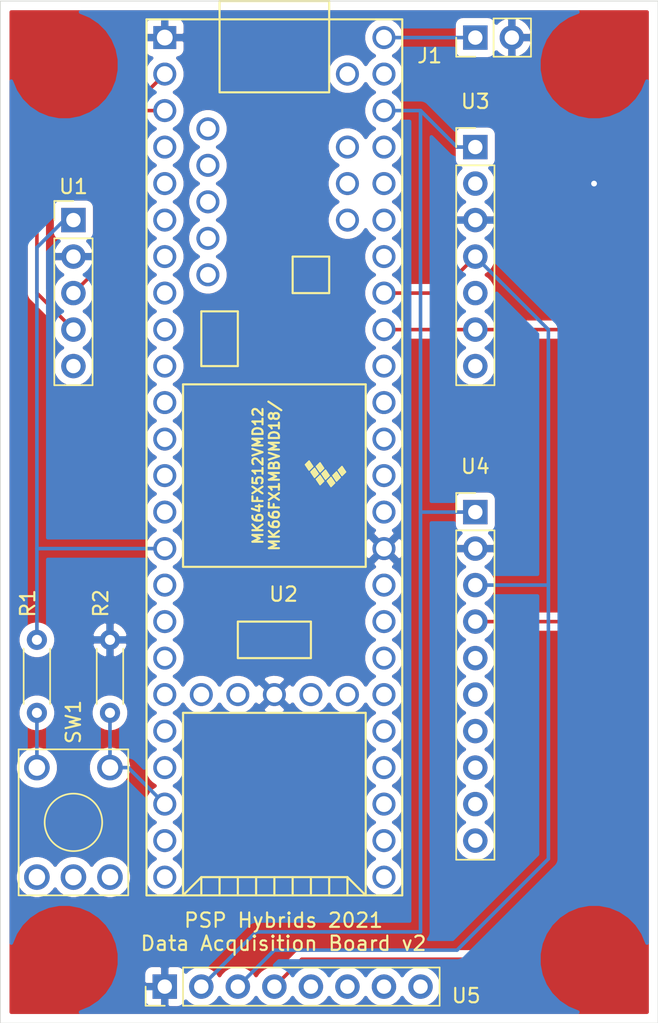
<source format=kicad_pcb>
(kicad_pcb (version 20171130) (host pcbnew "(5.1.7)-1")

  (general
    (thickness 1.6)
    (drawings 9)
    (tracks 44)
    (zones 0)
    (modules 9)
    (nets 72)
  )

  (page A4)
  (layers
    (0 F.Cu signal)
    (31 B.Cu signal hide)
    (32 B.Adhes user)
    (33 F.Adhes user hide)
    (34 B.Paste user)
    (35 F.Paste user)
    (36 B.SilkS user)
    (37 F.SilkS user)
    (38 B.Mask user)
    (39 F.Mask user)
    (40 Dwgs.User user)
    (41 Cmts.User user)
    (42 Eco1.User user)
    (43 Eco2.User user)
    (44 Edge.Cuts user)
    (45 Margin user)
    (46 B.CrtYd user)
    (47 F.CrtYd user)
    (48 B.Fab user)
    (49 F.Fab user)
  )

  (setup
    (last_trace_width 0.25)
    (user_trace_width 0.2)
    (user_trace_width 0.254)
    (trace_clearance 0.2)
    (zone_clearance 0.508)
    (zone_45_only no)
    (trace_min 0.2)
    (via_size 0.8)
    (via_drill 0.4)
    (via_min_size 0.4)
    (via_min_drill 0.3)
    (uvia_size 0.3)
    (uvia_drill 0.1)
    (uvias_allowed no)
    (uvia_min_size 0.2)
    (uvia_min_drill 0.1)
    (edge_width 0.05)
    (segment_width 0.2)
    (pcb_text_width 0.3)
    (pcb_text_size 1.5 1.5)
    (mod_edge_width 0.12)
    (mod_text_size 1 1)
    (mod_text_width 0.15)
    (pad_size 1.524 1.524)
    (pad_drill 0.762)
    (pad_to_mask_clearance 0)
    (aux_axis_origin 0 0)
    (visible_elements 7FFFFFFF)
    (pcbplotparams
      (layerselection 0x010fc_ffffffff)
      (usegerberextensions false)
      (usegerberattributes true)
      (usegerberadvancedattributes true)
      (creategerberjobfile true)
      (excludeedgelayer true)
      (linewidth 0.100000)
      (plotframeref false)
      (viasonmask false)
      (mode 1)
      (useauxorigin false)
      (hpglpennumber 1)
      (hpglpenspeed 20)
      (hpglpendiameter 15.000000)
      (psnegative false)
      (psa4output false)
      (plotreference true)
      (plotvalue true)
      (plotinvisibletext false)
      (padsonsilk false)
      (subtractmaskfromsilk false)
      (outputformat 1)
      (mirror false)
      (drillshape 0)
      (scaleselection 1)
      (outputdirectory "Gerbers/"))
  )

  (net 0 "")
  (net 1 "Net-(R1-Pad2)")
  (net 2 "Net-(R1-Pad1)")
  (net 3 "Net-(R2-Pad1)")
  (net 4 "Net-(U1-Pad5)")
  (net 5 "Net-(U1-Pad4)")
  (net 6 "Net-(U1-Pad3)")
  (net 7 GNDREF)
  (net 8 "Net-(U2-Pad17)")
  (net 9 "Net-(U2-Pad18)")
  (net 10 "Net-(U2-Pad19)")
  (net 11 "Net-(U2-Pad20)")
  (net 12 "Net-(U2-Pad16)")
  (net 13 "Net-(U2-Pad14)")
  (net 14 "Net-(U2-Pad21)")
  (net 15 "Net-(U2-Pad23)")
  (net 16 "Net-(U2-Pad24)")
  (net 17 "Net-(U2-Pad25)")
  (net 18 "Net-(U2-Pad26)")
  (net 19 "Net-(U2-Pad28)")
  (net 20 "Net-(U2-Pad29)")
  (net 21 "Net-(U2-Pad30)")
  (net 22 "Net-(U2-Pad31)")
  (net 23 "Net-(U2-Pad32)")
  (net 24 "Net-(U2-Pad33)")
  (net 25 "Net-(U2-Pad34)")
  (net 26 "Net-(U2-Pad35)")
  (net 27 "Net-(U2-Pad36)")
  (net 28 "Net-(U2-Pad37)")
  (net 29 "Net-(U2-Pad13)")
  (net 30 "Net-(U2-Pad12)")
  (net 31 "Net-(U2-Pad11)")
  (net 32 "Net-(U2-Pad10)")
  (net 33 "Net-(U2-Pad9)")
  (net 34 "Net-(U2-Pad8)")
  (net 35 "Net-(U2-Pad7)")
  (net 36 "Net-(U2-Pad6)")
  (net 37 "Net-(U2-Pad5)")
  (net 38 "Net-(U2-Pad4)")
  (net 39 "Net-(U2-Pad38)")
  (net 40 "Net-(U2-Pad40)")
  (net 41 "Net-(U2-Pad41)")
  (net 42 "Net-(U2-Pad42)")
  (net 43 "Net-(U2-Pad43)")
  (net 44 "Net-(U2-Pad44)")
  (net 45 "Net-(U2-Pad45)")
  (net 46 "Net-(U2-Pad46)")
  (net 47 "Net-(U2-Pad47)")
  (net 48 "Net-(U2-Pad48)")
  (net 49 "Net-(U2-Pad49)")
  (net 50 "Net-(U2-Pad50)")
  (net 51 "Net-(U2-Pad51)")
  (net 52 "Net-(U2-Pad52)")
  (net 53 "Net-(U2-Pad54)")
  (net 54 "Net-(U2-Pad55)")
  (net 55 "Net-(U2-Pad56)")
  (net 56 "Net-(U2-Pad57)")
  (net 57 "Net-(U2-Pad58)")
  (net 58 "Net-(U2-Pad59)")
  (net 59 "Net-(U2-Pad60)")
  (net 60 "Net-(U2-Pad61)")
  (net 61 "Net-(U2-Pad62)")
  (net 62 "Net-(U3-Pad7)")
  (net 63 "Net-(U3-Pad5)")
  (net 64 "Net-(U3-Pad2)")
  (net 65 "Net-(U4-Pad10)")
  (net 66 "Net-(U4-Pad9)")
  (net 67 "Net-(U4-Pad8)")
  (net 68 "Net-(U4-Pad7)")
  (net 69 "Net-(U4-Pad6)")
  (net 70 "Net-(U4-Pad5)")
  (net 71 "Net-(J1-Pad1)")

  (net_class Default "This is the default net class."
    (clearance 0.2)
    (trace_width 0.25)
    (via_dia 0.8)
    (via_drill 0.4)
    (uvia_dia 0.3)
    (uvia_drill 0.1)
    (add_net GNDREF)
    (add_net "Net-(J1-Pad1)")
    (add_net "Net-(R1-Pad1)")
    (add_net "Net-(R1-Pad2)")
    (add_net "Net-(R2-Pad1)")
    (add_net "Net-(U1-Pad3)")
    (add_net "Net-(U1-Pad4)")
    (add_net "Net-(U1-Pad5)")
    (add_net "Net-(U2-Pad10)")
    (add_net "Net-(U2-Pad11)")
    (add_net "Net-(U2-Pad12)")
    (add_net "Net-(U2-Pad13)")
    (add_net "Net-(U2-Pad14)")
    (add_net "Net-(U2-Pad16)")
    (add_net "Net-(U2-Pad17)")
    (add_net "Net-(U2-Pad18)")
    (add_net "Net-(U2-Pad19)")
    (add_net "Net-(U2-Pad20)")
    (add_net "Net-(U2-Pad21)")
    (add_net "Net-(U2-Pad23)")
    (add_net "Net-(U2-Pad24)")
    (add_net "Net-(U2-Pad25)")
    (add_net "Net-(U2-Pad26)")
    (add_net "Net-(U2-Pad28)")
    (add_net "Net-(U2-Pad29)")
    (add_net "Net-(U2-Pad30)")
    (add_net "Net-(U2-Pad31)")
    (add_net "Net-(U2-Pad32)")
    (add_net "Net-(U2-Pad33)")
    (add_net "Net-(U2-Pad34)")
    (add_net "Net-(U2-Pad35)")
    (add_net "Net-(U2-Pad36)")
    (add_net "Net-(U2-Pad37)")
    (add_net "Net-(U2-Pad38)")
    (add_net "Net-(U2-Pad4)")
    (add_net "Net-(U2-Pad40)")
    (add_net "Net-(U2-Pad41)")
    (add_net "Net-(U2-Pad42)")
    (add_net "Net-(U2-Pad43)")
    (add_net "Net-(U2-Pad44)")
    (add_net "Net-(U2-Pad45)")
    (add_net "Net-(U2-Pad46)")
    (add_net "Net-(U2-Pad47)")
    (add_net "Net-(U2-Pad48)")
    (add_net "Net-(U2-Pad49)")
    (add_net "Net-(U2-Pad5)")
    (add_net "Net-(U2-Pad50)")
    (add_net "Net-(U2-Pad51)")
    (add_net "Net-(U2-Pad52)")
    (add_net "Net-(U2-Pad54)")
    (add_net "Net-(U2-Pad55)")
    (add_net "Net-(U2-Pad56)")
    (add_net "Net-(U2-Pad57)")
    (add_net "Net-(U2-Pad58)")
    (add_net "Net-(U2-Pad59)")
    (add_net "Net-(U2-Pad6)")
    (add_net "Net-(U2-Pad60)")
    (add_net "Net-(U2-Pad61)")
    (add_net "Net-(U2-Pad62)")
    (add_net "Net-(U2-Pad7)")
    (add_net "Net-(U2-Pad8)")
    (add_net "Net-(U2-Pad9)")
    (add_net "Net-(U3-Pad2)")
    (add_net "Net-(U3-Pad5)")
    (add_net "Net-(U3-Pad7)")
    (add_net "Net-(U4-Pad10)")
    (add_net "Net-(U4-Pad5)")
    (add_net "Net-(U4-Pad6)")
    (add_net "Net-(U4-Pad7)")
    (add_net "Net-(U4-Pad8)")
    (add_net "Net-(U4-Pad9)")
  )

  (module Connector_PinHeader_2.54mm:PinHeader_1x08_P2.54mm_Vertical (layer F.Cu) (tedit 59FED5CC) (tstamp 60528591)
    (at 166.37 81.28 90)
    (descr "Through hole straight pin header, 1x08, 2.54mm pitch, single row")
    (tags "Through hole pin header THT 1x08 2.54mm single row")
    (path /6049A5AC)
    (fp_text reference U5 (at -0.635 20.955 180) (layer F.SilkS)
      (effects (font (size 1 1) (thickness 0.15)))
    )
    (fp_text value SSD1306OLED (at 2.54 13.97 180) (layer F.Fab)
      (effects (font (size 1 1) (thickness 0.15)))
    )
    (fp_line (start 1.8 -1.8) (end -1.8 -1.8) (layer F.CrtYd) (width 0.05))
    (fp_line (start 1.8 19.55) (end 1.8 -1.8) (layer F.CrtYd) (width 0.05))
    (fp_line (start -1.8 19.55) (end 1.8 19.55) (layer F.CrtYd) (width 0.05))
    (fp_line (start -1.8 -1.8) (end -1.8 19.55) (layer F.CrtYd) (width 0.05))
    (fp_line (start -1.33 -1.33) (end 0 -1.33) (layer F.SilkS) (width 0.12))
    (fp_line (start -1.33 0) (end -1.33 -1.33) (layer F.SilkS) (width 0.12))
    (fp_line (start -1.33 1.27) (end 1.33 1.27) (layer F.SilkS) (width 0.12))
    (fp_line (start 1.33 1.27) (end 1.33 19.11) (layer F.SilkS) (width 0.12))
    (fp_line (start -1.33 1.27) (end -1.33 19.11) (layer F.SilkS) (width 0.12))
    (fp_line (start -1.33 19.11) (end 1.33 19.11) (layer F.SilkS) (width 0.12))
    (fp_line (start -1.27 -0.635) (end -0.635 -1.27) (layer F.Fab) (width 0.1))
    (fp_line (start -1.27 19.05) (end -1.27 -0.635) (layer F.Fab) (width 0.1))
    (fp_line (start 1.27 19.05) (end -1.27 19.05) (layer F.Fab) (width 0.1))
    (fp_line (start 1.27 -1.27) (end 1.27 19.05) (layer F.Fab) (width 0.1))
    (fp_line (start -0.635 -1.27) (end 1.27 -1.27) (layer F.Fab) (width 0.1))
    (fp_text user %R (at 0 8.89) (layer F.Fab)
      (effects (font (size 1 1) (thickness 0.15)))
    )
    (pad 8 thru_hole oval (at 0 17.78 90) (size 1.7 1.7) (drill 1) (layers *.Cu *.Mask))
    (pad 7 thru_hole oval (at 0 15.24 90) (size 1.7 1.7) (drill 1) (layers *.Cu *.Mask))
    (pad 6 thru_hole oval (at 0 12.7 90) (size 1.7 1.7) (drill 1) (layers *.Cu *.Mask))
    (pad 5 thru_hole oval (at 0 10.16 90) (size 1.7 1.7) (drill 1) (layers *.Cu *.Mask))
    (pad 4 thru_hole oval (at 0 7.62 90) (size 1.7 1.7) (drill 1) (layers *.Cu *.Mask)
      (net 45 "Net-(U2-Pad45)"))
    (pad 3 thru_hole oval (at 0 5.08 90) (size 1.7 1.7) (drill 1) (layers *.Cu *.Mask)
      (net 46 "Net-(U2-Pad46)"))
    (pad 2 thru_hole oval (at 0 2.54 90) (size 1.7 1.7) (drill 1) (layers *.Cu *.Mask)
      (net 51 "Net-(U2-Pad51)"))
    (pad 1 thru_hole rect (at 0 0 90) (size 1.7 1.7) (drill 1) (layers *.Cu *.Mask)
      (net 7 GNDREF))
    (model ${KISYS3DMOD}/Connector_PinHeader_2.54mm.3dshapes/PinHeader_1x08_P2.54mm_Vertical.wrl
      (at (xyz 0 0 0))
      (scale (xyz 1 1 1))
      (rotate (xyz 0 0 0))
    )
  )

  (module Connector_PinHeader_2.54mm:PinHeader_1x02_P2.54mm_Vertical (layer F.Cu) (tedit 59FED5CC) (tstamp 6052AC04)
    (at 187.96 15.24 90)
    (descr "Through hole straight pin header, 1x02, 2.54mm pitch, single row")
    (tags "Through hole pin header THT 1x02 2.54mm single row")
    (path /6053AA45)
    (fp_text reference J1 (at -1.27 -3.175 180) (layer F.SilkS)
      (effects (font (size 1 1) (thickness 0.15)))
    )
    (fp_text value Conn_01x02 (at -8.255 2.54 270) (layer F.Fab)
      (effects (font (size 1 1) (thickness 0.15)))
    )
    (fp_line (start -0.635 -1.27) (end 1.27 -1.27) (layer F.Fab) (width 0.1))
    (fp_line (start 1.27 -1.27) (end 1.27 3.81) (layer F.Fab) (width 0.1))
    (fp_line (start 1.27 3.81) (end -1.27 3.81) (layer F.Fab) (width 0.1))
    (fp_line (start -1.27 3.81) (end -1.27 -0.635) (layer F.Fab) (width 0.1))
    (fp_line (start -1.27 -0.635) (end -0.635 -1.27) (layer F.Fab) (width 0.1))
    (fp_line (start -1.33 3.87) (end 1.33 3.87) (layer F.SilkS) (width 0.12))
    (fp_line (start -1.33 1.27) (end -1.33 3.87) (layer F.SilkS) (width 0.12))
    (fp_line (start 1.33 1.27) (end 1.33 3.87) (layer F.SilkS) (width 0.12))
    (fp_line (start -1.33 1.27) (end 1.33 1.27) (layer F.SilkS) (width 0.12))
    (fp_line (start -1.33 0) (end -1.33 -1.33) (layer F.SilkS) (width 0.12))
    (fp_line (start -1.33 -1.33) (end 0 -1.33) (layer F.SilkS) (width 0.12))
    (fp_line (start -1.8 -1.8) (end -1.8 4.35) (layer F.CrtYd) (width 0.05))
    (fp_line (start -1.8 4.35) (end 1.8 4.35) (layer F.CrtYd) (width 0.05))
    (fp_line (start 1.8 4.35) (end 1.8 -1.8) (layer F.CrtYd) (width 0.05))
    (fp_line (start 1.8 -1.8) (end -1.8 -1.8) (layer F.CrtYd) (width 0.05))
    (fp_text user %R (at 0 1.27) (layer F.Fab)
      (effects (font (size 1 1) (thickness 0.15)))
    )
    (pad 2 thru_hole oval (at 0 2.54 90) (size 1.7 1.7) (drill 1) (layers *.Cu *.Mask)
      (net 7 GNDREF))
    (pad 1 thru_hole rect (at 0 0 90) (size 1.7 1.7) (drill 1) (layers *.Cu *.Mask)
      (net 71 "Net-(J1-Pad1)"))
    (model ${KISYS3DMOD}/Connector_PinHeader_2.54mm.3dshapes/PinHeader_1x02_P2.54mm_Vertical.wrl
      (at (xyz 0 0 0))
      (scale (xyz 1 1 1))
      (rotate (xyz 0 0 0))
    )
  )

  (module Connector_PinHeader_2.54mm:PinHeader_1x10_P2.54mm_Vertical (layer F.Cu) (tedit 59FED5CC) (tstamp 6052854C)
    (at 187.96 48.26)
    (descr "Through hole straight pin header, 1x10, 2.54mm pitch, single row")
    (tags "Through hole pin header THT 1x10 2.54mm single row")
    (path /60499073)
    (fp_text reference U4 (at 0 -3.175) (layer F.SilkS)
      (effects (font (size 1 1) (thickness 0.15)))
    )
    (fp_text value MPU9250 (at -2.54 21.59 90) (layer F.Fab)
      (effects (font (size 1 1) (thickness 0.15)))
    )
    (fp_line (start 1.8 -1.8) (end -1.8 -1.8) (layer F.CrtYd) (width 0.05))
    (fp_line (start 1.8 24.65) (end 1.8 -1.8) (layer F.CrtYd) (width 0.05))
    (fp_line (start -1.8 24.65) (end 1.8 24.65) (layer F.CrtYd) (width 0.05))
    (fp_line (start -1.8 -1.8) (end -1.8 24.65) (layer F.CrtYd) (width 0.05))
    (fp_line (start -1.33 -1.33) (end 0 -1.33) (layer F.SilkS) (width 0.12))
    (fp_line (start -1.33 0) (end -1.33 -1.33) (layer F.SilkS) (width 0.12))
    (fp_line (start -1.33 1.27) (end 1.33 1.27) (layer F.SilkS) (width 0.12))
    (fp_line (start 1.33 1.27) (end 1.33 24.19) (layer F.SilkS) (width 0.12))
    (fp_line (start -1.33 1.27) (end -1.33 24.19) (layer F.SilkS) (width 0.12))
    (fp_line (start -1.33 24.19) (end 1.33 24.19) (layer F.SilkS) (width 0.12))
    (fp_line (start -1.27 -0.635) (end -0.635 -1.27) (layer F.Fab) (width 0.1))
    (fp_line (start -1.27 24.13) (end -1.27 -0.635) (layer F.Fab) (width 0.1))
    (fp_line (start 1.27 24.13) (end -1.27 24.13) (layer F.Fab) (width 0.1))
    (fp_line (start 1.27 -1.27) (end 1.27 24.13) (layer F.Fab) (width 0.1))
    (fp_line (start -0.635 -1.27) (end 1.27 -1.27) (layer F.Fab) (width 0.1))
    (fp_text user %R (at 0 11.43 90) (layer F.Fab)
      (effects (font (size 1 1) (thickness 0.15)))
    )
    (pad 10 thru_hole oval (at 0 22.86) (size 1.7 1.7) (drill 1) (layers *.Cu *.Mask)
      (net 65 "Net-(U4-Pad10)"))
    (pad 9 thru_hole oval (at 0 20.32) (size 1.7 1.7) (drill 1) (layers *.Cu *.Mask)
      (net 66 "Net-(U4-Pad9)"))
    (pad 8 thru_hole oval (at 0 17.78) (size 1.7 1.7) (drill 1) (layers *.Cu *.Mask)
      (net 67 "Net-(U4-Pad8)"))
    (pad 7 thru_hole oval (at 0 15.24) (size 1.7 1.7) (drill 1) (layers *.Cu *.Mask)
      (net 68 "Net-(U4-Pad7)"))
    (pad 6 thru_hole oval (at 0 12.7) (size 1.7 1.7) (drill 1) (layers *.Cu *.Mask)
      (net 69 "Net-(U4-Pad6)"))
    (pad 5 thru_hole oval (at 0 10.16) (size 1.7 1.7) (drill 1) (layers *.Cu *.Mask)
      (net 70 "Net-(U4-Pad5)"))
    (pad 4 thru_hole oval (at 0 7.62) (size 1.7 1.7) (drill 1) (layers *.Cu *.Mask)
      (net 45 "Net-(U2-Pad45)"))
    (pad 3 thru_hole oval (at 0 5.08) (size 1.7 1.7) (drill 1) (layers *.Cu *.Mask)
      (net 46 "Net-(U2-Pad46)"))
    (pad 2 thru_hole oval (at 0 2.54) (size 1.7 1.7) (drill 1) (layers *.Cu *.Mask)
      (net 7 GNDREF))
    (pad 1 thru_hole rect (at 0 0) (size 1.7 1.7) (drill 1) (layers *.Cu *.Mask)
      (net 51 "Net-(U2-Pad51)"))
    (model ${KISYS3DMOD}/Connector_PinHeader_2.54mm.3dshapes/PinHeader_1x10_P2.54mm_Vertical.wrl
      (at (xyz 0 0 0))
      (scale (xyz 1 1 1))
      (rotate (xyz 0 0 0))
    )
  )

  (module Connector_PinHeader_2.54mm:PinHeader_1x07_P2.54mm_Vertical (layer F.Cu) (tedit 59FED5CC) (tstamp 6052852E)
    (at 187.96 22.86)
    (descr "Through hole straight pin header, 1x07, 2.54mm pitch, single row")
    (tags "Through hole pin header THT 1x07 2.54mm single row")
    (path /60498803)
    (fp_text reference U3 (at 0 -3.175) (layer F.SilkS)
      (effects (font (size 1 1) (thickness 0.15)))
    )
    (fp_text value BMP280 (at -2.54 3.81 90) (layer F.Fab)
      (effects (font (size 1 1) (thickness 0.15)))
    )
    (fp_line (start 1.8 -1.8) (end -1.8 -1.8) (layer F.CrtYd) (width 0.05))
    (fp_line (start 1.8 17.05) (end 1.8 -1.8) (layer F.CrtYd) (width 0.05))
    (fp_line (start -1.8 17.05) (end 1.8 17.05) (layer F.CrtYd) (width 0.05))
    (fp_line (start -1.8 -1.8) (end -1.8 17.05) (layer F.CrtYd) (width 0.05))
    (fp_line (start -1.33 -1.33) (end 0 -1.33) (layer F.SilkS) (width 0.12))
    (fp_line (start -1.33 0) (end -1.33 -1.33) (layer F.SilkS) (width 0.12))
    (fp_line (start -1.33 1.27) (end 1.33 1.27) (layer F.SilkS) (width 0.12))
    (fp_line (start 1.33 1.27) (end 1.33 16.57) (layer F.SilkS) (width 0.12))
    (fp_line (start -1.33 1.27) (end -1.33 16.57) (layer F.SilkS) (width 0.12))
    (fp_line (start -1.33 16.57) (end 1.33 16.57) (layer F.SilkS) (width 0.12))
    (fp_line (start -1.27 -0.635) (end -0.635 -1.27) (layer F.Fab) (width 0.1))
    (fp_line (start -1.27 16.51) (end -1.27 -0.635) (layer F.Fab) (width 0.1))
    (fp_line (start 1.27 16.51) (end -1.27 16.51) (layer F.Fab) (width 0.1))
    (fp_line (start 1.27 -1.27) (end 1.27 16.51) (layer F.Fab) (width 0.1))
    (fp_line (start -0.635 -1.27) (end 1.27 -1.27) (layer F.Fab) (width 0.1))
    (fp_text user %R (at 0 7.62 90) (layer F.Fab)
      (effects (font (size 1 1) (thickness 0.15)))
    )
    (pad 7 thru_hole oval (at 0 15.24) (size 1.7 1.7) (drill 1) (layers *.Cu *.Mask)
      (net 62 "Net-(U3-Pad7)"))
    (pad 6 thru_hole oval (at 0 12.7) (size 1.7 1.7) (drill 1) (layers *.Cu *.Mask)
      (net 45 "Net-(U2-Pad45)"))
    (pad 5 thru_hole oval (at 0 10.16) (size 1.7 1.7) (drill 1) (layers *.Cu *.Mask)
      (net 63 "Net-(U3-Pad5)"))
    (pad 4 thru_hole oval (at 0 7.62) (size 1.7 1.7) (drill 1) (layers *.Cu *.Mask)
      (net 46 "Net-(U2-Pad46)"))
    (pad 3 thru_hole oval (at 0 5.08) (size 1.7 1.7) (drill 1) (layers *.Cu *.Mask)
      (net 7 GNDREF))
    (pad 2 thru_hole oval (at 0 2.54) (size 1.7 1.7) (drill 1) (layers *.Cu *.Mask)
      (net 64 "Net-(U3-Pad2)"))
    (pad 1 thru_hole rect (at 0 0) (size 1.7 1.7) (drill 1) (layers *.Cu *.Mask)
      (net 51 "Net-(U2-Pad51)"))
    (model ${KISYS3DMOD}/Connector_PinHeader_2.54mm.3dshapes/PinHeader_1x07_P2.54mm_Vertical.wrl
      (at (xyz 0 0 0))
      (scale (xyz 1 1 1))
      (rotate (xyz 0 0 0))
    )
  )

  (module teensy:Teensy35_36 (layer F.Cu) (tedit 5ED51FDE) (tstamp 60528513)
    (at 173.99 44.45 270)
    (path /6048F34A)
    (fp_text reference U2 (at 9.525 -0.635 180) (layer F.SilkS)
      (effects (font (size 1 1) (thickness 0.15)))
    )
    (fp_text value Teensy3.6 (at 0 10.16 90) (layer F.Fab)
      (effects (font (size 1 1) (thickness 0.15)))
    )
    (fp_line (start -13.97 -3.81) (end -13.97 -1.27) (layer F.SilkS) (width 0.15))
    (fp_line (start -13.97 -1.27) (end -11.43 -1.27) (layer F.SilkS) (width 0.15))
    (fp_line (start -11.43 -1.27) (end -11.43 -3.81) (layer F.SilkS) (width 0.15))
    (fp_line (start -11.43 -3.81) (end -13.97 -3.81) (layer F.SilkS) (width 0.15))
    (fp_line (start -6.35 5.08) (end -10.16 5.08) (layer F.SilkS) (width 0.15))
    (fp_line (start -10.16 5.08) (end -10.16 2.54) (layer F.SilkS) (width 0.15))
    (fp_line (start -10.16 2.54) (end -6.35 2.54) (layer F.SilkS) (width 0.15))
    (fp_line (start -6.35 2.54) (end -6.35 5.08) (layer F.SilkS) (width 0.15))
    (fp_line (start 7.62 6.35) (end 7.62 -6.35) (layer F.SilkS) (width 0.15))
    (fp_line (start -5.08 -6.35) (end -5.08 6.35) (layer F.SilkS) (width 0.15))
    (fp_line (start -5.08 6.35) (end 7.62 6.35) (layer F.SilkS) (width 0.15))
    (fp_line (start -5.08 -6.35) (end 7.62 -6.35) (layer F.SilkS) (width 0.15))
    (fp_line (start 29.21 5.08) (end 30.48 5.08) (layer F.SilkS) (width 0.15))
    (fp_line (start 29.21 3.81) (end 30.48 3.81) (layer F.SilkS) (width 0.15))
    (fp_line (start 29.21 2.54) (end 30.48 2.54) (layer F.SilkS) (width 0.15))
    (fp_line (start 29.21 1.27) (end 30.48 1.27) (layer F.SilkS) (width 0.15))
    (fp_line (start 29.21 0) (end 30.48 0) (layer F.SilkS) (width 0.15))
    (fp_line (start 29.21 -1.27) (end 30.48 -1.27) (layer F.SilkS) (width 0.15))
    (fp_line (start 29.21 -2.54) (end 30.48 -2.54) (layer F.SilkS) (width 0.15))
    (fp_line (start 29.21 -3.81) (end 30.48 -3.81) (layer F.SilkS) (width 0.15))
    (fp_line (start 29.21 -5.08) (end 30.48 -5.08) (layer F.SilkS) (width 0.15))
    (fp_line (start 30.48 6.35) (end 29.21 5.08) (layer F.SilkS) (width 0.15))
    (fp_line (start 29.21 5.08) (end 29.21 -5.08) (layer F.SilkS) (width 0.15))
    (fp_line (start 29.21 -5.08) (end 30.48 -6.35) (layer F.SilkS) (width 0.15))
    (fp_line (start 30.48 -6.35) (end 17.78 -6.35) (layer F.SilkS) (width 0.15))
    (fp_line (start 17.78 -6.35) (end 17.78 6.35) (layer F.SilkS) (width 0.15))
    (fp_line (start 17.78 6.35) (end 30.48 6.35) (layer F.SilkS) (width 0.15))
    (fp_line (start 30.48 -8.89) (end -30.48 -8.89) (layer F.SilkS) (width 0.15))
    (fp_line (start -30.48 8.89) (end 30.48 8.89) (layer F.SilkS) (width 0.15))
    (fp_line (start -30.48 3.81) (end -31.75 3.81) (layer F.SilkS) (width 0.15))
    (fp_line (start -31.75 3.81) (end -31.75 -3.81) (layer F.SilkS) (width 0.15))
    (fp_line (start -31.75 -3.81) (end -30.48 -3.81) (layer F.SilkS) (width 0.15))
    (fp_line (start -25.4 3.81) (end -25.4 -3.81) (layer F.SilkS) (width 0.15))
    (fp_line (start -25.4 -3.81) (end -30.48 -3.81) (layer F.SilkS) (width 0.15))
    (fp_line (start -25.4 3.81) (end -30.48 3.81) (layer F.SilkS) (width 0.15))
    (fp_line (start 13.97 -2.54) (end 13.97 2.54) (layer F.SilkS) (width 0.15))
    (fp_line (start 13.97 2.54) (end 11.43 2.54) (layer F.SilkS) (width 0.15))
    (fp_line (start 11.43 2.54) (end 11.43 -2.54) (layer F.SilkS) (width 0.15))
    (fp_line (start 11.43 -2.54) (end 13.97 -2.54) (layer F.SilkS) (width 0.15))
    (fp_line (start 30.48 -8.89) (end 30.48 8.89) (layer F.SilkS) (width 0.15))
    (fp_line (start -30.48 8.89) (end -30.48 -8.89) (layer F.SilkS) (width 0.15))
    (fp_poly (pts (xy 1.016 -4.953) (xy 1.27 -4.699) (xy 0.889 -4.445) (xy 0.635 -4.699)) (layer F.SilkS) (width 0.1))
    (fp_poly (pts (xy 0.762 -3.429) (xy 1.016 -3.175) (xy 0.635 -2.921) (xy 0.381 -3.175)) (layer F.SilkS) (width 0.1))
    (fp_poly (pts (xy 0.635 -2.667) (xy 0.889 -2.413) (xy 0.508 -2.159) (xy 0.254 -2.413)) (layer F.SilkS) (width 0.1))
    (fp_poly (pts (xy 1.778 -4.191) (xy 2.032 -3.937) (xy 1.651 -3.683) (xy 1.397 -3.937)) (layer F.SilkS) (width 0.1))
    (fp_poly (pts (xy 1.143 -3.048) (xy 1.397 -2.794) (xy 1.016 -2.54) (xy 0.762 -2.794)) (layer F.SilkS) (width 0.1))
    (fp_poly (pts (xy 1.651 -3.429) (xy 1.905 -3.175) (xy 1.524 -2.921) (xy 1.27 -3.175)) (layer F.SilkS) (width 0.1))
    (fp_poly (pts (xy 1.397 -4.572) (xy 1.651 -4.318) (xy 1.27 -4.064) (xy 1.016 -4.318)) (layer F.SilkS) (width 0.1))
    (fp_poly (pts (xy 1.27 -3.81) (xy 1.524 -3.556) (xy 1.143 -3.302) (xy 0.889 -3.556)) (layer F.SilkS) (width 0.1))
    (fp_text user MK66FX1MBVMD18/ (at 1.27 0 90) (layer F.SilkS)
      (effects (font (size 0.7 0.7) (thickness 0.15)))
    )
    (fp_text user MK64FX512VMD12 (at 1.27 1.143 90) (layer F.SilkS)
      (effects (font (size 0.7 0.7) (thickness 0.15)))
    )
    (pad 17 thru_hole circle (at 11.43 7.62 270) (size 1.6 1.6) (drill 1.1) (layers *.Cu *.Mask)
      (net 8 "Net-(U2-Pad17)"))
    (pad 18 thru_hole circle (at 13.97 7.62 270) (size 1.6 1.6) (drill 1.1) (layers *.Cu *.Mask)
      (net 9 "Net-(U2-Pad18)"))
    (pad 19 thru_hole circle (at 16.51 7.62 270) (size 1.6 1.6) (drill 1.1) (layers *.Cu *.Mask)
      (net 10 "Net-(U2-Pad19)"))
    (pad 20 thru_hole circle (at 19.05 7.62 270) (size 1.6 1.6) (drill 1.1) (layers *.Cu *.Mask)
      (net 11 "Net-(U2-Pad20)"))
    (pad 16 thru_hole circle (at 8.89 7.62 270) (size 1.6 1.6) (drill 1.1) (layers *.Cu *.Mask)
      (net 12 "Net-(U2-Pad16)"))
    (pad 15 thru_hole circle (at 6.35 7.62 270) (size 1.6 1.6) (drill 1.1) (layers *.Cu *.Mask)
      (net 2 "Net-(R1-Pad1)"))
    (pad 14 thru_hole circle (at 3.81 7.62 270) (size 1.6 1.6) (drill 1.1) (layers *.Cu *.Mask)
      (net 13 "Net-(U2-Pad14)"))
    (pad 21 thru_hole circle (at 21.59 7.62 270) (size 1.6 1.6) (drill 1.1) (layers *.Cu *.Mask)
      (net 14 "Net-(U2-Pad21)"))
    (pad 22 thru_hole circle (at 24.13 7.62 270) (size 1.6 1.6) (drill 1.1) (layers *.Cu *.Mask)
      (net 3 "Net-(R2-Pad1)"))
    (pad 23 thru_hole circle (at 26.67 7.62 270) (size 1.6 1.6) (drill 1.1) (layers *.Cu *.Mask)
      (net 15 "Net-(U2-Pad23)"))
    (pad 24 thru_hole circle (at 29.21 7.62 270) (size 1.6 1.6) (drill 1.1) (layers *.Cu *.Mask)
      (net 16 "Net-(U2-Pad24)"))
    (pad 25 thru_hole circle (at 16.51 5.08 270) (size 1.6 1.6) (drill 1.1) (layers *.Cu *.Mask)
      (net 17 "Net-(U2-Pad25)"))
    (pad 26 thru_hole circle (at 16.51 2.54 270) (size 1.6 1.6) (drill 1.1) (layers *.Cu *.Mask)
      (net 18 "Net-(U2-Pad26)"))
    (pad 27 thru_hole circle (at 16.51 0 270) (size 1.6 1.6) (drill 1.1) (layers *.Cu *.Mask)
      (net 7 GNDREF))
    (pad 28 thru_hole circle (at 16.51 -2.54 270) (size 1.6 1.6) (drill 1.1) (layers *.Cu *.Mask)
      (net 19 "Net-(U2-Pad28)"))
    (pad 29 thru_hole circle (at 16.51 -5.08 270) (size 1.6 1.6) (drill 1.1) (layers *.Cu *.Mask)
      (net 20 "Net-(U2-Pad29)"))
    (pad 30 thru_hole circle (at 29.21 -7.62 270) (size 1.6 1.6) (drill 1.1) (layers *.Cu *.Mask)
      (net 21 "Net-(U2-Pad30)"))
    (pad 31 thru_hole circle (at 26.67 -7.62 270) (size 1.6 1.6) (drill 1.1) (layers *.Cu *.Mask)
      (net 22 "Net-(U2-Pad31)"))
    (pad 32 thru_hole circle (at 24.13 -7.62 270) (size 1.6 1.6) (drill 1.1) (layers *.Cu *.Mask)
      (net 23 "Net-(U2-Pad32)"))
    (pad 33 thru_hole circle (at 21.59 -7.62 270) (size 1.6 1.6) (drill 1.1) (layers *.Cu *.Mask)
      (net 24 "Net-(U2-Pad33)"))
    (pad 34 thru_hole circle (at 19.05 -7.62 270) (size 1.6 1.6) (drill 1.1) (layers *.Cu *.Mask)
      (net 25 "Net-(U2-Pad34)"))
    (pad 35 thru_hole circle (at 16.51 -7.62 270) (size 1.6 1.6) (drill 1.1) (layers *.Cu *.Mask)
      (net 26 "Net-(U2-Pad35)"))
    (pad 36 thru_hole circle (at 13.97 -7.62 270) (size 1.6 1.6) (drill 1.1) (layers *.Cu *.Mask)
      (net 27 "Net-(U2-Pad36)"))
    (pad 37 thru_hole circle (at 11.43 -7.62 270) (size 1.6 1.6) (drill 1.1) (layers *.Cu *.Mask)
      (net 28 "Net-(U2-Pad37)"))
    (pad 13 thru_hole circle (at 1.27 7.62 270) (size 1.6 1.6) (drill 1.1) (layers *.Cu *.Mask)
      (net 29 "Net-(U2-Pad13)"))
    (pad 12 thru_hole circle (at -1.27 7.62 270) (size 1.6 1.6) (drill 1.1) (layers *.Cu *.Mask)
      (net 30 "Net-(U2-Pad12)"))
    (pad 11 thru_hole circle (at -3.81 7.62 270) (size 1.6 1.6) (drill 1.1) (layers *.Cu *.Mask)
      (net 31 "Net-(U2-Pad11)"))
    (pad 10 thru_hole circle (at -6.35 7.62 270) (size 1.6 1.6) (drill 1.1) (layers *.Cu *.Mask)
      (net 32 "Net-(U2-Pad10)"))
    (pad 9 thru_hole circle (at -8.89 7.62 270) (size 1.6 1.6) (drill 1.1) (layers *.Cu *.Mask)
      (net 33 "Net-(U2-Pad9)"))
    (pad 8 thru_hole circle (at -11.43 7.62 270) (size 1.6 1.6) (drill 1.1) (layers *.Cu *.Mask)
      (net 34 "Net-(U2-Pad8)"))
    (pad 7 thru_hole circle (at -13.97 7.62 270) (size 1.6 1.6) (drill 1.1) (layers *.Cu *.Mask)
      (net 35 "Net-(U2-Pad7)"))
    (pad 6 thru_hole circle (at -16.51 7.62 270) (size 1.6 1.6) (drill 1.1) (layers *.Cu *.Mask)
      (net 36 "Net-(U2-Pad6)"))
    (pad 5 thru_hole circle (at -19.05 7.62 270) (size 1.6 1.6) (drill 1.1) (layers *.Cu *.Mask)
      (net 37 "Net-(U2-Pad5)"))
    (pad 4 thru_hole circle (at -21.59 7.62 270) (size 1.6 1.6) (drill 1.1) (layers *.Cu *.Mask)
      (net 38 "Net-(U2-Pad4)"))
    (pad 3 thru_hole circle (at -24.13 7.62 270) (size 1.6 1.6) (drill 1.1) (layers *.Cu *.Mask)
      (net 6 "Net-(U1-Pad3)"))
    (pad 2 thru_hole circle (at -26.67 7.62 270) (size 1.6 1.6) (drill 1.1) (layers *.Cu *.Mask)
      (net 5 "Net-(U1-Pad4)"))
    (pad 1 thru_hole rect (at -29.21 7.62 270) (size 1.6 1.6) (drill 1.1) (layers *.Cu *.Mask)
      (net 7 GNDREF))
    (pad 38 thru_hole circle (at 8.89 -7.62 270) (size 1.6 1.6) (drill 1.1) (layers *.Cu *.Mask)
      (net 39 "Net-(U2-Pad38)"))
    (pad 39 thru_hole circle (at 6.35 -7.62 270) (size 1.6 1.6) (drill 1.1) (layers *.Cu *.Mask)
      (net 7 GNDREF))
    (pad 40 thru_hole circle (at 3.81 -7.62 270) (size 1.6 1.6) (drill 1.1) (layers *.Cu *.Mask)
      (net 40 "Net-(U2-Pad40)"))
    (pad 41 thru_hole circle (at 1.27 -7.62 270) (size 1.6 1.6) (drill 1.1) (layers *.Cu *.Mask)
      (net 41 "Net-(U2-Pad41)"))
    (pad 42 thru_hole circle (at -1.27 -7.62 270) (size 1.6 1.6) (drill 1.1) (layers *.Cu *.Mask)
      (net 42 "Net-(U2-Pad42)"))
    (pad 43 thru_hole circle (at -3.81 -7.62 270) (size 1.6 1.6) (drill 1.1) (layers *.Cu *.Mask)
      (net 43 "Net-(U2-Pad43)"))
    (pad 44 thru_hole circle (at -6.35 -7.62 270) (size 1.6 1.6) (drill 1.1) (layers *.Cu *.Mask)
      (net 44 "Net-(U2-Pad44)"))
    (pad 45 thru_hole circle (at -8.89 -7.62 270) (size 1.6 1.6) (drill 1.1) (layers *.Cu *.Mask)
      (net 45 "Net-(U2-Pad45)"))
    (pad 46 thru_hole circle (at -11.43 -7.62 270) (size 1.6 1.6) (drill 1.1) (layers *.Cu *.Mask)
      (net 46 "Net-(U2-Pad46)"))
    (pad 47 thru_hole circle (at -13.97 -7.62 270) (size 1.6 1.6) (drill 1.1) (layers *.Cu *.Mask)
      (net 47 "Net-(U2-Pad47)"))
    (pad 48 thru_hole circle (at -16.51 -7.62 270) (size 1.6 1.6) (drill 1.1) (layers *.Cu *.Mask)
      (net 48 "Net-(U2-Pad48)"))
    (pad 49 thru_hole circle (at -19.05 -7.62 270) (size 1.6 1.6) (drill 1.1) (layers *.Cu *.Mask)
      (net 49 "Net-(U2-Pad49)"))
    (pad 50 thru_hole circle (at -21.59 -7.62 270) (size 1.6 1.6) (drill 1.1) (layers *.Cu *.Mask)
      (net 50 "Net-(U2-Pad50)"))
    (pad 51 thru_hole circle (at -24.13 -7.62 270) (size 1.6 1.6) (drill 1.1) (layers *.Cu *.Mask)
      (net 51 "Net-(U2-Pad51)"))
    (pad 52 thru_hole circle (at -26.67 -7.62 270) (size 1.6 1.6) (drill 1.1) (layers *.Cu *.Mask)
      (net 52 "Net-(U2-Pad52)"))
    (pad 53 thru_hole circle (at -29.21 -7.62 270) (size 1.6 1.6) (drill 1.1) (layers *.Cu *.Mask)
      (net 71 "Net-(J1-Pad1)"))
    (pad 54 thru_hole circle (at -26.67 -5.08 270) (size 1.6 1.6) (drill 1.1) (layers *.Cu *.Mask)
      (net 53 "Net-(U2-Pad54)"))
    (pad 55 thru_hole circle (at -21.59 -5.08 270) (size 1.6 1.6) (drill 1.1) (layers *.Cu *.Mask)
      (net 54 "Net-(U2-Pad55)"))
    (pad 56 thru_hole circle (at -19.05 -5.08 270) (size 1.6 1.6) (drill 1.1) (layers *.Cu *.Mask)
      (net 55 "Net-(U2-Pad56)"))
    (pad 57 thru_hole circle (at -16.51 -5.08 270) (size 1.6 1.6) (drill 1.1) (layers *.Cu *.Mask)
      (net 56 "Net-(U2-Pad57)"))
    (pad 58 thru_hole circle (at -22.86 4.62 270) (size 1.6 1.6) (drill 1.1) (layers *.Cu *.Mask)
      (net 57 "Net-(U2-Pad58)"))
    (pad 59 thru_hole circle (at -20.32 4.62 270) (size 1.6 1.6) (drill 1.1) (layers *.Cu *.Mask)
      (net 58 "Net-(U2-Pad59)"))
    (pad 60 thru_hole circle (at -17.78 4.62 270) (size 1.6 1.6) (drill 1.1) (layers *.Cu *.Mask)
      (net 59 "Net-(U2-Pad60)"))
    (pad 61 thru_hole circle (at -15.24 4.62 270) (size 1.6 1.6) (drill 1.1) (layers *.Cu *.Mask)
      (net 60 "Net-(U2-Pad61)"))
    (pad 62 thru_hole circle (at -12.7 4.62 270) (size 1.6 1.6) (drill 1.1) (layers *.Cu *.Mask)
      (net 61 "Net-(U2-Pad62)"))
    (model ${KICAD_USER_DIR}/teensy.pretty/Teensy_3.6_Assembly.STEP
      (offset (xyz -30.48 0 0))
      (scale (xyz 1 1 1))
      (rotate (xyz 0 0 0))
    )
  )

  (module Connector_PinHeader_2.54mm:PinHeader_1x05_P2.54mm_Vertical (layer F.Cu) (tedit 59FED5CC) (tstamp 6052849E)
    (at 160.02 27.94)
    (descr "Through hole straight pin header, 1x05, 2.54mm pitch, single row")
    (tags "Through hole pin header THT 1x05 2.54mm single row")
    (path /60499A2B)
    (fp_text reference U1 (at 0 -2.33) (layer F.SilkS)
      (effects (font (size 1 1) (thickness 0.15)))
    )
    (fp_text value NEO6MGPS (at 0 16.51 90) (layer F.Fab)
      (effects (font (size 1 1) (thickness 0.15)))
    )
    (fp_line (start 1.8 -1.8) (end -1.8 -1.8) (layer F.CrtYd) (width 0.05))
    (fp_line (start 1.8 11.95) (end 1.8 -1.8) (layer F.CrtYd) (width 0.05))
    (fp_line (start -1.8 11.95) (end 1.8 11.95) (layer F.CrtYd) (width 0.05))
    (fp_line (start -1.8 -1.8) (end -1.8 11.95) (layer F.CrtYd) (width 0.05))
    (fp_line (start -1.33 -1.33) (end 0 -1.33) (layer F.SilkS) (width 0.12))
    (fp_line (start -1.33 0) (end -1.33 -1.33) (layer F.SilkS) (width 0.12))
    (fp_line (start -1.33 1.27) (end 1.33 1.27) (layer F.SilkS) (width 0.12))
    (fp_line (start 1.33 1.27) (end 1.33 11.49) (layer F.SilkS) (width 0.12))
    (fp_line (start -1.33 1.27) (end -1.33 11.49) (layer F.SilkS) (width 0.12))
    (fp_line (start -1.33 11.49) (end 1.33 11.49) (layer F.SilkS) (width 0.12))
    (fp_line (start -1.27 -0.635) (end -0.635 -1.27) (layer F.Fab) (width 0.1))
    (fp_line (start -1.27 11.43) (end -1.27 -0.635) (layer F.Fab) (width 0.1))
    (fp_line (start 1.27 11.43) (end -1.27 11.43) (layer F.Fab) (width 0.1))
    (fp_line (start 1.27 -1.27) (end 1.27 11.43) (layer F.Fab) (width 0.1))
    (fp_line (start -0.635 -1.27) (end 1.27 -1.27) (layer F.Fab) (width 0.1))
    (fp_text user %R (at 0 5.08 90) (layer F.Fab)
      (effects (font (size 1 1) (thickness 0.15)))
    )
    (pad 5 thru_hole oval (at 0 10.16) (size 1.7 1.7) (drill 1) (layers *.Cu *.Mask)
      (net 4 "Net-(U1-Pad5)"))
    (pad 4 thru_hole oval (at 0 7.62) (size 1.7 1.7) (drill 1) (layers *.Cu *.Mask)
      (net 5 "Net-(U1-Pad4)"))
    (pad 3 thru_hole oval (at 0 5.08) (size 1.7 1.7) (drill 1) (layers *.Cu *.Mask)
      (net 6 "Net-(U1-Pad3)"))
    (pad 2 thru_hole oval (at 0 2.54) (size 1.7 1.7) (drill 1) (layers *.Cu *.Mask)
      (net 7 GNDREF))
    (pad 1 thru_hole rect (at 0 0) (size 1.7 1.7) (drill 1) (layers *.Cu *.Mask)
      (net 2 "Net-(R1-Pad1)"))
    (model ${KISYS3DMOD}/Connector_PinHeader_2.54mm.3dshapes/PinHeader_1x05_P2.54mm_Vertical.wrl
      (at (xyz 0 0 0))
      (scale (xyz 1 1 1))
      (rotate (xyz 0 0 0))
    )
  )

  (module Button_Switch_THT:KSA_Tactile_SPST (layer F.Cu) (tedit 5A02FE31) (tstamp 60528485)
    (at 157.48 66.04)
    (descr "KSA http://www.ckswitches.com/media/1457/ksa_ksl.pdf")
    (tags "SWITCH SMD KSA SW")
    (path /604A1657)
    (fp_text reference SW1 (at 2.54 -3.175 90) (layer F.SilkS)
      (effects (font (size 1 1) (thickness 0.15)))
    )
    (fp_text value SW_Push (at 2.54 5.715) (layer F.Fab)
      (effects (font (size 1 1) (thickness 0.15)))
    )
    (fp_line (start 6.24 7.91) (end 6.24 -0.29) (layer F.Fab) (width 0.1))
    (fp_circle (center 2.54 3.81) (end 0.54 3.81) (layer F.SilkS) (width 0.12))
    (fp_line (start 6.49 8.75) (end -1.41 8.75) (layer F.CrtYd) (width 0.05))
    (fp_line (start 6.49 8.75) (end 6.49 -1.14) (layer F.CrtYd) (width 0.05))
    (fp_line (start -1.41 -1.14) (end -1.41 8.75) (layer F.CrtYd) (width 0.05))
    (fp_line (start -1.41 -1.14) (end 6.49 -1.14) (layer F.CrtYd) (width 0.05))
    (fp_line (start -1.27 8.89) (end 6.35 8.89) (layer F.SilkS) (width 0.12))
    (fp_line (start -1.27 -1.27) (end -1.27 8.89) (layer F.SilkS) (width 0.12))
    (fp_line (start -1.27 -1.27) (end 6.35 -1.27) (layer F.SilkS) (width 0.12))
    (fp_line (start 6.35 8.89) (end 6.35 -1.27) (layer F.SilkS) (width 0.12))
    (fp_line (start -1.16 7.91) (end -1.16 -0.29) (layer F.Fab) (width 0.1))
    (fp_line (start 6.24 -0.29) (end -1.16 -0.29) (layer F.Fab) (width 0.1))
    (fp_line (start -1.16 7.91) (end 6.24 7.91) (layer F.Fab) (width 0.1))
    (fp_text user %R (at 2.54 4) (layer F.Fab)
      (effects (font (size 1 1) (thickness 0.15)))
    )
    (pad 5 thru_hole circle (at 0 7.62) (size 1.778 1.778) (drill 1.143) (layers *.Cu *.Mask))
    (pad 4 thru_hole circle (at 2.54 7.62) (size 1.778 1.778) (drill 1.143) (layers *.Cu *.Mask))
    (pad 3 thru_hole circle (at 5.08 7.62) (size 1.778 1.778) (drill 1.143) (layers *.Cu *.Mask))
    (pad 2 thru_hole circle (at 5.08 0) (size 1.778 1.778) (drill 1.143) (layers *.Cu *.Mask)
      (net 3 "Net-(R2-Pad1)"))
    (pad 1 thru_hole circle (at 0 0) (size 1.778 1.778) (drill 1.143) (layers *.Cu *.Mask)
      (net 1 "Net-(R1-Pad2)"))
    (model ${KISYS3DMOD}/Button_Switch_THT.3dshapes/KSA_Tactile_SPST.wrl
      (at (xyz 0 0 0))
      (scale (xyz 1 1 1))
      (rotate (xyz 0 0 0))
    )
  )

  (module Resistor_THT:R_Axial_DIN0204_L3.6mm_D1.6mm_P5.08mm_Horizontal (layer F.Cu) (tedit 5AE5139B) (tstamp 6052846E)
    (at 162.56 62.23 90)
    (descr "Resistor, Axial_DIN0204 series, Axial, Horizontal, pin pitch=5.08mm, 0.167W, length*diameter=3.6*1.6mm^2, http://cdn-reichelt.de/documents/datenblatt/B400/1_4W%23YAG.pdf")
    (tags "Resistor Axial_DIN0204 series Axial Horizontal pin pitch 5.08mm 0.167W length 3.6mm diameter 1.6mm")
    (path /604B577A)
    (fp_text reference R2 (at 7.62 -0.635 270) (layer F.SilkS)
      (effects (font (size 1 1) (thickness 0.15)))
    )
    (fp_text value R_US (at 8.255 1.27 270) (layer F.Fab)
      (effects (font (size 1 1) (thickness 0.15)))
    )
    (fp_line (start 6.03 -1.05) (end -0.95 -1.05) (layer F.CrtYd) (width 0.05))
    (fp_line (start 6.03 1.05) (end 6.03 -1.05) (layer F.CrtYd) (width 0.05))
    (fp_line (start -0.95 1.05) (end 6.03 1.05) (layer F.CrtYd) (width 0.05))
    (fp_line (start -0.95 -1.05) (end -0.95 1.05) (layer F.CrtYd) (width 0.05))
    (fp_line (start 0.62 0.92) (end 4.46 0.92) (layer F.SilkS) (width 0.12))
    (fp_line (start 0.62 -0.92) (end 4.46 -0.92) (layer F.SilkS) (width 0.12))
    (fp_line (start 5.08 0) (end 4.34 0) (layer F.Fab) (width 0.1))
    (fp_line (start 0 0) (end 0.74 0) (layer F.Fab) (width 0.1))
    (fp_line (start 4.34 -0.8) (end 0.74 -0.8) (layer F.Fab) (width 0.1))
    (fp_line (start 4.34 0.8) (end 4.34 -0.8) (layer F.Fab) (width 0.1))
    (fp_line (start 0.74 0.8) (end 4.34 0.8) (layer F.Fab) (width 0.1))
    (fp_line (start 0.74 -0.8) (end 0.74 0.8) (layer F.Fab) (width 0.1))
    (fp_text user %R (at 2.54 0) (layer F.Fab)
      (effects (font (size 0.72 0.72) (thickness 0.108)))
    )
    (pad 2 thru_hole oval (at 5.08 0 90) (size 1.4 1.4) (drill 0.7) (layers *.Cu *.Mask)
      (net 7 GNDREF))
    (pad 1 thru_hole circle (at 0 0 90) (size 1.4 1.4) (drill 0.7) (layers *.Cu *.Mask)
      (net 3 "Net-(R2-Pad1)"))
    (model ${KISYS3DMOD}/Resistor_THT.3dshapes/R_Axial_DIN0204_L3.6mm_D1.6mm_P5.08mm_Horizontal.wrl
      (at (xyz 0 0 0))
      (scale (xyz 1 1 1))
      (rotate (xyz 0 0 0))
    )
  )

  (module Resistor_THT:R_Axial_DIN0204_L3.6mm_D1.6mm_P5.08mm_Horizontal (layer F.Cu) (tedit 5AE5139B) (tstamp 6052845B)
    (at 157.48 57.15 270)
    (descr "Resistor, Axial_DIN0204 series, Axial, Horizontal, pin pitch=5.08mm, 0.167W, length*diameter=3.6*1.6mm^2, http://cdn-reichelt.de/documents/datenblatt/B400/1_4W%23YAG.pdf")
    (tags "Resistor Axial_DIN0204 series Axial Horizontal pin pitch 5.08mm 0.167W length 3.6mm diameter 1.6mm")
    (path /604BA49A)
    (fp_text reference R1 (at -2.54 0.635 270) (layer F.SilkS)
      (effects (font (size 1 1) (thickness 0.15)))
    )
    (fp_text value R_US (at -3.175 -1.27 270) (layer F.Fab)
      (effects (font (size 1 1) (thickness 0.15)))
    )
    (fp_line (start 6.03 -1.05) (end -0.95 -1.05) (layer F.CrtYd) (width 0.05))
    (fp_line (start 6.03 1.05) (end 6.03 -1.05) (layer F.CrtYd) (width 0.05))
    (fp_line (start -0.95 1.05) (end 6.03 1.05) (layer F.CrtYd) (width 0.05))
    (fp_line (start -0.95 -1.05) (end -0.95 1.05) (layer F.CrtYd) (width 0.05))
    (fp_line (start 0.62 0.92) (end 4.46 0.92) (layer F.SilkS) (width 0.12))
    (fp_line (start 0.62 -0.92) (end 4.46 -0.92) (layer F.SilkS) (width 0.12))
    (fp_line (start 5.08 0) (end 4.34 0) (layer F.Fab) (width 0.1))
    (fp_line (start 0 0) (end 0.74 0) (layer F.Fab) (width 0.1))
    (fp_line (start 4.34 -0.8) (end 0.74 -0.8) (layer F.Fab) (width 0.1))
    (fp_line (start 4.34 0.8) (end 4.34 -0.8) (layer F.Fab) (width 0.1))
    (fp_line (start 0.74 0.8) (end 4.34 0.8) (layer F.Fab) (width 0.1))
    (fp_line (start 0.74 -0.8) (end 0.74 0.8) (layer F.Fab) (width 0.1))
    (fp_text user %R (at 2.54 0) (layer F.Fab)
      (effects (font (size 0.72 0.72) (thickness 0.108)))
    )
    (pad 2 thru_hole oval (at 5.08 0 270) (size 1.4 1.4) (drill 0.7) (layers *.Cu *.Mask)
      (net 1 "Net-(R1-Pad2)"))
    (pad 1 thru_hole circle (at 0 0 270) (size 1.4 1.4) (drill 0.7) (layers *.Cu *.Mask)
      (net 2 "Net-(R1-Pad1)"))
    (model ${KISYS3DMOD}/Resistor_THT.3dshapes/R_Axial_DIN0204_L3.6mm_D1.6mm_P5.08mm_Horizontal.wrl
      (at (xyz 0 0 0))
      (scale (xyz 1 1 1))
      (rotate (xyz 0 0 0))
    )
  )

  (gr_text "PSP Hybrids 2021\nData Acquisition Board v2" (at 174.625 77.47) (layer F.SilkS)
    (effects (font (size 1 1) (thickness 0.15)))
  )
  (gr_line (start 155.575 83.185) (end 155.575 13.335) (layer Margin) (width 0.15) (tstamp 60529CDC))
  (gr_line (start 200.025 83.185) (end 155.575 83.185) (layer Margin) (width 0.15))
  (gr_line (start 200.025 13.335) (end 200.025 83.185) (layer Margin) (width 0.15))
  (gr_line (start 155.575 13.335) (end 200.025 13.335) (layer Margin) (width 0.15))
  (gr_line (start 154.94 12.7) (end 200.66 12.7) (layer Edge.Cuts) (width 0.05) (tstamp 60529CDA))
  (gr_line (start 154.94 83.82) (end 154.94 12.7) (layer Edge.Cuts) (width 0.05) (tstamp 60529A37))
  (gr_line (start 200.66 83.82) (end 154.94 83.82) (layer Edge.Cuts) (width 0.05))
  (gr_line (start 200.66 12.7) (end 200.66 83.82) (layer Edge.Cuts) (width 0.05))

  (segment (start 157.48 62.23) (end 157.48 66.04) (width 0.25) (layer B.Cu) (net 1))
  (segment (start 166.37 50.8) (end 157.48 50.8) (width 0.25) (layer B.Cu) (net 2))
  (segment (start 157.48 50.8) (end 157.48 57.15) (width 0.25) (layer B.Cu) (net 2))
  (segment (start 159.385 27.94) (end 157.48 29.845) (width 0.25) (layer B.Cu) (net 2))
  (segment (start 160.02 27.94) (end 159.385 27.94) (width 0.25) (layer B.Cu) (net 2))
  (segment (start 157.48 50.8) (end 157.48 29.845) (width 0.25) (layer B.Cu) (net 2))
  (segment (start 162.56 62.23) (end 162.56 66.04) (width 0.25) (layer B.Cu) (net 3))
  (segment (start 163.83 66.04) (end 166.37 68.58) (width 0.25) (layer B.Cu) (net 3))
  (segment (start 162.56 66.04) (end 163.83 66.04) (width 0.25) (layer B.Cu) (net 3))
  (segment (start 166.37 17.78) (end 157.48 26.67) (width 0.25) (layer F.Cu) (net 5))
  (segment (start 157.48 33.02) (end 160.02 35.56) (width 0.25) (layer F.Cu) (net 5))
  (segment (start 157.48 26.67) (end 157.48 33.02) (width 0.25) (layer F.Cu) (net 5))
  (segment (start 166.37 20.32) (end 165.1 20.32) (width 0.25) (layer F.Cu) (net 6))
  (segment (start 165.1 20.32) (end 163.195 22.225) (width 0.25) (layer F.Cu) (net 6))
  (segment (start 163.195 29.845) (end 160.02 33.02) (width 0.25) (layer F.Cu) (net 6))
  (segment (start 163.195 22.225) (end 163.195 29.845) (width 0.25) (layer F.Cu) (net 6))
  (via (at 196.215 25.4) (size 0.8) (drill 0.4) (layers F.Cu B.Cu) (net 7))
  (segment (start 195.58 55.88) (end 187.96 55.88) (width 0.25) (layer F.Cu) (net 45))
  (segment (start 181.61 35.56) (end 187.96 35.56) (width 0.25) (layer F.Cu) (net 45))
  (segment (start 194.31 35.56) (end 195.58 36.83) (width 0.25) (layer F.Cu) (net 45))
  (segment (start 187.96 35.56) (end 194.31 35.56) (width 0.25) (layer F.Cu) (net 45))
  (segment (start 195.58 36.83) (end 195.58 55.88) (width 0.25) (layer F.Cu) (net 45))
  (segment (start 175.895 79.375) (end 173.99 81.28) (width 0.25) (layer F.Cu) (net 45))
  (segment (start 195.58 72.39) (end 188.595 79.375) (width 0.25) (layer F.Cu) (net 45))
  (segment (start 195.58 55.88) (end 195.58 72.39) (width 0.25) (layer F.Cu) (net 45))
  (segment (start 188.595 79.375) (end 175.895 79.375) (width 0.25) (layer F.Cu) (net 45))
  (segment (start 193.04 53.34) (end 187.96 53.34) (width 0.25) (layer B.Cu) (net 46))
  (segment (start 185.42 33.02) (end 187.96 30.48) (width 0.25) (layer F.Cu) (net 46))
  (segment (start 181.61 33.02) (end 185.42 33.02) (width 0.25) (layer F.Cu) (net 46))
  (segment (start 187.96 30.48) (end 193.04 35.56) (width 0.25) (layer B.Cu) (net 46))
  (segment (start 193.04 35.56) (end 193.04 53.34) (width 0.25) (layer B.Cu) (net 46))
  (segment (start 173.99 78.74) (end 171.45 81.28) (width 0.25) (layer B.Cu) (net 46))
  (segment (start 193.04 72.39) (end 186.69 78.74) (width 0.25) (layer B.Cu) (net 46))
  (segment (start 186.69 78.74) (end 173.99 78.74) (width 0.25) (layer B.Cu) (net 46))
  (segment (start 193.04 53.34) (end 193.04 72.39) (width 0.25) (layer B.Cu) (net 46))
  (segment (start 181.61 20.32) (end 184.15 20.32) (width 0.25) (layer B.Cu) (net 51))
  (segment (start 184.15 48.26) (end 187.96 48.26) (width 0.25) (layer B.Cu) (net 51))
  (segment (start 184.15 20.32) (end 184.15 48.26) (width 0.25) (layer B.Cu) (net 51))
  (segment (start 186.69 22.86) (end 184.15 20.32) (width 0.25) (layer B.Cu) (net 51))
  (segment (start 187.96 22.86) (end 186.69 22.86) (width 0.25) (layer B.Cu) (net 51))
  (segment (start 184.15 48.26) (end 184.15 77.47) (width 0.25) (layer B.Cu) (net 51))
  (segment (start 184.15 77.47) (end 172.72 77.47) (width 0.25) (layer B.Cu) (net 51))
  (segment (start 172.72 77.47) (end 168.91 81.28) (width 0.25) (layer B.Cu) (net 51))
  (segment (start 181.61 15.24) (end 187.96 15.24) (width 0.25) (layer B.Cu) (net 71))

  (zone (net 7) (net_name GNDREF) (layer B.Cu) (tstamp 606B271B) (hatch edge 0.508)
    (connect_pads (clearance 0.508))
    (min_thickness 0.254)
    (fill yes (arc_segments 32) (thermal_gap 0.508) (thermal_bridge_width 0.508))
    (polygon
      (pts
        (xy 200.025 83.185) (xy 155.575 83.185) (xy 155.575 13.335) (xy 200.025 13.335)
      )
    )
    (filled_polygon
      (pts
        (xy 194.398446 13.746467) (xy 193.77033 14.166161) (xy 193.236161 14.70033) (xy 192.816467 15.328446) (xy 192.527377 16.026372)
        (xy 192.38 16.767285) (xy 192.38 17.522715) (xy 192.527377 18.263628) (xy 192.816467 18.961554) (xy 193.236161 19.58967)
        (xy 193.77033 20.123839) (xy 194.398446 20.543533) (xy 195.096372 20.832623) (xy 195.837285 20.98) (xy 196.592715 20.98)
        (xy 197.333628 20.832623) (xy 198.031554 20.543533) (xy 198.65967 20.123839) (xy 199.193839 19.58967) (xy 199.613533 18.961554)
        (xy 199.898 18.274789) (xy 199.898 78.245211) (xy 199.613533 77.558446) (xy 199.193839 76.93033) (xy 198.65967 76.396161)
        (xy 198.031554 75.976467) (xy 197.333628 75.687377) (xy 196.592715 75.54) (xy 195.837285 75.54) (xy 195.096372 75.687377)
        (xy 194.398446 75.976467) (xy 193.77033 76.396161) (xy 193.236161 76.93033) (xy 192.816467 77.558446) (xy 192.527377 78.256372)
        (xy 192.38 78.997285) (xy 192.38 79.752715) (xy 192.527377 80.493628) (xy 192.816467 81.191554) (xy 193.236161 81.81967)
        (xy 193.77033 82.353839) (xy 194.398446 82.773533) (xy 195.085211 83.058) (xy 160.514789 83.058) (xy 161.201554 82.773533)
        (xy 161.82967 82.353839) (xy 162.053509 82.13) (xy 164.881928 82.13) (xy 164.894188 82.254482) (xy 164.930498 82.37418)
        (xy 164.989463 82.484494) (xy 165.068815 82.581185) (xy 165.165506 82.660537) (xy 165.27582 82.719502) (xy 165.395518 82.755812)
        (xy 165.52 82.768072) (xy 166.08425 82.765) (xy 166.243 82.60625) (xy 166.243 81.407) (xy 165.04375 81.407)
        (xy 164.885 81.56575) (xy 164.881928 82.13) (xy 162.053509 82.13) (xy 162.363839 81.81967) (xy 162.783533 81.191554)
        (xy 163.072623 80.493628) (xy 163.085279 80.43) (xy 164.881928 80.43) (xy 164.885 80.99425) (xy 165.04375 81.153)
        (xy 166.243 81.153) (xy 166.243 79.95375) (xy 166.497 79.95375) (xy 166.497 81.153) (xy 166.517 81.153)
        (xy 166.517 81.407) (xy 166.497 81.407) (xy 166.497 82.60625) (xy 166.65575 82.765) (xy 167.22 82.768072)
        (xy 167.344482 82.755812) (xy 167.46418 82.719502) (xy 167.574494 82.660537) (xy 167.671185 82.581185) (xy 167.750537 82.484494)
        (xy 167.809502 82.37418) (xy 167.831513 82.30162) (xy 167.963368 82.433475) (xy 168.206589 82.59599) (xy 168.476842 82.707932)
        (xy 168.76374 82.765) (xy 169.05626 82.765) (xy 169.343158 82.707932) (xy 169.613411 82.59599) (xy 169.856632 82.433475)
        (xy 170.063475 82.226632) (xy 170.18 82.05224) (xy 170.296525 82.226632) (xy 170.503368 82.433475) (xy 170.746589 82.59599)
        (xy 171.016842 82.707932) (xy 171.30374 82.765) (xy 171.59626 82.765) (xy 171.883158 82.707932) (xy 172.153411 82.59599)
        (xy 172.396632 82.433475) (xy 172.603475 82.226632) (xy 172.72 82.05224) (xy 172.836525 82.226632) (xy 173.043368 82.433475)
        (xy 173.286589 82.59599) (xy 173.556842 82.707932) (xy 173.84374 82.765) (xy 174.13626 82.765) (xy 174.423158 82.707932)
        (xy 174.693411 82.59599) (xy 174.936632 82.433475) (xy 175.143475 82.226632) (xy 175.26 82.05224) (xy 175.376525 82.226632)
        (xy 175.583368 82.433475) (xy 175.826589 82.59599) (xy 176.096842 82.707932) (xy 176.38374 82.765) (xy 176.67626 82.765)
        (xy 176.963158 82.707932) (xy 177.233411 82.59599) (xy 177.476632 82.433475) (xy 177.683475 82.226632) (xy 177.8 82.05224)
        (xy 177.916525 82.226632) (xy 178.123368 82.433475) (xy 178.366589 82.59599) (xy 178.636842 82.707932) (xy 178.92374 82.765)
        (xy 179.21626 82.765) (xy 179.503158 82.707932) (xy 179.773411 82.59599) (xy 180.016632 82.433475) (xy 180.223475 82.226632)
        (xy 180.34 82.05224) (xy 180.456525 82.226632) (xy 180.663368 82.433475) (xy 180.906589 82.59599) (xy 181.176842 82.707932)
        (xy 181.46374 82.765) (xy 181.75626 82.765) (xy 182.043158 82.707932) (xy 182.313411 82.59599) (xy 182.556632 82.433475)
        (xy 182.763475 82.226632) (xy 182.88 82.05224) (xy 182.996525 82.226632) (xy 183.203368 82.433475) (xy 183.446589 82.59599)
        (xy 183.716842 82.707932) (xy 184.00374 82.765) (xy 184.29626 82.765) (xy 184.583158 82.707932) (xy 184.853411 82.59599)
        (xy 185.096632 82.433475) (xy 185.303475 82.226632) (xy 185.46599 81.983411) (xy 185.577932 81.713158) (xy 185.635 81.42626)
        (xy 185.635 81.13374) (xy 185.577932 80.846842) (xy 185.46599 80.576589) (xy 185.303475 80.333368) (xy 185.096632 80.126525)
        (xy 184.853411 79.96401) (xy 184.583158 79.852068) (xy 184.29626 79.795) (xy 184.00374 79.795) (xy 183.716842 79.852068)
        (xy 183.446589 79.96401) (xy 183.203368 80.126525) (xy 182.996525 80.333368) (xy 182.88 80.50776) (xy 182.763475 80.333368)
        (xy 182.556632 80.126525) (xy 182.313411 79.96401) (xy 182.043158 79.852068) (xy 181.75626 79.795) (xy 181.46374 79.795)
        (xy 181.176842 79.852068) (xy 180.906589 79.96401) (xy 180.663368 80.126525) (xy 180.456525 80.333368) (xy 180.34 80.50776)
        (xy 180.223475 80.333368) (xy 180.016632 80.126525) (xy 179.773411 79.96401) (xy 179.503158 79.852068) (xy 179.21626 79.795)
        (xy 178.92374 79.795) (xy 178.636842 79.852068) (xy 178.366589 79.96401) (xy 178.123368 80.126525) (xy 177.916525 80.333368)
        (xy 177.8 80.50776) (xy 177.683475 80.333368) (xy 177.476632 80.126525) (xy 177.233411 79.96401) (xy 176.963158 79.852068)
        (xy 176.67626 79.795) (xy 176.38374 79.795) (xy 176.096842 79.852068) (xy 175.826589 79.96401) (xy 175.583368 80.126525)
        (xy 175.376525 80.333368) (xy 175.26 80.50776) (xy 175.143475 80.333368) (xy 174.936632 80.126525) (xy 174.693411 79.96401)
        (xy 174.423158 79.852068) (xy 174.13626 79.795) (xy 174.009803 79.795) (xy 174.304803 79.5) (xy 186.652678 79.5)
        (xy 186.69 79.503676) (xy 186.727322 79.5) (xy 186.727333 79.5) (xy 186.838986 79.489003) (xy 186.982247 79.445546)
        (xy 187.114276 79.374974) (xy 187.230001 79.280001) (xy 187.253804 79.250997) (xy 193.551003 72.953799) (xy 193.580001 72.930001)
        (xy 193.606332 72.897917) (xy 193.674974 72.814277) (xy 193.745546 72.682247) (xy 193.786289 72.547932) (xy 193.789003 72.538986)
        (xy 193.8 72.427333) (xy 193.8 72.427324) (xy 193.803676 72.390001) (xy 193.8 72.352678) (xy 193.8 53.377333)
        (xy 193.803677 53.34) (xy 193.8 53.302667) (xy 193.8 35.597323) (xy 193.803676 35.56) (xy 193.8 35.522677)
        (xy 193.8 35.522667) (xy 193.789003 35.411014) (xy 193.745546 35.267753) (xy 193.674975 35.135725) (xy 193.674974 35.135723)
        (xy 193.603799 35.048997) (xy 193.580001 35.019999) (xy 193.551004 34.996202) (xy 189.401209 30.846408) (xy 189.445 30.62626)
        (xy 189.445 30.33374) (xy 189.387932 30.046842) (xy 189.27599 29.776589) (xy 189.113475 29.533368) (xy 188.906632 29.326525)
        (xy 188.724466 29.204805) (xy 188.841355 29.135178) (xy 189.057588 28.940269) (xy 189.231641 28.70692) (xy 189.356825 28.444099)
        (xy 189.401476 28.29689) (xy 189.280155 28.067) (xy 188.087 28.067) (xy 188.087 28.087) (xy 187.833 28.087)
        (xy 187.833 28.067) (xy 186.639845 28.067) (xy 186.518524 28.29689) (xy 186.563175 28.444099) (xy 186.688359 28.70692)
        (xy 186.862412 28.940269) (xy 187.078645 29.135178) (xy 187.195534 29.204805) (xy 187.013368 29.326525) (xy 186.806525 29.533368)
        (xy 186.64401 29.776589) (xy 186.532068 30.046842) (xy 186.475 30.33374) (xy 186.475 30.62626) (xy 186.532068 30.913158)
        (xy 186.64401 31.183411) (xy 186.806525 31.426632) (xy 187.013368 31.633475) (xy 187.18776 31.75) (xy 187.013368 31.866525)
        (xy 186.806525 32.073368) (xy 186.64401 32.316589) (xy 186.532068 32.586842) (xy 186.475 32.87374) (xy 186.475 33.16626)
        (xy 186.532068 33.453158) (xy 186.64401 33.723411) (xy 186.806525 33.966632) (xy 187.013368 34.173475) (xy 187.18776 34.29)
        (xy 187.013368 34.406525) (xy 186.806525 34.613368) (xy 186.64401 34.856589) (xy 186.532068 35.126842) (xy 186.475 35.41374)
        (xy 186.475 35.70626) (xy 186.532068 35.993158) (xy 186.64401 36.263411) (xy 186.806525 36.506632) (xy 187.013368 36.713475)
        (xy 187.18776 36.83) (xy 187.013368 36.946525) (xy 186.806525 37.153368) (xy 186.64401 37.396589) (xy 186.532068 37.666842)
        (xy 186.475 37.95374) (xy 186.475 38.24626) (xy 186.532068 38.533158) (xy 186.64401 38.803411) (xy 186.806525 39.046632)
        (xy 187.013368 39.253475) (xy 187.256589 39.41599) (xy 187.526842 39.527932) (xy 187.81374 39.585) (xy 188.10626 39.585)
        (xy 188.393158 39.527932) (xy 188.663411 39.41599) (xy 188.906632 39.253475) (xy 189.113475 39.046632) (xy 189.27599 38.803411)
        (xy 189.387932 38.533158) (xy 189.445 38.24626) (xy 189.445 37.95374) (xy 189.387932 37.666842) (xy 189.27599 37.396589)
        (xy 189.113475 37.153368) (xy 188.906632 36.946525) (xy 188.73224 36.83) (xy 188.906632 36.713475) (xy 189.113475 36.506632)
        (xy 189.27599 36.263411) (xy 189.387932 35.993158) (xy 189.445 35.70626) (xy 189.445 35.41374) (xy 189.387932 35.126842)
        (xy 189.27599 34.856589) (xy 189.113475 34.613368) (xy 188.906632 34.406525) (xy 188.73224 34.29) (xy 188.906632 34.173475)
        (xy 189.113475 33.966632) (xy 189.27599 33.723411) (xy 189.387932 33.453158) (xy 189.445 33.16626) (xy 189.445 33.039801)
        (xy 192.28 35.874802) (xy 192.280001 52.58) (xy 189.238178 52.58) (xy 189.113475 52.393368) (xy 188.906632 52.186525)
        (xy 188.724466 52.064805) (xy 188.841355 51.995178) (xy 189.057588 51.800269) (xy 189.231641 51.56692) (xy 189.356825 51.304099)
        (xy 189.401476 51.15689) (xy 189.280155 50.927) (xy 188.087 50.927) (xy 188.087 50.947) (xy 187.833 50.947)
        (xy 187.833 50.927) (xy 186.639845 50.927) (xy 186.518524 51.15689) (xy 186.563175 51.304099) (xy 186.688359 51.56692)
        (xy 186.862412 51.800269) (xy 187.078645 51.995178) (xy 187.195534 52.064805) (xy 187.013368 52.186525) (xy 186.806525 52.393368)
        (xy 186.64401 52.636589) (xy 186.532068 52.906842) (xy 186.475 53.19374) (xy 186.475 53.48626) (xy 186.532068 53.773158)
        (xy 186.64401 54.043411) (xy 186.806525 54.286632) (xy 187.013368 54.493475) (xy 187.18776 54.61) (xy 187.013368 54.726525)
        (xy 186.806525 54.933368) (xy 186.64401 55.176589) (xy 186.532068 55.446842) (xy 186.475 55.73374) (xy 186.475 56.02626)
        (xy 186.532068 56.313158) (xy 186.64401 56.583411) (xy 186.806525 56.826632) (xy 187.013368 57.033475) (xy 187.18776 57.15)
        (xy 187.013368 57.266525) (xy 186.806525 57.473368) (xy 186.64401 57.716589) (xy 186.532068 57.986842) (xy 186.475 58.27374)
        (xy 186.475 58.56626) (xy 186.532068 58.853158) (xy 186.64401 59.123411) (xy 186.806525 59.366632) (xy 187.013368 59.573475)
        (xy 187.18776 59.69) (xy 187.013368 59.806525) (xy 186.806525 60.013368) (xy 186.64401 60.256589) (xy 186.532068 60.526842)
        (xy 186.475 60.81374) (xy 186.475 61.10626) (xy 186.532068 61.393158) (xy 186.64401 61.663411) (xy 186.806525 61.906632)
        (xy 187.013368 62.113475) (xy 187.18776 62.23) (xy 187.013368 62.346525) (xy 186.806525 62.553368) (xy 186.64401 62.796589)
        (xy 186.532068 63.066842) (xy 186.475 63.35374) (xy 186.475 63.64626) (xy 186.532068 63.933158) (xy 186.64401 64.203411)
        (xy 186.806525 64.446632) (xy 187.013368 64.653475) (xy 187.18776 64.77) (xy 187.013368 64.886525) (xy 186.806525 65.093368)
        (xy 186.64401 65.336589) (xy 186.532068 65.606842) (xy 186.475 65.89374) (xy 186.475 66.18626) (xy 186.532068 66.473158)
        (xy 186.64401 66.743411) (xy 186.806525 66.986632) (xy 187.013368 67.193475) (xy 187.18776 67.31) (xy 187.013368 67.426525)
        (xy 186.806525 67.633368) (xy 186.64401 67.876589) (xy 186.532068 68.146842) (xy 186.475 68.43374) (xy 186.475 68.72626)
        (xy 186.532068 69.013158) (xy 186.64401 69.283411) (xy 186.806525 69.526632) (xy 187.013368 69.733475) (xy 187.18776 69.85)
        (xy 187.013368 69.966525) (xy 186.806525 70.173368) (xy 186.64401 70.416589) (xy 186.532068 70.686842) (xy 186.475 70.97374)
        (xy 186.475 71.26626) (xy 186.532068 71.553158) (xy 186.64401 71.823411) (xy 186.806525 72.066632) (xy 187.013368 72.273475)
        (xy 187.256589 72.43599) (xy 187.526842 72.547932) (xy 187.81374 72.605) (xy 188.10626 72.605) (xy 188.393158 72.547932)
        (xy 188.663411 72.43599) (xy 188.906632 72.273475) (xy 189.113475 72.066632) (xy 189.27599 71.823411) (xy 189.387932 71.553158)
        (xy 189.445 71.26626) (xy 189.445 70.97374) (xy 189.387932 70.686842) (xy 189.27599 70.416589) (xy 189.113475 70.173368)
        (xy 188.906632 69.966525) (xy 188.73224 69.85) (xy 188.906632 69.733475) (xy 189.113475 69.526632) (xy 189.27599 69.283411)
        (xy 189.387932 69.013158) (xy 189.445 68.72626) (xy 189.445 68.43374) (xy 189.387932 68.146842) (xy 189.27599 67.876589)
        (xy 189.113475 67.633368) (xy 188.906632 67.426525) (xy 188.73224 67.31) (xy 188.906632 67.193475) (xy 189.113475 66.986632)
        (xy 189.27599 66.743411) (xy 189.387932 66.473158) (xy 189.445 66.18626) (xy 189.445 65.89374) (xy 189.387932 65.606842)
        (xy 189.27599 65.336589) (xy 189.113475 65.093368) (xy 188.906632 64.886525) (xy 188.73224 64.77) (xy 188.906632 64.653475)
        (xy 189.113475 64.446632) (xy 189.27599 64.203411) (xy 189.387932 63.933158) (xy 189.445 63.64626) (xy 189.445 63.35374)
        (xy 189.387932 63.066842) (xy 189.27599 62.796589) (xy 189.113475 62.553368) (xy 188.906632 62.346525) (xy 188.73224 62.23)
        (xy 188.906632 62.113475) (xy 189.113475 61.906632) (xy 189.27599 61.663411) (xy 189.387932 61.393158) (xy 189.445 61.10626)
        (xy 189.445 60.81374) (xy 189.387932 60.526842) (xy 189.27599 60.256589) (xy 189.113475 60.013368) (xy 188.906632 59.806525)
        (xy 188.73224 59.69) (xy 188.906632 59.573475) (xy 189.113475 59.366632) (xy 189.27599 59.123411) (xy 189.387932 58.853158)
        (xy 189.445 58.56626) (xy 189.445 58.27374) (xy 189.387932 57.986842) (xy 189.27599 57.716589) (xy 189.113475 57.473368)
        (xy 188.906632 57.266525) (xy 188.73224 57.15) (xy 188.906632 57.033475) (xy 189.113475 56.826632) (xy 189.27599 56.583411)
        (xy 189.387932 56.313158) (xy 189.445 56.02626) (xy 189.445 55.73374) (xy 189.387932 55.446842) (xy 189.27599 55.176589)
        (xy 189.113475 54.933368) (xy 188.906632 54.726525) (xy 188.73224 54.61) (xy 188.906632 54.493475) (xy 189.113475 54.286632)
        (xy 189.238178 54.1) (xy 192.28 54.1) (xy 192.280001 72.075197) (xy 186.375199 77.98) (xy 184.714622 77.98)
        (xy 184.784974 77.894276) (xy 184.855546 77.762247) (xy 184.899003 77.618986) (xy 184.91 77.507333) (xy 184.913677 77.47)
        (xy 184.91 77.432667) (xy 184.91 49.02) (xy 186.471928 49.02) (xy 186.471928 49.11) (xy 186.484188 49.234482)
        (xy 186.520498 49.35418) (xy 186.579463 49.464494) (xy 186.658815 49.561185) (xy 186.755506 49.640537) (xy 186.86582 49.699502)
        (xy 186.946466 49.723966) (xy 186.862412 49.799731) (xy 186.688359 50.03308) (xy 186.563175 50.295901) (xy 186.518524 50.44311)
        (xy 186.639845 50.673) (xy 187.833 50.673) (xy 187.833 50.653) (xy 188.087 50.653) (xy 188.087 50.673)
        (xy 189.280155 50.673) (xy 189.401476 50.44311) (xy 189.356825 50.295901) (xy 189.231641 50.03308) (xy 189.057588 49.799731)
        (xy 188.973534 49.723966) (xy 189.05418 49.699502) (xy 189.164494 49.640537) (xy 189.261185 49.561185) (xy 189.340537 49.464494)
        (xy 189.399502 49.35418) (xy 189.435812 49.234482) (xy 189.448072 49.11) (xy 189.448072 47.41) (xy 189.435812 47.285518)
        (xy 189.399502 47.16582) (xy 189.340537 47.055506) (xy 189.261185 46.958815) (xy 189.164494 46.879463) (xy 189.05418 46.820498)
        (xy 188.934482 46.784188) (xy 188.81 46.771928) (xy 187.11 46.771928) (xy 186.985518 46.784188) (xy 186.86582 46.820498)
        (xy 186.755506 46.879463) (xy 186.658815 46.958815) (xy 186.579463 47.055506) (xy 186.520498 47.16582) (xy 186.484188 47.285518)
        (xy 186.471928 47.41) (xy 186.471928 47.5) (xy 184.91 47.5) (xy 184.91 22.154802) (xy 186.126205 23.371008)
        (xy 186.149999 23.400001) (xy 186.178992 23.423795) (xy 186.178996 23.423799) (xy 186.249685 23.481811) (xy 186.265724 23.494974)
        (xy 186.397753 23.565546) (xy 186.471928 23.588046) (xy 186.471928 23.71) (xy 186.484188 23.834482) (xy 186.520498 23.95418)
        (xy 186.579463 24.064494) (xy 186.658815 24.161185) (xy 186.755506 24.240537) (xy 186.86582 24.299502) (xy 186.93838 24.321513)
        (xy 186.806525 24.453368) (xy 186.64401 24.696589) (xy 186.532068 24.966842) (xy 186.475 25.25374) (xy 186.475 25.54626)
        (xy 186.532068 25.833158) (xy 186.64401 26.103411) (xy 186.806525 26.346632) (xy 187.013368 26.553475) (xy 187.195534 26.675195)
        (xy 187.078645 26.744822) (xy 186.862412 26.939731) (xy 186.688359 27.17308) (xy 186.563175 27.435901) (xy 186.518524 27.58311)
        (xy 186.639845 27.813) (xy 187.833 27.813) (xy 187.833 27.793) (xy 188.087 27.793) (xy 188.087 27.813)
        (xy 189.280155 27.813) (xy 189.401476 27.58311) (xy 189.356825 27.435901) (xy 189.231641 27.17308) (xy 189.057588 26.939731)
        (xy 188.841355 26.744822) (xy 188.724466 26.675195) (xy 188.906632 26.553475) (xy 189.113475 26.346632) (xy 189.27599 26.103411)
        (xy 189.387932 25.833158) (xy 189.445 25.54626) (xy 189.445 25.25374) (xy 189.387932 24.966842) (xy 189.27599 24.696589)
        (xy 189.113475 24.453368) (xy 188.98162 24.321513) (xy 189.05418 24.299502) (xy 189.164494 24.240537) (xy 189.261185 24.161185)
        (xy 189.340537 24.064494) (xy 189.399502 23.95418) (xy 189.435812 23.834482) (xy 189.448072 23.71) (xy 189.448072 22.01)
        (xy 189.435812 21.885518) (xy 189.399502 21.76582) (xy 189.340537 21.655506) (xy 189.261185 21.558815) (xy 189.164494 21.479463)
        (xy 189.05418 21.420498) (xy 188.934482 21.384188) (xy 188.81 21.371928) (xy 187.11 21.371928) (xy 186.985518 21.384188)
        (xy 186.86582 21.420498) (xy 186.755506 21.479463) (xy 186.658815 21.558815) (xy 186.579463 21.655506) (xy 186.572791 21.667988)
        (xy 184.713804 19.809003) (xy 184.690001 19.779999) (xy 184.574276 19.685026) (xy 184.442247 19.614454) (xy 184.298986 19.570997)
        (xy 184.187333 19.56) (xy 184.15 19.556323) (xy 184.112667 19.56) (xy 182.828043 19.56) (xy 182.724637 19.405241)
        (xy 182.524759 19.205363) (xy 182.292241 19.05) (xy 182.524759 18.894637) (xy 182.724637 18.694759) (xy 182.88168 18.459727)
        (xy 182.989853 18.198574) (xy 183.045 17.921335) (xy 183.045 17.638665) (xy 182.989853 17.361426) (xy 182.88168 17.100273)
        (xy 182.724637 16.865241) (xy 182.524759 16.665363) (xy 182.292241 16.51) (xy 182.524759 16.354637) (xy 182.724637 16.154759)
        (xy 182.828043 16) (xy 186.471928 16) (xy 186.471928 16.09) (xy 186.484188 16.214482) (xy 186.520498 16.33418)
        (xy 186.579463 16.444494) (xy 186.658815 16.541185) (xy 186.755506 16.620537) (xy 186.86582 16.679502) (xy 186.985518 16.715812)
        (xy 187.11 16.728072) (xy 188.81 16.728072) (xy 188.934482 16.715812) (xy 189.05418 16.679502) (xy 189.164494 16.620537)
        (xy 189.261185 16.541185) (xy 189.340537 16.444494) (xy 189.399502 16.33418) (xy 189.423966 16.253534) (xy 189.499731 16.337588)
        (xy 189.73308 16.511641) (xy 189.995901 16.636825) (xy 190.14311 16.681476) (xy 190.373 16.560155) (xy 190.373 15.367)
        (xy 190.627 15.367) (xy 190.627 16.560155) (xy 190.85689 16.681476) (xy 191.004099 16.636825) (xy 191.26692 16.511641)
        (xy 191.500269 16.337588) (xy 191.695178 16.121355) (xy 191.844157 15.871252) (xy 191.941481 15.596891) (xy 191.820814 15.367)
        (xy 190.627 15.367) (xy 190.373 15.367) (xy 190.353 15.367) (xy 190.353 15.113) (xy 190.373 15.113)
        (xy 190.373 13.919845) (xy 190.627 13.919845) (xy 190.627 15.113) (xy 191.820814 15.113) (xy 191.941481 14.883109)
        (xy 191.844157 14.608748) (xy 191.695178 14.358645) (xy 191.500269 14.142412) (xy 191.26692 13.968359) (xy 191.004099 13.843175)
        (xy 190.85689 13.798524) (xy 190.627 13.919845) (xy 190.373 13.919845) (xy 190.14311 13.798524) (xy 189.995901 13.843175)
        (xy 189.73308 13.968359) (xy 189.499731 14.142412) (xy 189.423966 14.226466) (xy 189.399502 14.14582) (xy 189.340537 14.035506)
        (xy 189.261185 13.938815) (xy 189.164494 13.859463) (xy 189.05418 13.800498) (xy 188.934482 13.764188) (xy 188.81 13.751928)
        (xy 187.11 13.751928) (xy 186.985518 13.764188) (xy 186.86582 13.800498) (xy 186.755506 13.859463) (xy 186.658815 13.938815)
        (xy 186.579463 14.035506) (xy 186.520498 14.14582) (xy 186.484188 14.265518) (xy 186.471928 14.39) (xy 186.471928 14.48)
        (xy 182.828043 14.48) (xy 182.724637 14.325241) (xy 182.524759 14.125363) (xy 182.289727 13.96832) (xy 182.028574 13.860147)
        (xy 181.751335 13.805) (xy 181.468665 13.805) (xy 181.191426 13.860147) (xy 180.930273 13.96832) (xy 180.695241 14.125363)
        (xy 180.495363 14.325241) (xy 180.33832 14.560273) (xy 180.230147 14.821426) (xy 180.175 15.098665) (xy 180.175 15.381335)
        (xy 180.230147 15.658574) (xy 180.33832 15.919727) (xy 180.495363 16.154759) (xy 180.695241 16.354637) (xy 180.927759 16.51)
        (xy 180.695241 16.665363) (xy 180.495363 16.865241) (xy 180.34 17.097759) (xy 180.184637 16.865241) (xy 179.984759 16.665363)
        (xy 179.749727 16.50832) (xy 179.488574 16.400147) (xy 179.211335 16.345) (xy 178.928665 16.345) (xy 178.651426 16.400147)
        (xy 178.390273 16.50832) (xy 178.155241 16.665363) (xy 177.955363 16.865241) (xy 177.79832 17.100273) (xy 177.690147 17.361426)
        (xy 177.635 17.638665) (xy 177.635 17.921335) (xy 177.690147 18.198574) (xy 177.79832 18.459727) (xy 177.955363 18.694759)
        (xy 178.155241 18.894637) (xy 178.390273 19.05168) (xy 178.651426 19.159853) (xy 178.928665 19.215) (xy 179.211335 19.215)
        (xy 179.488574 19.159853) (xy 179.749727 19.05168) (xy 179.984759 18.894637) (xy 180.184637 18.694759) (xy 180.34 18.462241)
        (xy 180.495363 18.694759) (xy 180.695241 18.894637) (xy 180.927759 19.05) (xy 180.695241 19.205363) (xy 180.495363 19.405241)
        (xy 180.33832 19.640273) (xy 180.230147 19.901426) (xy 180.175 20.178665) (xy 180.175 20.461335) (xy 180.230147 20.738574)
        (xy 180.33832 20.999727) (xy 180.495363 21.234759) (xy 180.695241 21.434637) (xy 180.927759 21.59) (xy 180.695241 21.745363)
        (xy 180.495363 21.945241) (xy 180.34 22.177759) (xy 180.184637 21.945241) (xy 179.984759 21.745363) (xy 179.749727 21.58832)
        (xy 179.488574 21.480147) (xy 179.211335 21.425) (xy 178.928665 21.425) (xy 178.651426 21.480147) (xy 178.390273 21.58832)
        (xy 178.155241 21.745363) (xy 177.955363 21.945241) (xy 177.79832 22.180273) (xy 177.690147 22.441426) (xy 177.635 22.718665)
        (xy 177.635 23.001335) (xy 177.690147 23.278574) (xy 177.79832 23.539727) (xy 177.955363 23.774759) (xy 178.155241 23.974637)
        (xy 178.387759 24.13) (xy 178.155241 24.285363) (xy 177.955363 24.485241) (xy 177.79832 24.720273) (xy 177.690147 24.981426)
        (xy 177.635 25.258665) (xy 177.635 25.541335) (xy 177.690147 25.818574) (xy 177.79832 26.079727) (xy 177.955363 26.314759)
        (xy 178.155241 26.514637) (xy 178.387759 26.67) (xy 178.155241 26.825363) (xy 177.955363 27.025241) (xy 177.79832 27.260273)
        (xy 177.690147 27.521426) (xy 177.635 27.798665) (xy 177.635 28.081335) (xy 177.690147 28.358574) (xy 177.79832 28.619727)
        (xy 177.955363 28.854759) (xy 178.155241 29.054637) (xy 178.390273 29.21168) (xy 178.651426 29.319853) (xy 178.928665 29.375)
        (xy 179.211335 29.375) (xy 179.488574 29.319853) (xy 179.749727 29.21168) (xy 179.984759 29.054637) (xy 180.184637 28.854759)
        (xy 180.34 28.622241) (xy 180.495363 28.854759) (xy 180.695241 29.054637) (xy 180.927759 29.21) (xy 180.695241 29.365363)
        (xy 180.495363 29.565241) (xy 180.33832 29.800273) (xy 180.230147 30.061426) (xy 180.175 30.338665) (xy 180.175 30.621335)
        (xy 180.230147 30.898574) (xy 180.33832 31.159727) (xy 180.495363 31.394759) (xy 180.695241 31.594637) (xy 180.927759 31.75)
        (xy 180.695241 31.905363) (xy 180.495363 32.105241) (xy 180.33832 32.340273) (xy 180.230147 32.601426) (xy 180.175 32.878665)
        (xy 180.175 33.161335) (xy 180.230147 33.438574) (xy 180.33832 33.699727) (xy 180.495363 33.934759) (xy 180.695241 34.134637)
        (xy 180.927759 34.29) (xy 180.695241 34.445363) (xy 180.495363 34.645241) (xy 180.33832 34.880273) (xy 180.230147 35.141426)
        (xy 180.175 35.418665) (xy 180.175 35.701335) (xy 180.230147 35.978574) (xy 180.33832 36.239727) (xy 180.495363 36.474759)
        (xy 180.695241 36.674637) (xy 180.927759 36.83) (xy 180.695241 36.985363) (xy 180.495363 37.185241) (xy 180.33832 37.420273)
        (xy 180.230147 37.681426) (xy 180.175 37.958665) (xy 180.175 38.241335) (xy 180.230147 38.518574) (xy 180.33832 38.779727)
        (xy 180.495363 39.014759) (xy 180.695241 39.214637) (xy 180.927759 39.37) (xy 180.695241 39.525363) (xy 180.495363 39.725241)
        (xy 180.33832 39.960273) (xy 180.230147 40.221426) (xy 180.175 40.498665) (xy 180.175 40.781335) (xy 180.230147 41.058574)
        (xy 180.33832 41.319727) (xy 180.495363 41.554759) (xy 180.695241 41.754637) (xy 180.927759 41.91) (xy 180.695241 42.065363)
        (xy 180.495363 42.265241) (xy 180.33832 42.500273) (xy 180.230147 42.761426) (xy 180.175 43.038665) (xy 180.175 43.321335)
        (xy 180.230147 43.598574) (xy 180.33832 43.859727) (xy 180.495363 44.094759) (xy 180.695241 44.294637) (xy 180.927759 44.45)
        (xy 180.695241 44.605363) (xy 180.495363 44.805241) (xy 180.33832 45.040273) (xy 180.230147 45.301426) (xy 180.175 45.578665)
        (xy 180.175 45.861335) (xy 180.230147 46.138574) (xy 180.33832 46.399727) (xy 180.495363 46.634759) (xy 180.695241 46.834637)
        (xy 180.927759 46.99) (xy 180.695241 47.145363) (xy 180.495363 47.345241) (xy 180.33832 47.580273) (xy 180.230147 47.841426)
        (xy 180.175 48.118665) (xy 180.175 48.401335) (xy 180.230147 48.678574) (xy 180.33832 48.939727) (xy 180.495363 49.174759)
        (xy 180.695241 49.374637) (xy 180.929128 49.530915) (xy 180.868486 49.563329) (xy 180.796903 49.807298) (xy 181.61 50.620395)
        (xy 182.423097 49.807298) (xy 182.351514 49.563329) (xy 182.287008 49.532806) (xy 182.289727 49.53168) (xy 182.524759 49.374637)
        (xy 182.724637 49.174759) (xy 182.88168 48.939727) (xy 182.989853 48.678574) (xy 183.045 48.401335) (xy 183.045 48.118665)
        (xy 182.989853 47.841426) (xy 182.88168 47.580273) (xy 182.724637 47.345241) (xy 182.524759 47.145363) (xy 182.292241 46.99)
        (xy 182.524759 46.834637) (xy 182.724637 46.634759) (xy 182.88168 46.399727) (xy 182.989853 46.138574) (xy 183.045 45.861335)
        (xy 183.045 45.578665) (xy 182.989853 45.301426) (xy 182.88168 45.040273) (xy 182.724637 44.805241) (xy 182.524759 44.605363)
        (xy 182.292241 44.45) (xy 182.524759 44.294637) (xy 182.724637 44.094759) (xy 182.88168 43.859727) (xy 182.989853 43.598574)
        (xy 183.045 43.321335) (xy 183.045 43.038665) (xy 182.989853 42.761426) (xy 182.88168 42.500273) (xy 182.724637 42.265241)
        (xy 182.524759 42.065363) (xy 182.292241 41.91) (xy 182.524759 41.754637) (xy 182.724637 41.554759) (xy 182.88168 41.319727)
        (xy 182.989853 41.058574) (xy 183.045 40.781335) (xy 183.045 40.498665) (xy 182.989853 40.221426) (xy 182.88168 39.960273)
        (xy 182.724637 39.725241) (xy 182.524759 39.525363) (xy 182.292241 39.37) (xy 182.524759 39.214637) (xy 182.724637 39.014759)
        (xy 182.88168 38.779727) (xy 182.989853 38.518574) (xy 183.045 38.241335) (xy 183.045 37.958665) (xy 182.989853 37.681426)
        (xy 182.88168 37.420273) (xy 182.724637 37.185241) (xy 182.524759 36.985363) (xy 182.292241 36.83) (xy 182.524759 36.674637)
        (xy 182.724637 36.474759) (xy 182.88168 36.239727) (xy 182.989853 35.978574) (xy 183.045 35.701335) (xy 183.045 35.418665)
        (xy 182.989853 35.141426) (xy 182.88168 34.880273) (xy 182.724637 34.645241) (xy 182.524759 34.445363) (xy 182.292241 34.29)
        (xy 182.524759 34.134637) (xy 182.724637 33.934759) (xy 182.88168 33.699727) (xy 182.989853 33.438574) (xy 183.045 33.161335)
        (xy 183.045 32.878665) (xy 182.989853 32.601426) (xy 182.88168 32.340273) (xy 182.724637 32.105241) (xy 182.524759 31.905363)
        (xy 182.292241 31.75) (xy 182.524759 31.594637) (xy 182.724637 31.394759) (xy 182.88168 31.159727) (xy 182.989853 30.898574)
        (xy 183.045 30.621335) (xy 183.045 30.338665) (xy 182.989853 30.061426) (xy 182.88168 29.800273) (xy 182.724637 29.565241)
        (xy 182.524759 29.365363) (xy 182.292241 29.21) (xy 182.524759 29.054637) (xy 182.724637 28.854759) (xy 182.88168 28.619727)
        (xy 182.989853 28.358574) (xy 183.045 28.081335) (xy 183.045 27.798665) (xy 182.989853 27.521426) (xy 182.88168 27.260273)
        (xy 182.724637 27.025241) (xy 182.524759 26.825363) (xy 182.292241 26.67) (xy 182.524759 26.514637) (xy 182.724637 26.314759)
        (xy 182.88168 26.079727) (xy 182.989853 25.818574) (xy 183.045 25.541335) (xy 183.045 25.258665) (xy 182.989853 24.981426)
        (xy 182.88168 24.720273) (xy 182.724637 24.485241) (xy 182.524759 24.285363) (xy 182.292241 24.13) (xy 182.524759 23.974637)
        (xy 182.724637 23.774759) (xy 182.88168 23.539727) (xy 182.989853 23.278574) (xy 183.045 23.001335) (xy 183.045 22.718665)
        (xy 182.989853 22.441426) (xy 182.88168 22.180273) (xy 182.724637 21.945241) (xy 182.524759 21.745363) (xy 182.292241 21.59)
        (xy 182.524759 21.434637) (xy 182.724637 21.234759) (xy 182.828043 21.08) (xy 183.39 21.08) (xy 183.390001 48.222657)
        (xy 183.386323 48.26) (xy 183.39 48.297333) (xy 183.390001 76.71) (xy 172.757325 76.71) (xy 172.72 76.706324)
        (xy 172.682675 76.71) (xy 172.682667 76.71) (xy 172.571014 76.720997) (xy 172.427753 76.764454) (xy 172.295724 76.835026)
        (xy 172.179999 76.929999) (xy 172.156201 76.958997) (xy 169.276408 79.838791) (xy 169.05626 79.795) (xy 168.76374 79.795)
        (xy 168.476842 79.852068) (xy 168.206589 79.96401) (xy 167.963368 80.126525) (xy 167.831513 80.25838) (xy 167.809502 80.18582)
        (xy 167.750537 80.075506) (xy 167.671185 79.978815) (xy 167.574494 79.899463) (xy 167.46418 79.840498) (xy 167.344482 79.804188)
        (xy 167.22 79.791928) (xy 166.65575 79.795) (xy 166.497 79.95375) (xy 166.243 79.95375) (xy 166.08425 79.795)
        (xy 165.52 79.791928) (xy 165.395518 79.804188) (xy 165.27582 79.840498) (xy 165.165506 79.899463) (xy 165.068815 79.978815)
        (xy 164.989463 80.075506) (xy 164.930498 80.18582) (xy 164.894188 80.305518) (xy 164.881928 80.43) (xy 163.085279 80.43)
        (xy 163.22 79.752715) (xy 163.22 78.997285) (xy 163.072623 78.256372) (xy 162.783533 77.558446) (xy 162.363839 76.93033)
        (xy 161.82967 76.396161) (xy 161.201554 75.976467) (xy 160.503628 75.687377) (xy 159.762715 75.54) (xy 159.007285 75.54)
        (xy 158.266372 75.687377) (xy 157.568446 75.976467) (xy 156.94033 76.396161) (xy 156.406161 76.93033) (xy 155.986467 77.558446)
        (xy 155.702 78.245211) (xy 155.702 73.509899) (xy 155.956 73.509899) (xy 155.956 73.810101) (xy 156.014566 74.104534)
        (xy 156.129449 74.381885) (xy 156.296232 74.631493) (xy 156.508507 74.843768) (xy 156.758115 75.010551) (xy 157.035466 75.125434)
        (xy 157.329899 75.184) (xy 157.630101 75.184) (xy 157.924534 75.125434) (xy 158.201885 75.010551) (xy 158.451493 74.843768)
        (xy 158.663768 74.631493) (xy 158.75 74.502438) (xy 158.836232 74.631493) (xy 159.048507 74.843768) (xy 159.298115 75.010551)
        (xy 159.575466 75.125434) (xy 159.869899 75.184) (xy 160.170101 75.184) (xy 160.464534 75.125434) (xy 160.741885 75.010551)
        (xy 160.991493 74.843768) (xy 161.203768 74.631493) (xy 161.29 74.502438) (xy 161.376232 74.631493) (xy 161.588507 74.843768)
        (xy 161.838115 75.010551) (xy 162.115466 75.125434) (xy 162.409899 75.184) (xy 162.710101 75.184) (xy 163.004534 75.125434)
        (xy 163.281885 75.010551) (xy 163.531493 74.843768) (xy 163.743768 74.631493) (xy 163.910551 74.381885) (xy 164.025434 74.104534)
        (xy 164.084 73.810101) (xy 164.084 73.509899) (xy 164.025434 73.215466) (xy 163.910551 72.938115) (xy 163.743768 72.688507)
        (xy 163.531493 72.476232) (xy 163.281885 72.309449) (xy 163.004534 72.194566) (xy 162.710101 72.136) (xy 162.409899 72.136)
        (xy 162.115466 72.194566) (xy 161.838115 72.309449) (xy 161.588507 72.476232) (xy 161.376232 72.688507) (xy 161.29 72.817562)
        (xy 161.203768 72.688507) (xy 160.991493 72.476232) (xy 160.741885 72.309449) (xy 160.464534 72.194566) (xy 160.170101 72.136)
        (xy 159.869899 72.136) (xy 159.575466 72.194566) (xy 159.298115 72.309449) (xy 159.048507 72.476232) (xy 158.836232 72.688507)
        (xy 158.75 72.817562) (xy 158.663768 72.688507) (xy 158.451493 72.476232) (xy 158.201885 72.309449) (xy 157.924534 72.194566)
        (xy 157.630101 72.136) (xy 157.329899 72.136) (xy 157.035466 72.194566) (xy 156.758115 72.309449) (xy 156.508507 72.476232)
        (xy 156.296232 72.688507) (xy 156.129449 72.938115) (xy 156.014566 73.215466) (xy 155.956 73.509899) (xy 155.702 73.509899)
        (xy 155.702 65.889899) (xy 155.956 65.889899) (xy 155.956 66.190101) (xy 156.014566 66.484534) (xy 156.129449 66.761885)
        (xy 156.296232 67.011493) (xy 156.508507 67.223768) (xy 156.758115 67.390551) (xy 157.035466 67.505434) (xy 157.329899 67.564)
        (xy 157.630101 67.564) (xy 157.924534 67.505434) (xy 158.201885 67.390551) (xy 158.451493 67.223768) (xy 158.663768 67.011493)
        (xy 158.830551 66.761885) (xy 158.945434 66.484534) (xy 159.004 66.190101) (xy 159.004 65.889899) (xy 158.945434 65.595466)
        (xy 158.830551 65.318115) (xy 158.663768 65.068507) (xy 158.451493 64.856232) (xy 158.24 64.714917) (xy 158.24 63.327775)
        (xy 158.331013 63.266962) (xy 158.516962 63.081013) (xy 158.663061 62.862359) (xy 158.763696 62.619405) (xy 158.815 62.361486)
        (xy 158.815 62.098514) (xy 158.763696 61.840595) (xy 158.663061 61.597641) (xy 158.516962 61.378987) (xy 158.331013 61.193038)
        (xy 158.112359 61.046939) (xy 157.869405 60.946304) (xy 157.611486 60.895) (xy 157.348514 60.895) (xy 157.090595 60.946304)
        (xy 156.847641 61.046939) (xy 156.628987 61.193038) (xy 156.443038 61.378987) (xy 156.296939 61.597641) (xy 156.196304 61.840595)
        (xy 156.145 62.098514) (xy 156.145 62.361486) (xy 156.196304 62.619405) (xy 156.296939 62.862359) (xy 156.443038 63.081013)
        (xy 156.628987 63.266962) (xy 156.72 63.327775) (xy 156.720001 64.714916) (xy 156.508507 64.856232) (xy 156.296232 65.068507)
        (xy 156.129449 65.318115) (xy 156.014566 65.595466) (xy 155.956 65.889899) (xy 155.702 65.889899) (xy 155.702 57.018514)
        (xy 156.145 57.018514) (xy 156.145 57.281486) (xy 156.196304 57.539405) (xy 156.296939 57.782359) (xy 156.443038 58.001013)
        (xy 156.628987 58.186962) (xy 156.847641 58.333061) (xy 157.090595 58.433696) (xy 157.348514 58.485) (xy 157.611486 58.485)
        (xy 157.869405 58.433696) (xy 158.112359 58.333061) (xy 158.331013 58.186962) (xy 158.516962 58.001013) (xy 158.663061 57.782359)
        (xy 158.763696 57.539405) (xy 158.77485 57.48333) (xy 161.267278 57.48333) (xy 161.357147 57.729123) (xy 161.493241 57.95266)
        (xy 161.67033 58.145351) (xy 161.881608 58.299792) (xy 162.118956 58.410047) (xy 162.226671 58.442716) (xy 162.433 58.319374)
        (xy 162.433 57.277) (xy 162.687 57.277) (xy 162.687 58.319374) (xy 162.893329 58.442716) (xy 163.001044 58.410047)
        (xy 163.238392 58.299792) (xy 163.44967 58.145351) (xy 163.626759 57.95266) (xy 163.762853 57.729123) (xy 163.852722 57.48333)
        (xy 163.730201 57.277) (xy 162.687 57.277) (xy 162.433 57.277) (xy 161.389799 57.277) (xy 161.267278 57.48333)
        (xy 158.77485 57.48333) (xy 158.815 57.281486) (xy 158.815 57.018514) (xy 158.774851 56.81667) (xy 161.267278 56.81667)
        (xy 161.389799 57.023) (xy 162.433 57.023) (xy 162.433 55.980626) (xy 162.687 55.980626) (xy 162.687 57.023)
        (xy 163.730201 57.023) (xy 163.852722 56.81667) (xy 163.762853 56.570877) (xy 163.626759 56.34734) (xy 163.44967 56.154649)
        (xy 163.238392 56.000208) (xy 163.001044 55.889953) (xy 162.893329 55.857284) (xy 162.687 55.980626) (xy 162.433 55.980626)
        (xy 162.226671 55.857284) (xy 162.118956 55.889953) (xy 161.881608 56.000208) (xy 161.67033 56.154649) (xy 161.493241 56.34734)
        (xy 161.357147 56.570877) (xy 161.267278 56.81667) (xy 158.774851 56.81667) (xy 158.763696 56.760595) (xy 158.663061 56.517641)
        (xy 158.516962 56.298987) (xy 158.331013 56.113038) (xy 158.24 56.052225) (xy 158.24 51.56) (xy 165.151957 51.56)
        (xy 165.255363 51.714759) (xy 165.455241 51.914637) (xy 165.687759 52.07) (xy 165.455241 52.225363) (xy 165.255363 52.425241)
        (xy 165.09832 52.660273) (xy 164.990147 52.921426) (xy 164.935 53.198665) (xy 164.935 53.481335) (xy 164.990147 53.758574)
        (xy 165.09832 54.019727) (xy 165.255363 54.254759) (xy 165.455241 54.454637) (xy 165.687759 54.61) (xy 165.455241 54.765363)
        (xy 165.255363 54.965241) (xy 165.09832 55.200273) (xy 164.990147 55.461426) (xy 164.935 55.738665) (xy 164.935 56.021335)
        (xy 164.990147 56.298574) (xy 165.09832 56.559727) (xy 165.255363 56.794759) (xy 165.455241 56.994637) (xy 165.687759 57.15)
        (xy 165.455241 57.305363) (xy 165.255363 57.505241) (xy 165.09832 57.740273) (xy 164.990147 58.001426) (xy 164.935 58.278665)
        (xy 164.935 58.561335) (xy 164.990147 58.838574) (xy 165.09832 59.099727) (xy 165.255363 59.334759) (xy 165.455241 59.534637)
        (xy 165.687759 59.69) (xy 165.455241 59.845363) (xy 165.255363 60.045241) (xy 165.09832 60.280273) (xy 164.990147 60.541426)
        (xy 164.935 60.818665) (xy 164.935 61.101335) (xy 164.990147 61.378574) (xy 165.09832 61.639727) (xy 165.255363 61.874759)
        (xy 165.455241 62.074637) (xy 165.687759 62.23) (xy 165.455241 62.385363) (xy 165.255363 62.585241) (xy 165.09832 62.820273)
        (xy 164.990147 63.081426) (xy 164.935 63.358665) (xy 164.935 63.641335) (xy 164.990147 63.918574) (xy 165.09832 64.179727)
        (xy 165.255363 64.414759) (xy 165.455241 64.614637) (xy 165.687759 64.77) (xy 165.455241 64.925363) (xy 165.255363 65.125241)
        (xy 165.09832 65.360273) (xy 164.990147 65.621426) (xy 164.935 65.898665) (xy 164.935 66.070199) (xy 164.393804 65.529003)
        (xy 164.370001 65.499999) (xy 164.254276 65.405026) (xy 164.122247 65.334454) (xy 163.978986 65.290997) (xy 163.886334 65.281871)
        (xy 163.743768 65.068507) (xy 163.531493 64.856232) (xy 163.32 64.714917) (xy 163.32 63.327775) (xy 163.411013 63.266962)
        (xy 163.596962 63.081013) (xy 163.743061 62.862359) (xy 163.843696 62.619405) (xy 163.895 62.361486) (xy 163.895 62.098514)
        (xy 163.843696 61.840595) (xy 163.743061 61.597641) (xy 163.596962 61.378987) (xy 163.411013 61.193038) (xy 163.192359 61.046939)
        (xy 162.949405 60.946304) (xy 162.691486 60.895) (xy 162.428514 60.895) (xy 162.170595 60.946304) (xy 161.927641 61.046939)
        (xy 161.708987 61.193038) (xy 161.523038 61.378987) (xy 161.376939 61.597641) (xy 161.276304 61.840595) (xy 161.225 62.098514)
        (xy 161.225 62.361486) (xy 161.276304 62.619405) (xy 161.376939 62.862359) (xy 161.523038 63.081013) (xy 161.708987 63.266962)
        (xy 161.8 63.327775) (xy 161.800001 64.714916) (xy 161.588507 64.856232) (xy 161.376232 65.068507) (xy 161.209449 65.318115)
        (xy 161.094566 65.595466) (xy 161.036 65.889899) (xy 161.036 66.190101) (xy 161.094566 66.484534) (xy 161.209449 66.761885)
        (xy 161.376232 67.011493) (xy 161.588507 67.223768) (xy 161.838115 67.390551) (xy 162.115466 67.505434) (xy 162.409899 67.564)
        (xy 162.710101 67.564) (xy 163.004534 67.505434) (xy 163.281885 67.390551) (xy 163.531493 67.223768) (xy 163.73523 67.020031)
        (xy 164.971312 68.256114) (xy 164.935 68.438665) (xy 164.935 68.721335) (xy 164.990147 68.998574) (xy 165.09832 69.259727)
        (xy 165.255363 69.494759) (xy 165.455241 69.694637) (xy 165.687759 69.85) (xy 165.455241 70.005363) (xy 165.255363 70.205241)
        (xy 165.09832 70.440273) (xy 164.990147 70.701426) (xy 164.935 70.978665) (xy 164.935 71.261335) (xy 164.990147 71.538574)
        (xy 165.09832 71.799727) (xy 165.255363 72.034759) (xy 165.455241 72.234637) (xy 165.687759 72.39) (xy 165.455241 72.545363)
        (xy 165.255363 72.745241) (xy 165.09832 72.980273) (xy 164.990147 73.241426) (xy 164.935 73.518665) (xy 164.935 73.801335)
        (xy 164.990147 74.078574) (xy 165.09832 74.339727) (xy 165.255363 74.574759) (xy 165.455241 74.774637) (xy 165.690273 74.93168)
        (xy 165.951426 75.039853) (xy 166.228665 75.095) (xy 166.511335 75.095) (xy 166.788574 75.039853) (xy 167.049727 74.93168)
        (xy 167.284759 74.774637) (xy 167.484637 74.574759) (xy 167.64168 74.339727) (xy 167.749853 74.078574) (xy 167.805 73.801335)
        (xy 167.805 73.518665) (xy 167.749853 73.241426) (xy 167.64168 72.980273) (xy 167.484637 72.745241) (xy 167.284759 72.545363)
        (xy 167.052241 72.39) (xy 167.284759 72.234637) (xy 167.484637 72.034759) (xy 167.64168 71.799727) (xy 167.749853 71.538574)
        (xy 167.805 71.261335) (xy 167.805 70.978665) (xy 167.749853 70.701426) (xy 167.64168 70.440273) (xy 167.484637 70.205241)
        (xy 167.284759 70.005363) (xy 167.052241 69.85) (xy 167.284759 69.694637) (xy 167.484637 69.494759) (xy 167.64168 69.259727)
        (xy 167.749853 68.998574) (xy 167.805 68.721335) (xy 167.805 68.438665) (xy 167.749853 68.161426) (xy 167.64168 67.900273)
        (xy 167.484637 67.665241) (xy 167.284759 67.465363) (xy 167.052241 67.31) (xy 167.284759 67.154637) (xy 167.484637 66.954759)
        (xy 167.64168 66.719727) (xy 167.749853 66.458574) (xy 167.805 66.181335) (xy 167.805 65.898665) (xy 167.749853 65.621426)
        (xy 167.64168 65.360273) (xy 167.484637 65.125241) (xy 167.284759 64.925363) (xy 167.052241 64.77) (xy 167.284759 64.614637)
        (xy 167.484637 64.414759) (xy 167.64168 64.179727) (xy 167.749853 63.918574) (xy 167.805 63.641335) (xy 167.805 63.358665)
        (xy 167.749853 63.081426) (xy 167.64168 62.820273) (xy 167.484637 62.585241) (xy 167.284759 62.385363) (xy 167.052241 62.23)
        (xy 167.284759 62.074637) (xy 167.484637 61.874759) (xy 167.64 61.642241) (xy 167.795363 61.874759) (xy 167.995241 62.074637)
        (xy 168.230273 62.23168) (xy 168.491426 62.339853) (xy 168.768665 62.395) (xy 169.051335 62.395) (xy 169.328574 62.339853)
        (xy 169.589727 62.23168) (xy 169.824759 62.074637) (xy 170.024637 61.874759) (xy 170.18 61.642241) (xy 170.335363 61.874759)
        (xy 170.535241 62.074637) (xy 170.770273 62.23168) (xy 171.031426 62.339853) (xy 171.308665 62.395) (xy 171.591335 62.395)
        (xy 171.868574 62.339853) (xy 172.129727 62.23168) (xy 172.364759 62.074637) (xy 172.486694 61.952702) (xy 173.176903 61.952702)
        (xy 173.248486 62.196671) (xy 173.503996 62.317571) (xy 173.778184 62.3863) (xy 174.060512 62.400217) (xy 174.34013 62.358787)
        (xy 174.606292 62.263603) (xy 174.731514 62.196671) (xy 174.803097 61.952702) (xy 173.99 61.139605) (xy 173.176903 61.952702)
        (xy 172.486694 61.952702) (xy 172.564637 61.874759) (xy 172.720915 61.640872) (xy 172.753329 61.701514) (xy 172.997298 61.773097)
        (xy 173.810395 60.96) (xy 174.169605 60.96) (xy 174.982702 61.773097) (xy 175.226671 61.701514) (xy 175.257194 61.637008)
        (xy 175.25832 61.639727) (xy 175.415363 61.874759) (xy 175.615241 62.074637) (xy 175.850273 62.23168) (xy 176.111426 62.339853)
        (xy 176.388665 62.395) (xy 176.671335 62.395) (xy 176.948574 62.339853) (xy 177.209727 62.23168) (xy 177.444759 62.074637)
        (xy 177.644637 61.874759) (xy 177.8 61.642241) (xy 177.955363 61.874759) (xy 178.155241 62.074637) (xy 178.390273 62.23168)
        (xy 178.651426 62.339853) (xy 178.928665 62.395) (xy 179.211335 62.395) (xy 179.488574 62.339853) (xy 179.749727 62.23168)
        (xy 179.984759 62.074637) (xy 180.184637 61.874759) (xy 180.34 61.642241) (xy 180.495363 61.874759) (xy 180.695241 62.074637)
        (xy 180.927759 62.23) (xy 180.695241 62.385363) (xy 180.495363 62.585241) (xy 180.33832 62.820273) (xy 180.230147 63.081426)
        (xy 180.175 63.358665) (xy 180.175 63.641335) (xy 180.230147 63.918574) (xy 180.33832 64.179727) (xy 180.495363 64.414759)
        (xy 180.695241 64.614637) (xy 180.927759 64.77) (xy 180.695241 64.925363) (xy 180.495363 65.125241) (xy 180.33832 65.360273)
        (xy 180.230147 65.621426) (xy 180.175 65.898665) (xy 180.175 66.181335) (xy 180.230147 66.458574) (xy 180.33832 66.719727)
        (xy 180.495363 66.954759) (xy 180.695241 67.154637) (xy 180.927759 67.31) (xy 180.695241 67.465363) (xy 180.495363 67.665241)
        (xy 180.33832 67.900273) (xy 180.230147 68.161426) (xy 180.175 68.438665) (xy 180.175 68.721335) (xy 180.230147 68.998574)
        (xy 180.33832 69.259727) (xy 180.495363 69.494759) (xy 180.695241 69.694637) (xy 180.927759 69.85) (xy 180.695241 70.005363)
        (xy 180.495363 70.205241) (xy 180.33832 70.440273) (xy 180.230147 70.701426) (xy 180.175 70.978665) (xy 180.175 71.261335)
        (xy 180.230147 71.538574) (xy 180.33832 71.799727) (xy 180.495363 72.034759) (xy 180.695241 72.234637) (xy 180.927759 72.39)
        (xy 180.695241 72.545363) (xy 180.495363 72.745241) (xy 180.33832 72.980273) (xy 180.230147 73.241426) (xy 180.175 73.518665)
        (xy 180.175 73.801335) (xy 180.230147 74.078574) (xy 180.33832 74.339727) (xy 180.495363 74.574759) (xy 180.695241 74.774637)
        (xy 180.930273 74.93168) (xy 181.191426 75.039853) (xy 181.468665 75.095) (xy 181.751335 75.095) (xy 182.028574 75.039853)
        (xy 182.289727 74.93168) (xy 182.524759 74.774637) (xy 182.724637 74.574759) (xy 182.88168 74.339727) (xy 182.989853 74.078574)
        (xy 183.045 73.801335) (xy 183.045 73.518665) (xy 182.989853 73.241426) (xy 182.88168 72.980273) (xy 182.724637 72.745241)
        (xy 182.524759 72.545363) (xy 182.292241 72.39) (xy 182.524759 72.234637) (xy 182.724637 72.034759) (xy 182.88168 71.799727)
        (xy 182.989853 71.538574) (xy 183.045 71.261335) (xy 183.045 70.978665) (xy 182.989853 70.701426) (xy 182.88168 70.440273)
        (xy 182.724637 70.205241) (xy 182.524759 70.005363) (xy 182.292241 69.85) (xy 182.524759 69.694637) (xy 182.724637 69.494759)
        (xy 182.88168 69.259727) (xy 182.989853 68.998574) (xy 183.045 68.721335) (xy 183.045 68.438665) (xy 182.989853 68.161426)
        (xy 182.88168 67.900273) (xy 182.724637 67.665241) (xy 182.524759 67.465363) (xy 182.292241 67.31) (xy 182.524759 67.154637)
        (xy 182.724637 66.954759) (xy 182.88168 66.719727) (xy 182.989853 66.458574) (xy 183.045 66.181335) (xy 183.045 65.898665)
        (xy 182.989853 65.621426) (xy 182.88168 65.360273) (xy 182.724637 65.125241) (xy 182.524759 64.925363) (xy 182.292241 64.77)
        (xy 182.524759 64.614637) (xy 182.724637 64.414759) (xy 182.88168 64.179727) (xy 182.989853 63.918574) (xy 183.045 63.641335)
        (xy 183.045 63.358665) (xy 182.989853 63.081426) (xy 182.88168 62.820273) (xy 182.724637 62.585241) (xy 182.524759 62.385363)
        (xy 182.292241 62.23) (xy 182.524759 62.074637) (xy 182.724637 61.874759) (xy 182.88168 61.639727) (xy 182.989853 61.378574)
        (xy 183.045 61.101335) (xy 183.045 60.818665) (xy 182.989853 60.541426) (xy 182.88168 60.280273) (xy 182.724637 60.045241)
        (xy 182.524759 59.845363) (xy 182.292241 59.69) (xy 182.524759 59.534637) (xy 182.724637 59.334759) (xy 182.88168 59.099727)
        (xy 182.989853 58.838574) (xy 183.045 58.561335) (xy 183.045 58.278665) (xy 182.989853 58.001426) (xy 182.88168 57.740273)
        (xy 182.724637 57.505241) (xy 182.524759 57.305363) (xy 182.292241 57.15) (xy 182.524759 56.994637) (xy 182.724637 56.794759)
        (xy 182.88168 56.559727) (xy 182.989853 56.298574) (xy 183.045 56.021335) (xy 183.045 55.738665) (xy 182.989853 55.461426)
        (xy 182.88168 55.200273) (xy 182.724637 54.965241) (xy 182.524759 54.765363) (xy 182.292241 54.61) (xy 182.524759 54.454637)
        (xy 182.724637 54.254759) (xy 182.88168 54.019727) (xy 182.989853 53.758574) (xy 183.045 53.481335) (xy 183.045 53.198665)
        (xy 182.989853 52.921426) (xy 182.88168 52.660273) (xy 182.724637 52.425241) (xy 182.524759 52.225363) (xy 182.290872 52.069085)
        (xy 182.351514 52.036671) (xy 182.423097 51.792702) (xy 181.61 50.979605) (xy 180.796903 51.792702) (xy 180.868486 52.036671)
        (xy 180.932992 52.067194) (xy 180.930273 52.06832) (xy 180.695241 52.225363) (xy 180.495363 52.425241) (xy 180.33832 52.660273)
        (xy 180.230147 52.921426) (xy 180.175 53.198665) (xy 180.175 53.481335) (xy 180.230147 53.758574) (xy 180.33832 54.019727)
        (xy 180.495363 54.254759) (xy 180.695241 54.454637) (xy 180.927759 54.61) (xy 180.695241 54.765363) (xy 180.495363 54.965241)
        (xy 180.33832 55.200273) (xy 180.230147 55.461426) (xy 180.175 55.738665) (xy 180.175 56.021335) (xy 180.230147 56.298574)
        (xy 180.33832 56.559727) (xy 180.495363 56.794759) (xy 180.695241 56.994637) (xy 180.927759 57.15) (xy 180.695241 57.305363)
        (xy 180.495363 57.505241) (xy 180.33832 57.740273) (xy 180.230147 58.001426) (xy 180.175 58.278665) (xy 180.175 58.561335)
        (xy 180.230147 58.838574) (xy 180.33832 59.099727) (xy 180.495363 59.334759) (xy 180.695241 59.534637) (xy 180.927759 59.69)
        (xy 180.695241 59.845363) (xy 180.495363 60.045241) (xy 180.34 60.277759) (xy 180.184637 60.045241) (xy 179.984759 59.845363)
        (xy 179.749727 59.68832) (xy 179.488574 59.580147) (xy 179.211335 59.525) (xy 178.928665 59.525) (xy 178.651426 59.580147)
        (xy 178.390273 59.68832) (xy 178.155241 59.845363) (xy 177.955363 60.045241) (xy 177.8 60.277759) (xy 177.644637 60.045241)
        (xy 177.444759 59.845363) (xy 177.209727 59.68832) (xy 176.948574 59.580147) (xy 176.671335 59.525) (xy 176.388665 59.525)
        (xy 176.111426 59.580147) (xy 175.850273 59.68832) (xy 175.615241 59.845363) (xy 175.415363 60.045241) (xy 175.259085 60.279128)
        (xy 175.226671 60.218486) (xy 174.982702 60.146903) (xy 174.169605 60.96) (xy 173.810395 60.96) (xy 172.997298 60.146903)
        (xy 172.753329 60.218486) (xy 172.722806 60.282992) (xy 172.72168 60.280273) (xy 172.564637 60.045241) (xy 172.486694 59.967298)
        (xy 173.176903 59.967298) (xy 173.99 60.780395) (xy 174.803097 59.967298) (xy 174.731514 59.723329) (xy 174.476004 59.602429)
        (xy 174.201816 59.5337) (xy 173.919488 59.519783) (xy 173.63987 59.561213) (xy 173.373708 59.656397) (xy 173.248486 59.723329)
        (xy 173.176903 59.967298) (xy 172.486694 59.967298) (xy 172.364759 59.845363) (xy 172.129727 59.68832) (xy 171.868574 59.580147)
        (xy 171.591335 59.525) (xy 171.308665 59.525) (xy 171.031426 59.580147) (xy 170.770273 59.68832) (xy 170.535241 59.845363)
        (xy 170.335363 60.045241) (xy 170.18 60.277759) (xy 170.024637 60.045241) (xy 169.824759 59.845363) (xy 169.589727 59.68832)
        (xy 169.328574 59.580147) (xy 169.051335 59.525) (xy 168.768665 59.525) (xy 168.491426 59.580147) (xy 168.230273 59.68832)
        (xy 167.995241 59.845363) (xy 167.795363 60.045241) (xy 167.64 60.277759) (xy 167.484637 60.045241) (xy 167.284759 59.845363)
        (xy 167.052241 59.69) (xy 167.284759 59.534637) (xy 167.484637 59.334759) (xy 167.64168 59.099727) (xy 167.749853 58.838574)
        (xy 167.805 58.561335) (xy 167.805 58.278665) (xy 167.749853 58.001426) (xy 167.64168 57.740273) (xy 167.484637 57.505241)
        (xy 167.284759 57.305363) (xy 167.052241 57.15) (xy 167.284759 56.994637) (xy 167.484637 56.794759) (xy 167.64168 56.559727)
        (xy 167.749853 56.298574) (xy 167.805 56.021335) (xy 167.805 55.738665) (xy 167.749853 55.461426) (xy 167.64168 55.200273)
        (xy 167.484637 54.965241) (xy 167.284759 54.765363) (xy 167.052241 54.61) (xy 167.284759 54.454637) (xy 167.484637 54.254759)
        (xy 167.64168 54.019727) (xy 167.749853 53.758574) (xy 167.805 53.481335) (xy 167.805 53.198665) (xy 167.749853 52.921426)
        (xy 167.64168 52.660273) (xy 167.484637 52.425241) (xy 167.284759 52.225363) (xy 167.052241 52.07) (xy 167.284759 51.914637)
        (xy 167.484637 51.714759) (xy 167.64168 51.479727) (xy 167.749853 51.218574) (xy 167.805 50.941335) (xy 167.805 50.870512)
        (xy 180.169783 50.870512) (xy 180.211213 51.15013) (xy 180.306397 51.416292) (xy 180.373329 51.541514) (xy 180.617298 51.613097)
        (xy 181.430395 50.8) (xy 181.789605 50.8) (xy 182.602702 51.613097) (xy 182.846671 51.541514) (xy 182.967571 51.286004)
        (xy 183.0363 51.011816) (xy 183.050217 50.729488) (xy 183.008787 50.44987) (xy 182.913603 50.183708) (xy 182.846671 50.058486)
        (xy 182.602702 49.986903) (xy 181.789605 50.8) (xy 181.430395 50.8) (xy 180.617298 49.986903) (xy 180.373329 50.058486)
        (xy 180.252429 50.313996) (xy 180.1837 50.588184) (xy 180.169783 50.870512) (xy 167.805 50.870512) (xy 167.805 50.658665)
        (xy 167.749853 50.381426) (xy 167.64168 50.120273) (xy 167.484637 49.885241) (xy 167.284759 49.685363) (xy 167.052241 49.53)
        (xy 167.284759 49.374637) (xy 167.484637 49.174759) (xy 167.64168 48.939727) (xy 167.749853 48.678574) (xy 167.805 48.401335)
        (xy 167.805 48.118665) (xy 167.749853 47.841426) (xy 167.64168 47.580273) (xy 167.484637 47.345241) (xy 167.284759 47.145363)
        (xy 167.052241 46.99) (xy 167.284759 46.834637) (xy 167.484637 46.634759) (xy 167.64168 46.399727) (xy 167.749853 46.138574)
        (xy 167.805 45.861335) (xy 167.805 45.578665) (xy 167.749853 45.301426) (xy 167.64168 45.040273) (xy 167.484637 44.805241)
        (xy 167.284759 44.605363) (xy 167.052241 44.45) (xy 167.284759 44.294637) (xy 167.484637 44.094759) (xy 167.64168 43.859727)
        (xy 167.749853 43.598574) (xy 167.805 43.321335) (xy 167.805 43.038665) (xy 167.749853 42.761426) (xy 167.64168 42.500273)
        (xy 167.484637 42.265241) (xy 167.284759 42.065363) (xy 167.052241 41.91) (xy 167.284759 41.754637) (xy 167.484637 41.554759)
        (xy 167.64168 41.319727) (xy 167.749853 41.058574) (xy 167.805 40.781335) (xy 167.805 40.498665) (xy 167.749853 40.221426)
        (xy 167.64168 39.960273) (xy 167.484637 39.725241) (xy 167.284759 39.525363) (xy 167.052241 39.37) (xy 167.284759 39.214637)
        (xy 167.484637 39.014759) (xy 167.64168 38.779727) (xy 167.749853 38.518574) (xy 167.805 38.241335) (xy 167.805 37.958665)
        (xy 167.749853 37.681426) (xy 167.64168 37.420273) (xy 167.484637 37.185241) (xy 167.284759 36.985363) (xy 167.052241 36.83)
        (xy 167.284759 36.674637) (xy 167.484637 36.474759) (xy 167.64168 36.239727) (xy 167.749853 35.978574) (xy 167.805 35.701335)
        (xy 167.805 35.418665) (xy 167.749853 35.141426) (xy 167.64168 34.880273) (xy 167.484637 34.645241) (xy 167.284759 34.445363)
        (xy 167.052241 34.29) (xy 167.284759 34.134637) (xy 167.484637 33.934759) (xy 167.64168 33.699727) (xy 167.749853 33.438574)
        (xy 167.805 33.161335) (xy 167.805 32.878665) (xy 167.749853 32.601426) (xy 167.64168 32.340273) (xy 167.484637 32.105241)
        (xy 167.284759 31.905363) (xy 167.052241 31.75) (xy 167.284759 31.594637) (xy 167.484637 31.394759) (xy 167.64168 31.159727)
        (xy 167.749853 30.898574) (xy 167.805 30.621335) (xy 167.805 30.338665) (xy 167.749853 30.061426) (xy 167.64168 29.800273)
        (xy 167.484637 29.565241) (xy 167.284759 29.365363) (xy 167.052241 29.21) (xy 167.284759 29.054637) (xy 167.484637 28.854759)
        (xy 167.64168 28.619727) (xy 167.749853 28.358574) (xy 167.805 28.081335) (xy 167.805 27.798665) (xy 167.749853 27.521426)
        (xy 167.64168 27.260273) (xy 167.484637 27.025241) (xy 167.284759 26.825363) (xy 167.052241 26.67) (xy 167.284759 26.514637)
        (xy 167.484637 26.314759) (xy 167.64168 26.079727) (xy 167.749853 25.818574) (xy 167.805 25.541335) (xy 167.805 25.258665)
        (xy 167.749853 24.981426) (xy 167.64168 24.720273) (xy 167.484637 24.485241) (xy 167.284759 24.285363) (xy 167.052241 24.13)
        (xy 167.284759 23.974637) (xy 167.484637 23.774759) (xy 167.64168 23.539727) (xy 167.749853 23.278574) (xy 167.805 23.001335)
        (xy 167.805 22.718665) (xy 167.749853 22.441426) (xy 167.64168 22.180273) (xy 167.484637 21.945241) (xy 167.284759 21.745363)
        (xy 167.052241 21.59) (xy 167.263764 21.448665) (xy 167.935 21.448665) (xy 167.935 21.731335) (xy 167.990147 22.008574)
        (xy 168.09832 22.269727) (xy 168.255363 22.504759) (xy 168.455241 22.704637) (xy 168.687759 22.86) (xy 168.455241 23.015363)
        (xy 168.255363 23.215241) (xy 168.09832 23.450273) (xy 167.990147 23.711426) (xy 167.935 23.988665) (xy 167.935 24.271335)
        (xy 167.990147 24.548574) (xy 168.09832 24.809727) (xy 168.255363 25.044759) (xy 168.455241 25.244637) (xy 168.687759 25.4)
        (xy 168.455241 25.555363) (xy 168.255363 25.755241) (xy 168.09832 25.990273) (xy 167.990147 26.251426) (xy 167.935 26.528665)
        (xy 167.935 26.811335) (xy 167.990147 27.088574) (xy 168.09832 27.349727) (xy 168.255363 27.584759) (xy 168.455241 27.784637)
        (xy 168.687759 27.94) (xy 168.455241 28.095363) (xy 168.255363 28.295241) (xy 168.09832 28.530273) (xy 167.990147 28.791426)
        (xy 167.935 29.068665) (xy 167.935 29.351335) (xy 167.990147 29.628574) (xy 168.09832 29.889727) (xy 168.255363 30.124759)
        (xy 168.455241 30.324637) (xy 168.687759 30.48) (xy 168.455241 30.635363) (xy 168.255363 30.835241) (xy 168.09832 31.070273)
        (xy 167.990147 31.331426) (xy 167.935 31.608665) (xy 167.935 31.891335) (xy 167.990147 32.168574) (xy 168.09832 32.429727)
        (xy 168.255363 32.664759) (xy 168.455241 32.864637) (xy 168.690273 33.02168) (xy 168.951426 33.129853) (xy 169.228665 33.185)
        (xy 169.511335 33.185) (xy 169.788574 33.129853) (xy 170.049727 33.02168) (xy 170.284759 32.864637) (xy 170.484637 32.664759)
        (xy 170.64168 32.429727) (xy 170.749853 32.168574) (xy 170.805 31.891335) (xy 170.805 31.608665) (xy 170.749853 31.331426)
        (xy 170.64168 31.070273) (xy 170.484637 30.835241) (xy 170.284759 30.635363) (xy 170.052241 30.48) (xy 170.284759 30.324637)
        (xy 170.484637 30.124759) (xy 170.64168 29.889727) (xy 170.749853 29.628574) (xy 170.805 29.351335) (xy 170.805 29.068665)
        (xy 170.749853 28.791426) (xy 170.64168 28.530273) (xy 170.484637 28.295241) (xy 170.284759 28.095363) (xy 170.052241 27.94)
        (xy 170.284759 27.784637) (xy 170.484637 27.584759) (xy 170.64168 27.349727) (xy 170.749853 27.088574) (xy 170.805 26.811335)
        (xy 170.805 26.528665) (xy 170.749853 26.251426) (xy 170.64168 25.990273) (xy 170.484637 25.755241) (xy 170.284759 25.555363)
        (xy 170.052241 25.4) (xy 170.284759 25.244637) (xy 170.484637 25.044759) (xy 170.64168 24.809727) (xy 170.749853 24.548574)
        (xy 170.805 24.271335) (xy 170.805 23.988665) (xy 170.749853 23.711426) (xy 170.64168 23.450273) (xy 170.484637 23.215241)
        (xy 170.284759 23.015363) (xy 170.052241 22.86) (xy 170.284759 22.704637) (xy 170.484637 22.504759) (xy 170.64168 22.269727)
        (xy 170.749853 22.008574) (xy 170.805 21.731335) (xy 170.805 21.448665) (xy 170.749853 21.171426) (xy 170.64168 20.910273)
        (xy 170.484637 20.675241) (xy 170.284759 20.475363) (xy 170.049727 20.31832) (xy 169.788574 20.210147) (xy 169.511335 20.155)
        (xy 169.228665 20.155) (xy 168.951426 20.210147) (xy 168.690273 20.31832) (xy 168.455241 20.475363) (xy 168.255363 20.675241)
        (xy 168.09832 20.910273) (xy 167.990147 21.171426) (xy 167.935 21.448665) (xy 167.263764 21.448665) (xy 167.284759 21.434637)
        (xy 167.484637 21.234759) (xy 167.64168 20.999727) (xy 167.749853 20.738574) (xy 167.805 20.461335) (xy 167.805 20.178665)
        (xy 167.749853 19.901426) (xy 167.64168 19.640273) (xy 167.484637 19.405241) (xy 167.284759 19.205363) (xy 167.052241 19.05)
        (xy 167.284759 18.894637) (xy 167.484637 18.694759) (xy 167.64168 18.459727) (xy 167.749853 18.198574) (xy 167.805 17.921335)
        (xy 167.805 17.638665) (xy 167.749853 17.361426) (xy 167.64168 17.100273) (xy 167.484637 16.865241) (xy 167.286039 16.666643)
        (xy 167.294482 16.665812) (xy 167.41418 16.629502) (xy 167.524494 16.570537) (xy 167.621185 16.491185) (xy 167.700537 16.394494)
        (xy 167.759502 16.28418) (xy 167.795812 16.164482) (xy 167.808072 16.04) (xy 167.805 15.52575) (xy 167.64625 15.367)
        (xy 166.497 15.367) (xy 166.497 15.387) (xy 166.243 15.387) (xy 166.243 15.367) (xy 165.09375 15.367)
        (xy 164.935 15.52575) (xy 164.931928 16.04) (xy 164.944188 16.164482) (xy 164.980498 16.28418) (xy 165.039463 16.394494)
        (xy 165.118815 16.491185) (xy 165.215506 16.570537) (xy 165.32582 16.629502) (xy 165.445518 16.665812) (xy 165.453961 16.666643)
        (xy 165.255363 16.865241) (xy 165.09832 17.100273) (xy 164.990147 17.361426) (xy 164.935 17.638665) (xy 164.935 17.921335)
        (xy 164.990147 18.198574) (xy 165.09832 18.459727) (xy 165.255363 18.694759) (xy 165.455241 18.894637) (xy 165.687759 19.05)
        (xy 165.455241 19.205363) (xy 165.255363 19.405241) (xy 165.09832 19.640273) (xy 164.990147 19.901426) (xy 164.935 20.178665)
        (xy 164.935 20.461335) (xy 164.990147 20.738574) (xy 165.09832 20.999727) (xy 165.255363 21.234759) (xy 165.455241 21.434637)
        (xy 165.687759 21.59) (xy 165.455241 21.745363) (xy 165.255363 21.945241) (xy 165.09832 22.180273) (xy 164.990147 22.441426)
        (xy 164.935 22.718665) (xy 164.935 23.001335) (xy 164.990147 23.278574) (xy 165.09832 23.539727) (xy 165.255363 23.774759)
        (xy 165.455241 23.974637) (xy 165.687759 24.13) (xy 165.455241 24.285363) (xy 165.255363 24.485241) (xy 165.09832 24.720273)
        (xy 164.990147 24.981426) (xy 164.935 25.258665) (xy 164.935 25.541335) (xy 164.990147 25.818574) (xy 165.09832 26.079727)
        (xy 165.255363 26.314759) (xy 165.455241 26.514637) (xy 165.687759 26.67) (xy 165.455241 26.825363) (xy 165.255363 27.025241)
        (xy 165.09832 27.260273) (xy 164.990147 27.521426) (xy 164.935 27.798665) (xy 164.935 28.081335) (xy 164.990147 28.358574)
        (xy 165.09832 28.619727) (xy 165.255363 28.854759) (xy 165.455241 29.054637) (xy 165.687759 29.21) (xy 165.455241 29.365363)
        (xy 165.255363 29.565241) (xy 165.09832 29.800273) (xy 164.990147 30.061426) (xy 164.935 30.338665) (xy 164.935 30.621335)
        (xy 164.990147 30.898574) (xy 165.09832 31.159727) (xy 165.255363 31.394759) (xy 165.455241 31.594637) (xy 165.687759 31.75)
        (xy 165.455241 31.905363) (xy 165.255363 32.105241) (xy 165.09832 32.340273) (xy 164.990147 32.601426) (xy 164.935 32.878665)
        (xy 164.935 33.161335) (xy 164.990147 33.438574) (xy 165.09832 33.699727) (xy 165.255363 33.934759) (xy 165.455241 34.134637)
        (xy 165.687759 34.29) (xy 165.455241 34.445363) (xy 165.255363 34.645241) (xy 165.09832 34.880273) (xy 164.990147 35.141426)
        (xy 164.935 35.418665) (xy 164.935 35.701335) (xy 164.990147 35.978574) (xy 165.09832 36.239727) (xy 165.255363 36.474759)
        (xy 165.455241 36.674637) (xy 165.687759 36.83) (xy 165.455241 36.985363) (xy 165.255363 37.185241) (xy 165.09832 37.420273)
        (xy 164.990147 37.681426) (xy 164.935 37.958665) (xy 164.935 38.241335) (xy 164.990147 38.518574) (xy 165.09832 38.779727)
        (xy 165.255363 39.014759) (xy 165.455241 39.214637) (xy 165.687759 39.37) (xy 165.455241 39.525363) (xy 165.255363 39.725241)
        (xy 165.09832 39.960273) (xy 164.990147 40.221426) (xy 164.935 40.498665) (xy 164.935 40.781335) (xy 164.990147 41.058574)
        (xy 165.09832 41.319727) (xy 165.255363 41.554759) (xy 165.455241 41.754637) (xy 165.687759 41.91) (xy 165.455241 42.065363)
        (xy 165.255363 42.265241) (xy 165.09832 42.500273) (xy 164.990147 42.761426) (xy 164.935 43.038665) (xy 164.935 43.321335)
        (xy 164.990147 43.598574) (xy 165.09832 43.859727) (xy 165.255363 44.094759) (xy 165.455241 44.294637) (xy 165.687759 44.45)
        (xy 165.455241 44.605363) (xy 165.255363 44.805241) (xy 165.09832 45.040273) (xy 164.990147 45.301426) (xy 164.935 45.578665)
        (xy 164.935 45.861335) (xy 164.990147 46.138574) (xy 165.09832 46.399727) (xy 165.255363 46.634759) (xy 165.455241 46.834637)
        (xy 165.687759 46.99) (xy 165.455241 47.145363) (xy 165.255363 47.345241) (xy 165.09832 47.580273) (xy 164.990147 47.841426)
        (xy 164.935 48.118665) (xy 164.935 48.401335) (xy 164.990147 48.678574) (xy 165.09832 48.939727) (xy 165.255363 49.174759)
        (xy 165.455241 49.374637) (xy 165.687759 49.53) (xy 165.455241 49.685363) (xy 165.255363 49.885241) (xy 165.151957 50.04)
        (xy 158.24 50.04) (xy 158.24 32.87374) (xy 158.535 32.87374) (xy 158.535 33.16626) (xy 158.592068 33.453158)
        (xy 158.70401 33.723411) (xy 158.866525 33.966632) (xy 159.073368 34.173475) (xy 159.24776 34.29) (xy 159.073368 34.406525)
        (xy 158.866525 34.613368) (xy 158.70401 34.856589) (xy 158.592068 35.126842) (xy 158.535 35.41374) (xy 158.535 35.70626)
        (xy 158.592068 35.993158) (xy 158.70401 36.263411) (xy 158.866525 36.506632) (xy 159.073368 36.713475) (xy 159.24776 36.83)
        (xy 159.073368 36.946525) (xy 158.866525 37.153368) (xy 158.70401 37.396589) (xy 158.592068 37.666842) (xy 158.535 37.95374)
        (xy 158.535 38.24626) (xy 158.592068 38.533158) (xy 158.70401 38.803411) (xy 158.866525 39.046632) (xy 159.073368 39.253475)
        (xy 159.316589 39.41599) (xy 159.586842 39.527932) (xy 159.87374 39.585) (xy 160.16626 39.585) (xy 160.453158 39.527932)
        (xy 160.723411 39.41599) (xy 160.966632 39.253475) (xy 161.173475 39.046632) (xy 161.33599 38.803411) (xy 161.447932 38.533158)
        (xy 161.505 38.24626) (xy 161.505 37.95374) (xy 161.447932 37.666842) (xy 161.33599 37.396589) (xy 161.173475 37.153368)
        (xy 160.966632 36.946525) (xy 160.79224 36.83) (xy 160.966632 36.713475) (xy 161.173475 36.506632) (xy 161.33599 36.263411)
        (xy 161.447932 35.993158) (xy 161.505 35.70626) (xy 161.505 35.41374) (xy 161.447932 35.126842) (xy 161.33599 34.856589)
        (xy 161.173475 34.613368) (xy 160.966632 34.406525) (xy 160.79224 34.29) (xy 160.966632 34.173475) (xy 161.173475 33.966632)
        (xy 161.33599 33.723411) (xy 161.447932 33.453158) (xy 161.505 33.16626) (xy 161.505 32.87374) (xy 161.447932 32.586842)
        (xy 161.33599 32.316589) (xy 161.173475 32.073368) (xy 160.966632 31.866525) (xy 160.784466 31.744805) (xy 160.901355 31.675178)
        (xy 161.117588 31.480269) (xy 161.291641 31.24692) (xy 161.416825 30.984099) (xy 161.461476 30.83689) (xy 161.340155 30.607)
        (xy 160.147 30.607) (xy 160.147 30.627) (xy 159.893 30.627) (xy 159.893 30.607) (xy 158.699845 30.607)
        (xy 158.578524 30.83689) (xy 158.623175 30.984099) (xy 158.748359 31.24692) (xy 158.922412 31.480269) (xy 159.138645 31.675178)
        (xy 159.255534 31.744805) (xy 159.073368 31.866525) (xy 158.866525 32.073368) (xy 158.70401 32.316589) (xy 158.592068 32.586842)
        (xy 158.535 32.87374) (xy 158.24 32.87374) (xy 158.24 30.159801) (xy 158.99831 29.401492) (xy 159.006466 29.403966)
        (xy 158.922412 29.479731) (xy 158.748359 29.71308) (xy 158.623175 29.975901) (xy 158.578524 30.12311) (xy 158.699845 30.353)
        (xy 159.893 30.353) (xy 159.893 30.333) (xy 160.147 30.333) (xy 160.147 30.353) (xy 161.340155 30.353)
        (xy 161.461476 30.12311) (xy 161.416825 29.975901) (xy 161.291641 29.71308) (xy 161.117588 29.479731) (xy 161.033534 29.403966)
        (xy 161.11418 29.379502) (xy 161.224494 29.320537) (xy 161.321185 29.241185) (xy 161.400537 29.144494) (xy 161.459502 29.03418)
        (xy 161.495812 28.914482) (xy 161.508072 28.79) (xy 161.508072 27.09) (xy 161.495812 26.965518) (xy 161.459502 26.84582)
        (xy 161.400537 26.735506) (xy 161.321185 26.638815) (xy 161.224494 26.559463) (xy 161.11418 26.500498) (xy 160.994482 26.464188)
        (xy 160.87 26.451928) (xy 159.17 26.451928) (xy 159.045518 26.464188) (xy 158.92582 26.500498) (xy 158.815506 26.559463)
        (xy 158.718815 26.638815) (xy 158.639463 26.735506) (xy 158.580498 26.84582) (xy 158.544188 26.965518) (xy 158.531928 27.09)
        (xy 158.531928 27.71827) (xy 156.968998 29.281201) (xy 156.94 29.304999) (xy 156.916202 29.333997) (xy 156.916201 29.333998)
        (xy 156.845026 29.420724) (xy 156.774454 29.552754) (xy 156.730998 29.696015) (xy 156.716324 29.845) (xy 156.720001 29.882333)
        (xy 156.72 50.762667) (xy 156.716323 50.8) (xy 156.72 50.837332) (xy 156.720001 56.052225) (xy 156.628987 56.113038)
        (xy 156.443038 56.298987) (xy 156.296939 56.517641) (xy 156.196304 56.760595) (xy 156.145 57.018514) (xy 155.702 57.018514)
        (xy 155.702 18.274789) (xy 155.986467 18.961554) (xy 156.406161 19.58967) (xy 156.94033 20.123839) (xy 157.568446 20.543533)
        (xy 158.266372 20.832623) (xy 159.007285 20.98) (xy 159.762715 20.98) (xy 160.503628 20.832623) (xy 161.201554 20.543533)
        (xy 161.82967 20.123839) (xy 162.363839 19.58967) (xy 162.783533 18.961554) (xy 163.072623 18.263628) (xy 163.22 17.522715)
        (xy 163.22 16.767285) (xy 163.072623 16.026372) (xy 162.783533 15.328446) (xy 162.363839 14.70033) (xy 162.103509 14.44)
        (xy 164.931928 14.44) (xy 164.935 14.95425) (xy 165.09375 15.113) (xy 166.243 15.113) (xy 166.243 13.96375)
        (xy 166.497 13.96375) (xy 166.497 15.113) (xy 167.64625 15.113) (xy 167.805 14.95425) (xy 167.808072 14.44)
        (xy 167.795812 14.315518) (xy 167.759502 14.19582) (xy 167.700537 14.085506) (xy 167.621185 13.988815) (xy 167.524494 13.909463)
        (xy 167.41418 13.850498) (xy 167.294482 13.814188) (xy 167.17 13.801928) (xy 166.65575 13.805) (xy 166.497 13.96375)
        (xy 166.243 13.96375) (xy 166.08425 13.805) (xy 165.57 13.801928) (xy 165.445518 13.814188) (xy 165.32582 13.850498)
        (xy 165.215506 13.909463) (xy 165.118815 13.988815) (xy 165.039463 14.085506) (xy 164.980498 14.19582) (xy 164.944188 14.315518)
        (xy 164.931928 14.44) (xy 162.103509 14.44) (xy 161.82967 14.166161) (xy 161.201554 13.746467) (xy 160.514789 13.462)
        (xy 195.085211 13.462)
      )
    )
  )
  (zone (net 7) (net_name GNDREF) (layer F.Cu) (tstamp 0) (hatch edge 0.508)
    (connect_pads (clearance 0.508))
    (min_thickness 0.254)
    (fill yes (arc_segments 32) (thermal_gap 0.508) (thermal_bridge_width 0.508))
    (polygon
      (pts
        (xy 200.025 83.185) (xy 155.575 83.185) (xy 155.575 13.335) (xy 200.025 13.335)
      )
    )
    (filled_polygon
      (pts
        (xy 199.898 83.058) (xy 155.702 83.058) (xy 155.702 82.13) (xy 164.881928 82.13) (xy 164.894188 82.254482)
        (xy 164.930498 82.37418) (xy 164.989463 82.484494) (xy 165.068815 82.581185) (xy 165.165506 82.660537) (xy 165.27582 82.719502)
        (xy 165.395518 82.755812) (xy 165.52 82.768072) (xy 166.08425 82.765) (xy 166.243 82.60625) (xy 166.243 81.407)
        (xy 165.04375 81.407) (xy 164.885 81.56575) (xy 164.881928 82.13) (xy 155.702 82.13) (xy 155.702 80.43)
        (xy 164.881928 80.43) (xy 164.885 80.99425) (xy 165.04375 81.153) (xy 166.243 81.153) (xy 166.243 79.95375)
        (xy 166.497 79.95375) (xy 166.497 81.153) (xy 166.517 81.153) (xy 166.517 81.407) (xy 166.497 81.407)
        (xy 166.497 82.60625) (xy 166.65575 82.765) (xy 167.22 82.768072) (xy 167.344482 82.755812) (xy 167.46418 82.719502)
        (xy 167.574494 82.660537) (xy 167.671185 82.581185) (xy 167.750537 82.484494) (xy 167.809502 82.37418) (xy 167.831513 82.30162)
        (xy 167.963368 82.433475) (xy 168.206589 82.59599) (xy 168.476842 82.707932) (xy 168.76374 82.765) (xy 169.05626 82.765)
        (xy 169.343158 82.707932) (xy 169.613411 82.59599) (xy 169.856632 82.433475) (xy 170.063475 82.226632) (xy 170.18 82.05224)
        (xy 170.296525 82.226632) (xy 170.503368 82.433475) (xy 170.746589 82.59599) (xy 171.016842 82.707932) (xy 171.30374 82.765)
        (xy 171.59626 82.765) (xy 171.883158 82.707932) (xy 172.153411 82.59599) (xy 172.396632 82.433475) (xy 172.603475 82.226632)
        (xy 172.72 82.05224) (xy 172.836525 82.226632) (xy 173.043368 82.433475) (xy 173.286589 82.59599) (xy 173.556842 82.707932)
        (xy 173.84374 82.765) (xy 174.13626 82.765) (xy 174.423158 82.707932) (xy 174.693411 82.59599) (xy 174.936632 82.433475)
        (xy 175.143475 82.226632) (xy 175.26 82.05224) (xy 175.376525 82.226632) (xy 175.583368 82.433475) (xy 175.826589 82.59599)
        (xy 176.096842 82.707932) (xy 176.38374 82.765) (xy 176.67626 82.765) (xy 176.963158 82.707932) (xy 177.233411 82.59599)
        (xy 177.476632 82.433475) (xy 177.683475 82.226632) (xy 177.8 82.05224) (xy 177.916525 82.226632) (xy 178.123368 82.433475)
        (xy 178.366589 82.59599) (xy 178.636842 82.707932) (xy 178.92374 82.765) (xy 179.21626 82.765) (xy 179.503158 82.707932)
        (xy 179.773411 82.59599) (xy 180.016632 82.433475) (xy 180.223475 82.226632) (xy 180.34 82.05224) (xy 180.456525 82.226632)
        (xy 180.663368 82.433475) (xy 180.906589 82.59599) (xy 181.176842 82.707932) (xy 181.46374 82.765) (xy 181.75626 82.765)
        (xy 182.043158 82.707932) (xy 182.313411 82.59599) (xy 182.556632 82.433475) (xy 182.763475 82.226632) (xy 182.88 82.05224)
        (xy 182.996525 82.226632) (xy 183.203368 82.433475) (xy 183.446589 82.59599) (xy 183.716842 82.707932) (xy 184.00374 82.765)
        (xy 184.29626 82.765) (xy 184.583158 82.707932) (xy 184.853411 82.59599) (xy 185.096632 82.433475) (xy 185.303475 82.226632)
        (xy 185.46599 81.983411) (xy 185.577932 81.713158) (xy 185.635 81.42626) (xy 185.635 81.13374) (xy 185.577932 80.846842)
        (xy 185.46599 80.576589) (xy 185.303475 80.333368) (xy 185.105107 80.135) (xy 188.557678 80.135) (xy 188.595 80.138676)
        (xy 188.632322 80.135) (xy 188.632333 80.135) (xy 188.743986 80.124003) (xy 188.887247 80.080546) (xy 189.019276 80.009974)
        (xy 189.135001 79.915001) (xy 189.158804 79.885997) (xy 196.091003 72.953799) (xy 196.120001 72.930001) (xy 196.214974 72.814276)
        (xy 196.285546 72.682247) (xy 196.329003 72.538986) (xy 196.34 72.427333) (xy 196.34 72.427325) (xy 196.343676 72.39)
        (xy 196.34 72.352675) (xy 196.34 55.917333) (xy 196.343677 55.88) (xy 196.34 55.842667) (xy 196.34 36.867322)
        (xy 196.343676 36.829999) (xy 196.34 36.792676) (xy 196.34 36.792667) (xy 196.329003 36.681014) (xy 196.285546 36.537753)
        (xy 196.214974 36.405724) (xy 196.120001 36.289999) (xy 196.091004 36.266202) (xy 194.873804 35.049003) (xy 194.850001 35.019999)
        (xy 194.734276 34.925026) (xy 194.602247 34.854454) (xy 194.458986 34.810997) (xy 194.347333 34.8) (xy 194.347322 34.8)
        (xy 194.31 34.796324) (xy 194.272678 34.8) (xy 189.238178 34.8) (xy 189.113475 34.613368) (xy 188.906632 34.406525)
        (xy 188.73224 34.29) (xy 188.906632 34.173475) (xy 189.113475 33.966632) (xy 189.27599 33.723411) (xy 189.387932 33.453158)
        (xy 189.445 33.16626) (xy 189.445 32.87374) (xy 189.387932 32.586842) (xy 189.27599 32.316589) (xy 189.113475 32.073368)
        (xy 188.906632 31.866525) (xy 188.73224 31.75) (xy 188.906632 31.633475) (xy 189.113475 31.426632) (xy 189.27599 31.183411)
        (xy 189.387932 30.913158) (xy 189.445 30.62626) (xy 189.445 30.33374) (xy 189.387932 30.046842) (xy 189.27599 29.776589)
        (xy 189.113475 29.533368) (xy 188.906632 29.326525) (xy 188.724466 29.204805) (xy 188.841355 29.135178) (xy 189.057588 28.940269)
        (xy 189.231641 28.70692) (xy 189.356825 28.444099) (xy 189.401476 28.29689) (xy 189.280155 28.067) (xy 188.087 28.067)
        (xy 188.087 28.087) (xy 187.833 28.087) (xy 187.833 28.067) (xy 186.639845 28.067) (xy 186.518524 28.29689)
        (xy 186.563175 28.444099) (xy 186.688359 28.70692) (xy 186.862412 28.940269) (xy 187.078645 29.135178) (xy 187.195534 29.204805)
        (xy 187.013368 29.326525) (xy 186.806525 29.533368) (xy 186.64401 29.776589) (xy 186.532068 30.046842) (xy 186.475 30.33374)
        (xy 186.475 30.62626) (xy 186.51879 30.846407) (xy 185.105199 32.26) (xy 182.828043 32.26) (xy 182.724637 32.105241)
        (xy 182.524759 31.905363) (xy 182.292241 31.75) (xy 182.524759 31.594637) (xy 182.724637 31.394759) (xy 182.88168 31.159727)
        (xy 182.989853 30.898574) (xy 183.045 30.621335) (xy 183.045 30.338665) (xy 182.989853 30.061426) (xy 182.88168 29.800273)
        (xy 182.724637 29.565241) (xy 182.524759 29.365363) (xy 182.292241 29.21) (xy 182.524759 29.054637) (xy 182.724637 28.854759)
        (xy 182.88168 28.619727) (xy 182.989853 28.358574) (xy 183.045 28.081335) (xy 183.045 27.798665) (xy 182.989853 27.521426)
        (xy 182.88168 27.260273) (xy 182.724637 27.025241) (xy 182.524759 26.825363) (xy 182.292241 26.67) (xy 182.524759 26.514637)
        (xy 182.724637 26.314759) (xy 182.88168 26.079727) (xy 182.989853 25.818574) (xy 183.045 25.541335) (xy 183.045 25.258665)
        (xy 182.989853 24.981426) (xy 182.88168 24.720273) (xy 182.724637 24.485241) (xy 182.524759 24.285363) (xy 182.292241 24.13)
        (xy 182.524759 23.974637) (xy 182.724637 23.774759) (xy 182.88168 23.539727) (xy 182.989853 23.278574) (xy 183.045 23.001335)
        (xy 183.045 22.718665) (xy 182.989853 22.441426) (xy 182.88168 22.180273) (xy 182.767908 22.01) (xy 186.471928 22.01)
        (xy 186.471928 23.71) (xy 186.484188 23.834482) (xy 186.520498 23.95418) (xy 186.579463 24.064494) (xy 186.658815 24.161185)
        (xy 186.755506 24.240537) (xy 186.86582 24.299502) (xy 186.93838 24.321513) (xy 186.806525 24.453368) (xy 186.64401 24.696589)
        (xy 186.532068 24.966842) (xy 186.475 25.25374) (xy 186.475 25.54626) (xy 186.532068 25.833158) (xy 186.64401 26.103411)
        (xy 186.806525 26.346632) (xy 187.013368 26.553475) (xy 187.195534 26.675195) (xy 187.078645 26.744822) (xy 186.862412 26.939731)
        (xy 186.688359 27.17308) (xy 186.563175 27.435901) (xy 186.518524 27.58311) (xy 186.639845 27.813) (xy 187.833 27.813)
        (xy 187.833 27.793) (xy 188.087 27.793) (xy 188.087 27.813) (xy 189.280155 27.813) (xy 189.401476 27.58311)
        (xy 189.356825 27.435901) (xy 189.231641 27.17308) (xy 189.057588 26.939731) (xy 188.841355 26.744822) (xy 188.724466 26.675195)
        (xy 188.906632 26.553475) (xy 189.113475 26.346632) (xy 189.27599 26.103411) (xy 189.387932 25.833158) (xy 189.445 25.54626)
        (xy 189.445 25.25374) (xy 189.387932 24.966842) (xy 189.27599 24.696589) (xy 189.113475 24.453368) (xy 188.98162 24.321513)
        (xy 189.05418 24.299502) (xy 189.164494 24.240537) (xy 189.261185 24.161185) (xy 189.340537 24.064494) (xy 189.399502 23.95418)
        (xy 189.435812 23.834482) (xy 189.448072 23.71) (xy 189.448072 22.01) (xy 189.435812 21.885518) (xy 189.399502 21.76582)
        (xy 189.340537 21.655506) (xy 189.261185 21.558815) (xy 189.164494 21.479463) (xy 189.05418 21.420498) (xy 188.934482 21.384188)
        (xy 188.81 21.371928) (xy 187.11 21.371928) (xy 186.985518 21.384188) (xy 186.86582 21.420498) (xy 186.755506 21.479463)
        (xy 186.658815 21.558815) (xy 186.579463 21.655506) (xy 186.520498 21.76582) (xy 186.484188 21.885518) (xy 186.471928 22.01)
        (xy 182.767908 22.01) (xy 182.724637 21.945241) (xy 182.524759 21.745363) (xy 182.292241 21.59) (xy 182.524759 21.434637)
        (xy 182.724637 21.234759) (xy 182.88168 20.999727) (xy 182.989853 20.738574) (xy 183.045 20.461335) (xy 183.045 20.178665)
        (xy 182.989853 19.901426) (xy 182.88168 19.640273) (xy 182.724637 19.405241) (xy 182.524759 19.205363) (xy 182.292241 19.05)
        (xy 182.524759 18.894637) (xy 182.724637 18.694759) (xy 182.88168 18.459727) (xy 182.989853 18.198574) (xy 183.045 17.921335)
        (xy 183.045 17.638665) (xy 182.989853 17.361426) (xy 182.88168 17.100273) (xy 182.724637 16.865241) (xy 182.524759 16.665363)
        (xy 182.292241 16.51) (xy 182.524759 16.354637) (xy 182.724637 16.154759) (xy 182.88168 15.919727) (xy 182.989853 15.658574)
        (xy 183.045 15.381335) (xy 183.045 15.098665) (xy 182.989853 14.821426) (xy 182.88168 14.560273) (xy 182.767908 14.39)
        (xy 186.471928 14.39) (xy 186.471928 16.09) (xy 186.484188 16.214482) (xy 186.520498 16.33418) (xy 186.579463 16.444494)
        (xy 186.658815 16.541185) (xy 186.755506 16.620537) (xy 186.86582 16.679502) (xy 186.985518 16.715812) (xy 187.11 16.728072)
        (xy 188.81 16.728072) (xy 188.934482 16.715812) (xy 189.05418 16.679502) (xy 189.164494 16.620537) (xy 189.261185 16.541185)
        (xy 189.340537 16.444494) (xy 189.399502 16.33418) (xy 189.423966 16.253534) (xy 189.499731 16.337588) (xy 189.73308 16.511641)
        (xy 189.995901 16.636825) (xy 190.14311 16.681476) (xy 190.373 16.560155) (xy 190.373 15.367) (xy 190.627 15.367)
        (xy 190.627 16.560155) (xy 190.85689 16.681476) (xy 191.004099 16.636825) (xy 191.26692 16.511641) (xy 191.500269 16.337588)
        (xy 191.695178 16.121355) (xy 191.844157 15.871252) (xy 191.941481 15.596891) (xy 191.820814 15.367) (xy 190.627 15.367)
        (xy 190.373 15.367) (xy 190.353 15.367) (xy 190.353 15.113) (xy 190.373 15.113) (xy 190.373 13.919845)
        (xy 190.627 13.919845) (xy 190.627 15.113) (xy 191.820814 15.113) (xy 191.941481 14.883109) (xy 191.844157 14.608748)
        (xy 191.695178 14.358645) (xy 191.500269 14.142412) (xy 191.26692 13.968359) (xy 191.004099 13.843175) (xy 190.85689 13.798524)
        (xy 190.627 13.919845) (xy 190.373 13.919845) (xy 190.14311 13.798524) (xy 189.995901 13.843175) (xy 189.73308 13.968359)
        (xy 189.499731 14.142412) (xy 189.423966 14.226466) (xy 189.399502 14.14582) (xy 189.340537 14.035506) (xy 189.261185 13.938815)
        (xy 189.164494 13.859463) (xy 189.05418 13.800498) (xy 188.934482 13.764188) (xy 188.81 13.751928) (xy 187.11 13.751928)
        (xy 186.985518 13.764188) (xy 186.86582 13.800498) (xy 186.755506 13.859463) (xy 186.658815 13.938815) (xy 186.579463 14.035506)
        (xy 186.520498 14.14582) (xy 186.484188 14.265518) (xy 186.471928 14.39) (xy 182.767908 14.39) (xy 182.724637 14.325241)
        (xy 182.524759 14.125363) (xy 182.289727 13.96832) (xy 182.028574 13.860147) (xy 181.751335 13.805) (xy 181.468665 13.805)
        (xy 181.191426 13.860147) (xy 180.930273 13.96832) (xy 180.695241 14.125363) (xy 180.495363 14.325241) (xy 180.33832 14.560273)
        (xy 180.230147 14.821426) (xy 180.175 15.098665) (xy 180.175 15.381335) (xy 180.230147 15.658574) (xy 180.33832 15.919727)
        (xy 180.495363 16.154759) (xy 180.695241 16.354637) (xy 180.927759 16.51) (xy 180.695241 16.665363) (xy 180.495363 16.865241)
        (xy 180.34 17.097759) (xy 180.184637 16.865241) (xy 179.984759 16.665363) (xy 179.749727 16.50832) (xy 179.488574 16.400147)
        (xy 179.211335 16.345) (xy 178.928665 16.345) (xy 178.651426 16.400147) (xy 178.390273 16.50832) (xy 178.155241 16.665363)
        (xy 177.955363 16.865241) (xy 177.79832 17.100273) (xy 177.690147 17.361426) (xy 177.635 17.638665) (xy 177.635 17.921335)
        (xy 177.690147 18.198574) (xy 177.79832 18.459727) (xy 177.955363 18.694759) (xy 178.155241 18.894637) (xy 178.390273 19.05168)
        (xy 178.651426 19.159853) (xy 178.928665 19.215) (xy 179.211335 19.215) (xy 179.488574 19.159853) (xy 179.749727 19.05168)
        (xy 179.984759 18.894637) (xy 180.184637 18.694759) (xy 180.34 18.462241) (xy 180.495363 18.694759) (xy 180.695241 18.894637)
        (xy 180.927759 19.05) (xy 180.695241 19.205363) (xy 180.495363 19.405241) (xy 180.33832 19.640273) (xy 180.230147 19.901426)
        (xy 180.175 20.178665) (xy 180.175 20.461335) (xy 180.230147 20.738574) (xy 180.33832 20.999727) (xy 180.495363 21.234759)
        (xy 180.695241 21.434637) (xy 180.927759 21.59) (xy 180.695241 21.745363) (xy 180.495363 21.945241) (xy 180.34 22.177759)
        (xy 180.184637 21.945241) (xy 179.984759 21.745363) (xy 179.749727 21.58832) (xy 179.488574 21.480147) (xy 179.211335 21.425)
        (xy 178.928665 21.425) (xy 178.651426 21.480147) (xy 178.390273 21.58832) (xy 178.155241 21.745363) (xy 177.955363 21.945241)
        (xy 177.79832 22.180273) (xy 177.690147 22.441426) (xy 177.635 22.718665) (xy 177.635 23.001335) (xy 177.690147 23.278574)
        (xy 177.79832 23.539727) (xy 177.955363 23.774759) (xy 178.155241 23.974637) (xy 178.387759 24.13) (xy 178.155241 24.285363)
        (xy 177.955363 24.485241) (xy 177.79832 24.720273) (xy 177.690147 24.981426) (xy 177.635 25.258665) (xy 177.635 25.541335)
        (xy 177.690147 25.818574) (xy 177.79832 26.079727) (xy 177.955363 26.314759) (xy 178.155241 26.514637) (xy 178.387759 26.67)
        (xy 178.155241 26.825363) (xy 177.955363 27.025241) (xy 177.79832 27.260273) (xy 177.690147 27.521426) (xy 177.635 27.798665)
        (xy 177.635 28.081335) (xy 177.690147 28.358574) (xy 177.79832 28.619727) (xy 177.955363 28.854759) (xy 178.155241 29.054637)
        (xy 178.390273 29.21168) (xy 178.651426 29.319853) (xy 178.928665 29.375) (xy 179.211335 29.375) (xy 179.488574 29.319853)
        (xy 179.749727 29.21168) (xy 179.984759 29.054637) (xy 180.184637 28.854759) (xy 180.34 28.622241) (xy 180.495363 28.854759)
        (xy 180.695241 29.054637) (xy 180.927759 29.21) (xy 180.695241 29.365363) (xy 180.495363 29.565241) (xy 180.33832 29.800273)
        (xy 180.230147 30.061426) (xy 180.175 30.338665) (xy 180.175 30.621335) (xy 180.230147 30.898574) (xy 180.33832 31.159727)
        (xy 180.495363 31.394759) (xy 180.695241 31.594637) (xy 180.927759 31.75) (xy 180.695241 31.905363) (xy 180.495363 32.105241)
        (xy 180.33832 32.340273) (xy 180.230147 32.601426) (xy 180.175 32.878665) (xy 180.175 33.161335) (xy 180.230147 33.438574)
        (xy 180.33832 33.699727) (xy 180.495363 33.934759) (xy 180.695241 34.134637) (xy 180.927759 34.29) (xy 180.695241 34.445363)
        (xy 180.495363 34.645241) (xy 180.33832 34.880273) (xy 180.230147 35.141426) (xy 180.175 35.418665) (xy 180.175 35.701335)
        (xy 180.230147 35.978574) (xy 180.33832 36.239727) (xy 180.495363 36.474759) (xy 180.695241 36.674637) (xy 180.927759 36.83)
        (xy 180.695241 36.985363) (xy 180.495363 37.185241) (xy 180.33832 37.420273) (xy 180.230147 37.681426) (xy 180.175 37.958665)
        (xy 180.175 38.241335) (xy 180.230147 38.518574) (xy 180.33832 38.779727) (xy 180.495363 39.014759) (xy 180.695241 39.214637)
        (xy 180.927759 39.37) (xy 180.695241 39.525363) (xy 180.495363 39.725241) (xy 180.33832 39.960273) (xy 180.230147 40.221426)
        (xy 180.175 40.498665) (xy 180.175 40.781335) (xy 180.230147 41.058574) (xy 180.33832 41.319727) (xy 180.495363 41.554759)
        (xy 180.695241 41.754637) (xy 180.927759 41.91) (xy 180.695241 42.065363) (xy 180.495363 42.265241) (xy 180.33832 42.500273)
        (xy 180.230147 42.761426) (xy 180.175 43.038665) (xy 180.175 43.321335) (xy 180.230147 43.598574) (xy 180.33832 43.859727)
        (xy 180.495363 44.094759) (xy 180.695241 44.294637) (xy 180.927759 44.45) (xy 180.695241 44.605363) (xy 180.495363 44.805241)
        (xy 180.33832 45.040273) (xy 180.230147 45.301426) (xy 180.175 45.578665) (xy 180.175 45.861335) (xy 180.230147 46.138574)
        (xy 180.33832 46.399727) (xy 180.495363 46.634759) (xy 180.695241 46.834637) (xy 180.927759 46.99) (xy 180.695241 47.145363)
        (xy 180.495363 47.345241) (xy 180.33832 47.580273) (xy 180.230147 47.841426) (xy 180.175 48.118665) (xy 180.175 48.401335)
        (xy 180.230147 48.678574) (xy 180.33832 48.939727) (xy 180.495363 49.174759) (xy 180.695241 49.374637) (xy 180.929128 49.530915)
        (xy 180.868486 49.563329) (xy 180.796903 49.807298) (xy 181.61 50.620395) (xy 182.423097 49.807298) (xy 182.351514 49.563329)
        (xy 182.287008 49.532806) (xy 182.289727 49.53168) (xy 182.524759 49.374637) (xy 182.724637 49.174759) (xy 182.88168 48.939727)
        (xy 182.989853 48.678574) (xy 183.045 48.401335) (xy 183.045 48.118665) (xy 182.989853 47.841426) (xy 182.88168 47.580273)
        (xy 182.767908 47.41) (xy 186.471928 47.41) (xy 186.471928 49.11) (xy 186.484188 49.234482) (xy 186.520498 49.35418)
        (xy 186.579463 49.464494) (xy 186.658815 49.561185) (xy 186.755506 49.640537) (xy 186.86582 49.699502) (xy 186.946466 49.723966)
        (xy 186.862412 49.799731) (xy 186.688359 50.03308) (xy 186.563175 50.295901) (xy 186.518524 50.44311) (xy 186.639845 50.673)
        (xy 187.833 50.673) (xy 187.833 50.653) (xy 188.087 50.653) (xy 188.087 50.673) (xy 189.280155 50.673)
        (xy 189.401476 50.44311) (xy 189.356825 50.295901) (xy 189.231641 50.03308) (xy 189.057588 49.799731) (xy 188.973534 49.723966)
        (xy 189.05418 49.699502) (xy 189.164494 49.640537) (xy 189.261185 49.561185) (xy 189.340537 49.464494) (xy 189.399502 49.35418)
        (xy 189.435812 49.234482) (xy 189.448072 49.11) (xy 189.448072 47.41) (xy 189.435812 47.285518) (xy 189.399502 47.16582)
        (xy 189.340537 47.055506) (xy 189.261185 46.958815) (xy 189.164494 46.879463) (xy 189.05418 46.820498) (xy 188.934482 46.784188)
        (xy 188.81 46.771928) (xy 187.11 46.771928) (xy 186.985518 46.784188) (xy 186.86582 46.820498) (xy 186.755506 46.879463)
        (xy 186.658815 46.958815) (xy 186.579463 47.055506) (xy 186.520498 47.16582) (xy 186.484188 47.285518) (xy 186.471928 47.41)
        (xy 182.767908 47.41) (xy 182.724637 47.345241) (xy 182.524759 47.145363) (xy 182.292241 46.99) (xy 182.524759 46.834637)
        (xy 182.724637 46.634759) (xy 182.88168 46.399727) (xy 182.989853 46.138574) (xy 183.045 45.861335) (xy 183.045 45.578665)
        (xy 182.989853 45.301426) (xy 182.88168 45.040273) (xy 182.724637 44.805241) (xy 182.524759 44.605363) (xy 182.292241 44.45)
        (xy 182.524759 44.294637) (xy 182.724637 44.094759) (xy 182.88168 43.859727) (xy 182.989853 43.598574) (xy 183.045 43.321335)
        (xy 183.045 43.038665) (xy 182.989853 42.761426) (xy 182.88168 42.500273) (xy 182.724637 42.265241) (xy 182.524759 42.065363)
        (xy 182.292241 41.91) (xy 182.524759 41.754637) (xy 182.724637 41.554759) (xy 182.88168 41.319727) (xy 182.989853 41.058574)
        (xy 183.045 40.781335) (xy 183.045 40.498665) (xy 182.989853 40.221426) (xy 182.88168 39.960273) (xy 182.724637 39.725241)
        (xy 182.524759 39.525363) (xy 182.292241 39.37) (xy 182.524759 39.214637) (xy 182.724637 39.014759) (xy 182.88168 38.779727)
        (xy 182.989853 38.518574) (xy 183.045 38.241335) (xy 183.045 37.958665) (xy 182.989853 37.681426) (xy 182.88168 37.420273)
        (xy 182.724637 37.185241) (xy 182.524759 36.985363) (xy 182.292241 36.83) (xy 182.524759 36.674637) (xy 182.724637 36.474759)
        (xy 182.828043 36.32) (xy 186.681822 36.32) (xy 186.806525 36.506632) (xy 187.013368 36.713475) (xy 187.18776 36.83)
        (xy 187.013368 36.946525) (xy 186.806525 37.153368) (xy 186.64401 37.396589) (xy 186.532068 37.666842) (xy 186.475 37.95374)
        (xy 186.475 38.24626) (xy 186.532068 38.533158) (xy 186.64401 38.803411) (xy 186.806525 39.046632) (xy 187.013368 39.253475)
        (xy 187.256589 39.41599) (xy 187.526842 39.527932) (xy 187.81374 39.585) (xy 188.10626 39.585) (xy 188.393158 39.527932)
        (xy 188.663411 39.41599) (xy 188.906632 39.253475) (xy 189.113475 39.046632) (xy 189.27599 38.803411) (xy 189.387932 38.533158)
        (xy 189.445 38.24626) (xy 189.445 37.95374) (xy 189.387932 37.666842) (xy 189.27599 37.396589) (xy 189.113475 37.153368)
        (xy 188.906632 36.946525) (xy 188.73224 36.83) (xy 188.906632 36.713475) (xy 189.113475 36.506632) (xy 189.238178 36.32)
        (xy 193.995199 36.32) (xy 194.82 37.144802) (xy 194.820001 55.12) (xy 189.238178 55.12) (xy 189.113475 54.933368)
        (xy 188.906632 54.726525) (xy 188.73224 54.61) (xy 188.906632 54.493475) (xy 189.113475 54.286632) (xy 189.27599 54.043411)
        (xy 189.387932 53.773158) (xy 189.445 53.48626) (xy 189.445 53.19374) (xy 189.387932 52.906842) (xy 189.27599 52.636589)
        (xy 189.113475 52.393368) (xy 188.906632 52.186525) (xy 188.724466 52.064805) (xy 188.841355 51.995178) (xy 189.057588 51.800269)
        (xy 189.231641 51.56692) (xy 189.356825 51.304099) (xy 189.401476 51.15689) (xy 189.280155 50.927) (xy 188.087 50.927)
        (xy 188.087 50.947) (xy 187.833 50.947) (xy 187.833 50.927) (xy 186.639845 50.927) (xy 186.518524 51.15689)
        (xy 186.563175 51.304099) (xy 186.688359 51.56692) (xy 186.862412 51.800269) (xy 187.078645 51.995178) (xy 187.195534 52.064805)
        (xy 187.013368 52.186525) (xy 186.806525 52.393368) (xy 186.64401 52.636589) (xy 186.532068 52.906842) (xy 186.475 53.19374)
        (xy 186.475 53.48626) (xy 186.532068 53.773158) (xy 186.64401 54.043411) (xy 186.806525 54.286632) (xy 187.013368 54.493475)
        (xy 187.18776 54.61) (xy 187.013368 54.726525) (xy 186.806525 54.933368) (xy 186.64401 55.176589) (xy 186.532068 55.446842)
        (xy 186.475 55.73374) (xy 186.475 56.02626) (xy 186.532068 56.313158) (xy 186.64401 56.583411) (xy 186.806525 56.826632)
        (xy 187.013368 57.033475) (xy 187.18776 57.15) (xy 187.013368 57.266525) (xy 186.806525 57.473368) (xy 186.64401 57.716589)
        (xy 186.532068 57.986842) (xy 186.475 58.27374) (xy 186.475 58.56626) (xy 186.532068 58.853158) (xy 186.64401 59.123411)
        (xy 186.806525 59.366632) (xy 187.013368 59.573475) (xy 187.18776 59.69) (xy 187.013368 59.806525) (xy 186.806525 60.013368)
        (xy 186.64401 60.256589) (xy 186.532068 60.526842) (xy 186.475 60.81374) (xy 186.475 61.10626) (xy 186.532068 61.393158)
        (xy 186.64401 61.663411) (xy 186.806525 61.906632) (xy 187.013368 62.113475) (xy 187.18776 62.23) (xy 187.013368 62.346525)
        (xy 186.806525 62.553368) (xy 186.64401 62.796589) (xy 186.532068 63.066842) (xy 186.475 63.35374) (xy 186.475 63.64626)
        (xy 186.532068 63.933158) (xy 186.64401 64.203411) (xy 186.806525 64.446632) (xy 187.013368 64.653475) (xy 187.18776 64.77)
        (xy 187.013368 64.886525) (xy 186.806525 65.093368) (xy 186.64401 65.336589) (xy 186.532068 65.606842) (xy 186.475 65.89374)
        (xy 186.475 66.18626) (xy 186.532068 66.473158) (xy 186.64401 66.743411) (xy 186.806525 66.986632) (xy 187.013368 67.193475)
        (xy 187.18776 67.31) (xy 187.013368 67.426525) (xy 186.806525 67.633368) (xy 186.64401 67.876589) (xy 186.532068 68.146842)
        (xy 186.475 68.43374) (xy 186.475 68.72626) (xy 186.532068 69.013158) (xy 186.64401 69.283411) (xy 186.806525 69.526632)
        (xy 187.013368 69.733475) (xy 187.18776 69.85) (xy 187.013368 69.966525) (xy 186.806525 70.173368) (xy 186.64401 70.416589)
        (xy 186.532068 70.686842) (xy 186.475 70.97374) (xy 186.475 71.26626) (xy 186.532068 71.553158) (xy 186.64401 71.823411)
        (xy 186.806525 72.066632) (xy 187.013368 72.273475) (xy 187.256589 72.43599) (xy 187.526842 72.547932) (xy 187.81374 72.605)
        (xy 188.10626 72.605) (xy 188.393158 72.547932) (xy 188.663411 72.43599) (xy 188.906632 72.273475) (xy 189.113475 72.066632)
        (xy 189.27599 71.823411) (xy 189.387932 71.553158) (xy 189.445 71.26626) (xy 189.445 70.97374) (xy 189.387932 70.686842)
        (xy 189.27599 70.416589) (xy 189.113475 70.173368) (xy 188.906632 69.966525) (xy 188.73224 69.85) (xy 188.906632 69.733475)
        (xy 189.113475 69.526632) (xy 189.27599 69.283411) (xy 189.387932 69.013158) (xy 189.445 68.72626) (xy 189.445 68.43374)
        (xy 189.387932 68.146842) (xy 189.27599 67.876589) (xy 189.113475 67.633368) (xy 188.906632 67.426525) (xy 188.73224 67.31)
        (xy 188.906632 67.193475) (xy 189.113475 66.986632) (xy 189.27599 66.743411) (xy 189.387932 66.473158) (xy 189.445 66.18626)
        (xy 189.445 65.89374) (xy 189.387932 65.606842) (xy 189.27599 65.336589) (xy 189.113475 65.093368) (xy 188.906632 64.886525)
        (xy 188.73224 64.77) (xy 188.906632 64.653475) (xy 189.113475 64.446632) (xy 189.27599 64.203411) (xy 189.387932 63.933158)
        (xy 189.445 63.64626) (xy 189.445 63.35374) (xy 189.387932 63.066842) (xy 189.27599 62.796589) (xy 189.113475 62.553368)
        (xy 188.906632 62.346525) (xy 188.73224 62.23) (xy 188.906632 62.113475) (xy 189.113475 61.906632) (xy 189.27599 61.663411)
        (xy 189.387932 61.393158) (xy 189.445 61.10626) (xy 189.445 60.81374) (xy 189.387932 60.526842) (xy 189.27599 60.256589)
        (xy 189.113475 60.013368) (xy 188.906632 59.806525) (xy 188.73224 59.69) (xy 188.906632 59.573475) (xy 189.113475 59.366632)
        (xy 189.27599 59.123411) (xy 189.387932 58.853158) (xy 189.445 58.56626) (xy 189.445 58.27374) (xy 189.387932 57.986842)
        (xy 189.27599 57.716589) (xy 189.113475 57.473368) (xy 188.906632 57.266525) (xy 188.73224 57.15) (xy 188.906632 57.033475)
        (xy 189.113475 56.826632) (xy 189.238178 56.64) (xy 194.82 56.64) (xy 194.820001 72.075197) (xy 188.280199 78.615)
        (xy 175.932323 78.615) (xy 175.895 78.611324) (xy 175.857677 78.615) (xy 175.857667 78.615) (xy 175.746014 78.625997)
        (xy 175.602753 78.669454) (xy 175.470724 78.740026) (xy 175.354999 78.834999) (xy 175.331201 78.863997) (xy 174.356408 79.838791)
        (xy 174.13626 79.795) (xy 173.84374 79.795) (xy 173.556842 79.852068) (xy 173.286589 79.96401) (xy 173.043368 80.126525)
        (xy 172.836525 80.333368) (xy 172.72 80.50776) (xy 172.603475 80.333368) (xy 172.396632 80.126525) (xy 172.153411 79.96401)
        (xy 171.883158 79.852068) (xy 171.59626 79.795) (xy 171.30374 79.795) (xy 171.016842 79.852068) (xy 170.746589 79.96401)
        (xy 170.503368 80.126525) (xy 170.296525 80.333368) (xy 170.18 80.50776) (xy 170.063475 80.333368) (xy 169.856632 80.126525)
        (xy 169.613411 79.96401) (xy 169.343158 79.852068) (xy 169.05626 79.795) (xy 168.76374 79.795) (xy 168.476842 79.852068)
        (xy 168.206589 79.96401) (xy 167.963368 80.126525) (xy 167.831513 80.25838) (xy 167.809502 80.18582) (xy 167.750537 80.075506)
        (xy 167.671185 79.978815) (xy 167.574494 79.899463) (xy 167.46418 79.840498) (xy 167.344482 79.804188) (xy 167.22 79.791928)
        (xy 166.65575 79.795) (xy 166.497 79.95375) (xy 166.243 79.95375) (xy 166.08425 79.795) (xy 165.52 79.791928)
        (xy 165.395518 79.804188) (xy 165.27582 79.840498) (xy 165.165506 79.899463) (xy 165.068815 79.978815) (xy 164.989463 80.075506)
        (xy 164.930498 80.18582) (xy 164.894188 80.305518) (xy 164.881928 80.43) (xy 155.702 80.43) (xy 155.702 73.509899)
        (xy 155.956 73.509899) (xy 155.956 73.810101) (xy 156.014566 74.104534) (xy 156.129449 74.381885) (xy 156.296232 74.631493)
        (xy 156.508507 74.843768) (xy 156.758115 75.010551) (xy 157.035466 75.125434) (xy 157.329899 75.184) (xy 157.630101 75.184)
        (xy 157.924534 75.125434) (xy 158.201885 75.010551) (xy 158.451493 74.843768) (xy 158.663768 74.631493) (xy 158.75 74.502438)
        (xy 158.836232 74.631493) (xy 159.048507 74.843768) (xy 159.298115 75.010551) (xy 159.575466 75.125434) (xy 159.869899 75.184)
        (xy 160.170101 75.184) (xy 160.464534 75.125434) (xy 160.741885 75.010551) (xy 160.991493 74.843768) (xy 161.203768 74.631493)
        (xy 161.29 74.502438) (xy 161.376232 74.631493) (xy 161.588507 74.843768) (xy 161.838115 75.010551) (xy 162.115466 75.125434)
        (xy 162.409899 75.184) (xy 162.710101 75.184) (xy 163.004534 75.125434) (xy 163.281885 75.010551) (xy 163.531493 74.843768)
        (xy 163.743768 74.631493) (xy 163.910551 74.381885) (xy 164.025434 74.104534) (xy 164.084 73.810101) (xy 164.084 73.509899)
        (xy 164.025434 73.215466) (xy 163.910551 72.938115) (xy 163.743768 72.688507) (xy 163.531493 72.476232) (xy 163.281885 72.309449)
        (xy 163.004534 72.194566) (xy 162.710101 72.136) (xy 162.409899 72.136) (xy 162.115466 72.194566) (xy 161.838115 72.309449)
        (xy 161.588507 72.476232) (xy 161.376232 72.688507) (xy 161.29 72.817562) (xy 161.203768 72.688507) (xy 160.991493 72.476232)
        (xy 160.741885 72.309449) (xy 160.464534 72.194566) (xy 160.170101 72.136) (xy 159.869899 72.136) (xy 159.575466 72.194566)
        (xy 159.298115 72.309449) (xy 159.048507 72.476232) (xy 158.836232 72.688507) (xy 158.75 72.817562) (xy 158.663768 72.688507)
        (xy 158.451493 72.476232) (xy 158.201885 72.309449) (xy 157.924534 72.194566) (xy 157.630101 72.136) (xy 157.329899 72.136)
        (xy 157.035466 72.194566) (xy 156.758115 72.309449) (xy 156.508507 72.476232) (xy 156.296232 72.688507) (xy 156.129449 72.938115)
        (xy 156.014566 73.215466) (xy 155.956 73.509899) (xy 155.702 73.509899) (xy 155.702 65.889899) (xy 155.956 65.889899)
        (xy 155.956 66.190101) (xy 156.014566 66.484534) (xy 156.129449 66.761885) (xy 156.296232 67.011493) (xy 156.508507 67.223768)
        (xy 156.758115 67.390551) (xy 157.035466 67.505434) (xy 157.329899 67.564) (xy 157.630101 67.564) (xy 157.924534 67.505434)
        (xy 158.201885 67.390551) (xy 158.451493 67.223768) (xy 158.663768 67.011493) (xy 158.830551 66.761885) (xy 158.945434 66.484534)
        (xy 159.004 66.190101) (xy 159.004 65.889899) (xy 161.036 65.889899) (xy 161.036 66.190101) (xy 161.094566 66.484534)
        (xy 161.209449 66.761885) (xy 161.376232 67.011493) (xy 161.588507 67.223768) (xy 161.838115 67.390551) (xy 162.115466 67.505434)
        (xy 162.409899 67.564) (xy 162.710101 67.564) (xy 163.004534 67.505434) (xy 163.281885 67.390551) (xy 163.531493 67.223768)
        (xy 163.743768 67.011493) (xy 163.910551 66.761885) (xy 164.025434 66.484534) (xy 164.084 66.190101) (xy 164.084 65.889899)
        (xy 164.025434 65.595466) (xy 163.910551 65.318115) (xy 163.743768 65.068507) (xy 163.531493 64.856232) (xy 163.281885 64.689449)
        (xy 163.004534 64.574566) (xy 162.710101 64.516) (xy 162.409899 64.516) (xy 162.115466 64.574566) (xy 161.838115 64.689449)
        (xy 161.588507 64.856232) (xy 161.376232 65.068507) (xy 161.209449 65.318115) (xy 161.094566 65.595466) (xy 161.036 65.889899)
        (xy 159.004 65.889899) (xy 158.945434 65.595466) (xy 158.830551 65.318115) (xy 158.663768 65.068507) (xy 158.451493 64.856232)
        (xy 158.201885 64.689449) (xy 157.924534 64.574566) (xy 157.630101 64.516) (xy 157.329899 64.516) (xy 157.035466 64.574566)
        (xy 156.758115 64.689449) (xy 156.508507 64.856232) (xy 156.296232 65.068507) (xy 156.129449 65.318115) (xy 156.014566 65.595466)
        (xy 155.956 65.889899) (xy 155.702 65.889899) (xy 155.702 62.098514) (xy 156.145 62.098514) (xy 156.145 62.361486)
        (xy 156.196304 62.619405) (xy 156.296939 62.862359) (xy 156.443038 63.081013) (xy 156.628987 63.266962) (xy 156.847641 63.413061)
        (xy 157.090595 63.513696) (xy 157.348514 63.565) (xy 157.611486 63.565) (xy 157.869405 63.513696) (xy 158.112359 63.413061)
        (xy 158.331013 63.266962) (xy 158.516962 63.081013) (xy 158.663061 62.862359) (xy 158.763696 62.619405) (xy 158.815 62.361486)
        (xy 158.815 62.098514) (xy 161.225 62.098514) (xy 161.225 62.361486) (xy 161.276304 62.619405) (xy 161.376939 62.862359)
        (xy 161.523038 63.081013) (xy 161.708987 63.266962) (xy 161.927641 63.413061) (xy 162.170595 63.513696) (xy 162.428514 63.565)
        (xy 162.691486 63.565) (xy 162.949405 63.513696) (xy 163.192359 63.413061) (xy 163.411013 63.266962) (xy 163.596962 63.081013)
        (xy 163.743061 62.862359) (xy 163.843696 62.619405) (xy 163.895 62.361486) (xy 163.895 62.098514) (xy 163.843696 61.840595)
        (xy 163.743061 61.597641) (xy 163.596962 61.378987) (xy 163.411013 61.193038) (xy 163.192359 61.046939) (xy 162.949405 60.946304)
        (xy 162.691486 60.895) (xy 162.428514 60.895) (xy 162.170595 60.946304) (xy 161.927641 61.046939) (xy 161.708987 61.193038)
        (xy 161.523038 61.378987) (xy 161.376939 61.597641) (xy 161.276304 61.840595) (xy 161.225 62.098514) (xy 158.815 62.098514)
        (xy 158.763696 61.840595) (xy 158.663061 61.597641) (xy 158.516962 61.378987) (xy 158.331013 61.193038) (xy 158.112359 61.046939)
        (xy 157.869405 60.946304) (xy 157.611486 60.895) (xy 157.348514 60.895) (xy 157.090595 60.946304) (xy 156.847641 61.046939)
        (xy 156.628987 61.193038) (xy 156.443038 61.378987) (xy 156.296939 61.597641) (xy 156.196304 61.840595) (xy 156.145 62.098514)
        (xy 155.702 62.098514) (xy 155.702 57.018514) (xy 156.145 57.018514) (xy 156.145 57.281486) (xy 156.196304 57.539405)
        (xy 156.296939 57.782359) (xy 156.443038 58.001013) (xy 156.628987 58.186962) (xy 156.847641 58.333061) (xy 157.090595 58.433696)
        (xy 157.348514 58.485) (xy 157.611486 58.485) (xy 157.869405 58.433696) (xy 158.112359 58.333061) (xy 158.331013 58.186962)
        (xy 158.516962 58.001013) (xy 158.663061 57.782359) (xy 158.763696 57.539405) (xy 158.77485 57.48333) (xy 161.267278 57.48333)
        (xy 161.357147 57.729123) (xy 161.493241 57.95266) (xy 161.67033 58.145351) (xy 161.881608 58.299792) (xy 162.118956 58.410047)
        (xy 162.226671 58.442716) (xy 162.433 58.319374) (xy 162.433 57.277) (xy 162.687 57.277) (xy 162.687 58.319374)
        (xy 162.893329 58.442716) (xy 163.001044 58.410047) (xy 163.238392 58.299792) (xy 163.44967 58.145351) (xy 163.626759 57.95266)
        (xy 163.762853 57.729123) (xy 163.852722 57.48333) (xy 163.730201 57.277) (xy 162.687 57.277) (xy 162.433 57.277)
        (xy 161.389799 57.277) (xy 161.267278 57.48333) (xy 158.77485 57.48333) (xy 158.815 57.281486) (xy 158.815 57.018514)
        (xy 158.774851 56.81667) (xy 161.267278 56.81667) (xy 161.389799 57.023) (xy 162.433 57.023) (xy 162.433 55.980626)
        (xy 162.687 55.980626) (xy 162.687 57.023) (xy 163.730201 57.023) (xy 163.852722 56.81667) (xy 163.762853 56.570877)
        (xy 163.626759 56.34734) (xy 163.44967 56.154649) (xy 163.238392 56.000208) (xy 163.001044 55.889953) (xy 162.893329 55.857284)
        (xy 162.687 55.980626) (xy 162.433 55.980626) (xy 162.226671 55.857284) (xy 162.118956 55.889953) (xy 161.881608 56.000208)
        (xy 161.67033 56.154649) (xy 161.493241 56.34734) (xy 161.357147 56.570877) (xy 161.267278 56.81667) (xy 158.774851 56.81667)
        (xy 158.763696 56.760595) (xy 158.663061 56.517641) (xy 158.516962 56.298987) (xy 158.331013 56.113038) (xy 158.112359 55.966939)
        (xy 157.869405 55.866304) (xy 157.611486 55.815) (xy 157.348514 55.815) (xy 157.090595 55.866304) (xy 156.847641 55.966939)
        (xy 156.628987 56.113038) (xy 156.443038 56.298987) (xy 156.296939 56.517641) (xy 156.196304 56.760595) (xy 156.145 57.018514)
        (xy 155.702 57.018514) (xy 155.702 26.67) (xy 156.716324 26.67) (xy 156.72 26.707323) (xy 156.720001 32.982668)
        (xy 156.716324 33.02) (xy 156.720001 33.057333) (xy 156.730245 33.161335) (xy 156.730998 33.168985) (xy 156.774454 33.312246)
        (xy 156.845026 33.444276) (xy 156.916201 33.531002) (xy 156.94 33.560001) (xy 156.968998 33.583799) (xy 158.57879 35.193593)
        (xy 158.535 35.41374) (xy 158.535 35.70626) (xy 158.592068 35.993158) (xy 158.70401 36.263411) (xy 158.866525 36.506632)
        (xy 159.073368 36.713475) (xy 159.24776 36.83) (xy 159.073368 36.946525) (xy 158.866525 37.153368) (xy 158.70401 37.396589)
        (xy 158.592068 37.666842) (xy 158.535 37.95374) (xy 158.535 38.24626) (xy 158.592068 38.533158) (xy 158.70401 38.803411)
        (xy 158.866525 39.046632) (xy 159.073368 39.253475) (xy 159.316589 39.41599) (xy 159.586842 39.527932) (xy 159.87374 39.585)
        (xy 160.16626 39.585) (xy 160.453158 39.527932) (xy 160.723411 39.41599) (xy 160.966632 39.253475) (xy 161.173475 39.046632)
        (xy 161.33599 38.803411) (xy 161.447932 38.533158) (xy 161.505 38.24626) (xy 161.505 37.95374) (xy 161.447932 37.666842)
        (xy 161.33599 37.396589) (xy 161.173475 37.153368) (xy 160.966632 36.946525) (xy 160.79224 36.83) (xy 160.966632 36.713475)
        (xy 161.173475 36.506632) (xy 161.33599 36.263411) (xy 161.447932 35.993158) (xy 161.505 35.70626) (xy 161.505 35.41374)
        (xy 161.447932 35.126842) (xy 161.33599 34.856589) (xy 161.173475 34.613368) (xy 160.966632 34.406525) (xy 160.79224 34.29)
        (xy 160.966632 34.173475) (xy 161.173475 33.966632) (xy 161.33599 33.723411) (xy 161.447932 33.453158) (xy 161.505 33.16626)
        (xy 161.505 32.87374) (xy 161.461209 32.653592) (xy 163.706003 30.408799) (xy 163.735001 30.385001) (xy 163.779306 30.331015)
        (xy 163.829974 30.269277) (xy 163.900546 30.137247) (xy 163.904834 30.12311) (xy 163.944003 29.993986) (xy 163.955 29.882333)
        (xy 163.955 29.882324) (xy 163.958676 29.845001) (xy 163.955 29.807678) (xy 163.955 22.539801) (xy 165.257703 21.237099)
        (xy 165.455241 21.434637) (xy 165.687759 21.59) (xy 165.455241 21.745363) (xy 165.255363 21.945241) (xy 165.09832 22.180273)
        (xy 164.990147 22.441426) (xy 164.935 22.718665) (xy 164.935 23.001335) (xy 164.990147 23.278574) (xy 165.09832 23.539727)
        (xy 165.255363 23.774759) (xy 165.455241 23.974637) (xy 165.687759 24.13) (xy 165.455241 24.285363) (xy 165.255363 24.485241)
        (xy 165.09832 24.720273) (xy 164.990147 24.981426) (xy 164.935 25.258665) (xy 164.935 25.541335) (xy 164.990147 25.818574)
        (xy 165.09832 26.079727) (xy 165.255363 26.314759) (xy 165.455241 26.514637) (xy 165.687759 26.67) (xy 165.455241 26.825363)
        (xy 165.255363 27.025241) (xy 165.09832 27.260273) (xy 164.990147 27.521426) (xy 164.935 27.798665) (xy 164.935 28.081335)
        (xy 164.990147 28.358574) (xy 165.09832 28.619727) (xy 165.255363 28.854759) (xy 165.455241 29.054637) (xy 165.687759 29.21)
        (xy 165.455241 29.365363) (xy 165.255363 29.565241) (xy 165.09832 29.800273) (xy 164.990147 30.061426) (xy 164.935 30.338665)
        (xy 164.935 30.621335) (xy 164.990147 30.898574) (xy 165.09832 31.159727) (xy 165.255363 31.394759) (xy 165.455241 31.594637)
        (xy 165.687759 31.75) (xy 165.455241 31.905363) (xy 165.255363 32.105241) (xy 165.09832 32.340273) (xy 164.990147 32.601426)
        (xy 164.935 32.878665) (xy 164.935 33.161335) (xy 164.990147 33.438574) (xy 165.09832 33.699727) (xy 165.255363 33.934759)
        (xy 165.455241 34.134637) (xy 165.687759 34.29) (xy 165.455241 34.445363) (xy 165.255363 34.645241) (xy 165.09832 34.880273)
        (xy 164.990147 35.141426) (xy 164.935 35.418665) (xy 164.935 35.701335) (xy 164.990147 35.978574) (xy 165.09832 36.239727)
        (xy 165.255363 36.474759) (xy 165.455241 36.674637) (xy 165.687759 36.83) (xy 165.455241 36.985363) (xy 165.255363 37.185241)
        (xy 165.09832 37.420273) (xy 164.990147 37.681426) (xy 164.935 37.958665) (xy 164.935 38.241335) (xy 164.990147 38.518574)
        (xy 165.09832 38.779727) (xy 165.255363 39.014759) (xy 165.455241 39.214637) (xy 165.687759 39.37) (xy 165.455241 39.525363)
        (xy 165.255363 39.725241) (xy 165.09832 39.960273) (xy 164.990147 40.221426) (xy 164.935 40.498665) (xy 164.935 40.781335)
        (xy 164.990147 41.058574) (xy 165.09832 41.319727) (xy 165.255363 41.554759) (xy 165.455241 41.754637) (xy 165.687759 41.91)
        (xy 165.455241 42.065363) (xy 165.255363 42.265241) (xy 165.09832 42.500273) (xy 164.990147 42.761426) (xy 164.935 43.038665)
        (xy 164.935 43.321335) (xy 164.990147 43.598574) (xy 165.09832 43.859727) (xy 165.255363 44.094759) (xy 165.455241 44.294637)
        (xy 165.687759 44.45) (xy 165.455241 44.605363) (xy 165.255363 44.805241) (xy 165.09832 45.040273) (xy 164.990147 45.301426)
        (xy 164.935 45.578665) (xy 164.935 45.861335) (xy 164.990147 46.138574) (xy 165.09832 46.399727) (xy 165.255363 46.634759)
        (xy 165.455241 46.834637) (xy 165.687759 46.99) (xy 165.455241 47.145363) (xy 165.255363 47.345241) (xy 165.09832 47.580273)
        (xy 164.990147 47.841426) (xy 164.935 48.118665) (xy 164.935 48.401335) (xy 164.990147 48.678574) (xy 165.09832 48.939727)
        (xy 165.255363 49.174759) (xy 165.455241 49.374637) (xy 165.687759 49.53) (xy 165.455241 49.685363) (xy 165.255363 49.885241)
        (xy 165.09832 50.120273) (xy 164.990147 50.381426) (xy 164.935 50.658665) (xy 164.935 50.941335) (xy 164.990147 51.218574)
        (xy 165.09832 51.479727) (xy 165.255363 51.714759) (xy 165.455241 51.914637) (xy 165.687759 52.07) (xy 165.455241 52.225363)
        (xy 165.255363 52.425241) (xy 165.09832 52.660273) (xy 164.990147 52.921426) (xy 164.935 53.198665) (xy 164.935 53.481335)
        (xy 164.990147 53.758574) (xy 165.09832 54.019727) (xy 165.255363 54.254759) (xy 165.455241 54.454637) (xy 165.687759 54.61)
        (xy 165.455241 54.765363) (xy 165.255363 54.965241) (xy 165.09832 55.200273) (xy 164.990147 55.461426) (xy 164.935 55.738665)
        (xy 164.935 56.021335) (xy 164.990147 56.298574) (xy 165.09832 56.559727) (xy 165.255363 56.794759) (xy 165.455241 56.994637)
        (xy 165.687759 57.15) (xy 165.455241 57.305363) (xy 165.255363 57.505241) (xy 165.09832 57.740273) (xy 164.990147 58.001426)
        (xy 164.935 58.278665) (xy 164.935 58.561335) (xy 164.990147 58.838574) (xy 165.09832 59.099727) (xy 165.255363 59.334759)
        (xy 165.455241 59.534637) (xy 165.687759 59.69) (xy 165.455241 59.845363) (xy 165.255363 60.045241) (xy 165.09832 60.280273)
        (xy 164.990147 60.541426) (xy 164.935 60.818665) (xy 164.935 61.101335) (xy 164.990147 61.378574) (xy 165.09832 61.639727)
        (xy 165.255363 61.874759) (xy 165.455241 62.074637) (xy 165.687759 62.23) (xy 165.455241 62.385363) (xy 165.255363 62.585241)
        (xy 165.09832 62.820273) (xy 164.990147 63.081426) (xy 164.935 63.358665) (xy 164.935 63.641335) (xy 164.990147 63.918574)
        (xy 165.09832 64.179727) (xy 165.255363 64.414759) (xy 165.455241 64.614637) (xy 165.687759 64.77) (xy 165.455241 64.925363)
        (xy 165.255363 65.125241) (xy 165.09832 65.360273) (xy 164.990147 65.621426) (xy 164.935 65.898665) (xy 164.935 66.181335)
        (xy 164.990147 66.458574) (xy 165.09832 66.719727) (xy 165.255363 66.954759) (xy 165.455241 67.154637) (xy 165.687759 67.31)
        (xy 165.455241 67.465363) (xy 165.255363 67.665241) (xy 165.09832 67.900273) (xy 164.990147 68.161426) (xy 164.935 68.438665)
        (xy 164.935 68.721335) (xy 164.990147 68.998574) (xy 165.09832 69.259727) (xy 165.255363 69.494759) (xy 165.455241 69.694637)
        (xy 165.687759 69.85) (xy 165.455241 70.005363) (xy 165.255363 70.205241) (xy 165.09832 70.440273) (xy 164.990147 70.701426)
        (xy 164.935 70.978665) (xy 164.935 71.261335) (xy 164.990147 71.538574) (xy 165.09832 71.799727) (xy 165.255363 72.034759)
        (xy 165.455241 72.234637) (xy 165.687759 72.39) (xy 165.455241 72.545363) (xy 165.255363 72.745241) (xy 165.09832 72.980273)
        (xy 164.990147 73.241426) (xy 164.935 73.518665) (xy 164.935 73.801335) (xy 164.990147 74.078574) (xy 165.09832 74.339727)
        (xy 165.255363 74.574759) (xy 165.455241 74.774637) (xy 165.690273 74.93168) (xy 165.951426 75.039853) (xy 166.228665 75.095)
        (xy 166.511335 75.095) (xy 166.788574 75.039853) (xy 167.049727 74.93168) (xy 167.284759 74.774637) (xy 167.484637 74.574759)
        (xy 167.64168 74.339727) (xy 167.749853 74.078574) (xy 167.805 73.801335) (xy 167.805 73.518665) (xy 167.749853 73.241426)
        (xy 167.64168 72.980273) (xy 167.484637 72.745241) (xy 167.284759 72.545363) (xy 167.052241 72.39) (xy 167.284759 72.234637)
        (xy 167.484637 72.034759) (xy 167.64168 71.799727) (xy 167.749853 71.538574) (xy 167.805 71.261335) (xy 167.805 70.978665)
        (xy 167.749853 70.701426) (xy 167.64168 70.440273) (xy 167.484637 70.205241) (xy 167.284759 70.005363) (xy 167.052241 69.85)
        (xy 167.284759 69.694637) (xy 167.484637 69.494759) (xy 167.64168 69.259727) (xy 167.749853 68.998574) (xy 167.805 68.721335)
        (xy 167.805 68.438665) (xy 167.749853 68.161426) (xy 167.64168 67.900273) (xy 167.484637 67.665241) (xy 167.284759 67.465363)
        (xy 167.052241 67.31) (xy 167.284759 67.154637) (xy 167.484637 66.954759) (xy 167.64168 66.719727) (xy 167.749853 66.458574)
        (xy 167.805 66.181335) (xy 167.805 65.898665) (xy 167.749853 65.621426) (xy 167.64168 65.360273) (xy 167.484637 65.125241)
        (xy 167.284759 64.925363) (xy 167.052241 64.77) (xy 167.284759 64.614637) (xy 167.484637 64.414759) (xy 167.64168 64.179727)
        (xy 167.749853 63.918574) (xy 167.805 63.641335) (xy 167.805 63.358665) (xy 167.749853 63.081426) (xy 167.64168 62.820273)
        (xy 167.484637 62.585241) (xy 167.284759 62.385363) (xy 167.052241 62.23) (xy 167.284759 62.074637) (xy 167.484637 61.874759)
        (xy 167.64 61.642241) (xy 167.795363 61.874759) (xy 167.995241 62.074637) (xy 168.230273 62.23168) (xy 168.491426 62.339853)
        (xy 168.768665 62.395) (xy 169.051335 62.395) (xy 169.328574 62.339853) (xy 169.589727 62.23168) (xy 169.824759 62.074637)
        (xy 170.024637 61.874759) (xy 170.18 61.642241) (xy 170.335363 61.874759) (xy 170.535241 62.074637) (xy 170.770273 62.23168)
        (xy 171.031426 62.339853) (xy 171.308665 62.395) (xy 171.591335 62.395) (xy 171.868574 62.339853) (xy 172.129727 62.23168)
        (xy 172.364759 62.074637) (xy 172.486694 61.952702) (xy 173.176903 61.952702) (xy 173.248486 62.196671) (xy 173.503996 62.317571)
        (xy 173.778184 62.3863) (xy 174.060512 62.400217) (xy 174.34013 62.358787) (xy 174.606292 62.263603) (xy 174.731514 62.196671)
        (xy 174.803097 61.952702) (xy 173.99 61.139605) (xy 173.176903 61.952702) (xy 172.486694 61.952702) (xy 172.564637 61.874759)
        (xy 172.720915 61.640872) (xy 172.753329 61.701514) (xy 172.997298 61.773097) (xy 173.810395 60.96) (xy 174.169605 60.96)
        (xy 174.982702 61.773097) (xy 175.226671 61.701514) (xy 175.257194 61.637008) (xy 175.25832 61.639727) (xy 175.415363 61.874759)
        (xy 175.615241 62.074637) (xy 175.850273 62.23168) (xy 176.111426 62.339853) (xy 176.388665 62.395) (xy 176.671335 62.395)
        (xy 176.948574 62.339853) (xy 177.209727 62.23168) (xy 177.444759 62.074637) (xy 177.644637 61.874759) (xy 177.8 61.642241)
        (xy 177.955363 61.874759) (xy 178.155241 62.074637) (xy 178.390273 62.23168) (xy 178.651426 62.339853) (xy 178.928665 62.395)
        (xy 179.211335 62.395) (xy 179.488574 62.339853) (xy 179.749727 62.23168) (xy 179.984759 62.074637) (xy 180.184637 61.874759)
        (xy 180.34 61.642241) (xy 180.495363 61.874759) (xy 180.695241 62.074637) (xy 180.927759 62.23) (xy 180.695241 62.385363)
        (xy 180.495363 62.585241) (xy 180.33832 62.820273) (xy 180.230147 63.081426) (xy 180.175 63.358665) (xy 180.175 63.641335)
        (xy 180.230147 63.918574) (xy 180.33832 64.179727) (xy 180.495363 64.414759) (xy 180.695241 64.614637) (xy 180.927759 64.77)
        (xy 180.695241 64.925363) (xy 180.495363 65.125241) (xy 180.33832 65.360273) (xy 180.230147 65.621426) (xy 180.175 65.898665)
        (xy 180.175 66.181335) (xy 180.230147 66.458574) (xy 180.33832 66.719727) (xy 180.495363 66.954759) (xy 180.695241 67.154637)
        (xy 180.927759 67.31) (xy 180.695241 67.465363) (xy 180.495363 67.665241) (xy 180.33832 67.900273) (xy 180.230147 68.161426)
        (xy 180.175 68.438665) (xy 180.175 68.721335) (xy 180.230147 68.998574) (xy 180.33832 69.259727) (xy 180.495363 69.494759)
        (xy 180.695241 69.694637) (xy 180.927759 69.85) (xy 180.695241 70.005363) (xy 180.495363 70.205241) (xy 180.33832 70.440273)
        (xy 180.230147 70.701426) (xy 180.175 70.978665) (xy 180.175 71.261335) (xy 180.230147 71.538574) (xy 180.33832 71.799727)
        (xy 180.495363 72.034759) (xy 180.695241 72.234637) (xy 180.927759 72.39) (xy 180.695241 72.545363) (xy 180.495363 72.745241)
        (xy 180.33832 72.980273) (xy 180.230147 73.241426) (xy 180.175 73.518665) (xy 180.175 73.801335) (xy 180.230147 74.078574)
        (xy 180.33832 74.339727) (xy 180.495363 74.574759) (xy 180.695241 74.774637) (xy 180.930273 74.93168) (xy 181.191426 75.039853)
        (xy 181.468665 75.095) (xy 181.751335 75.095) (xy 182.028574 75.039853) (xy 182.289727 74.93168) (xy 182.524759 74.774637)
        (xy 182.724637 74.574759) (xy 182.88168 74.339727) (xy 182.989853 74.078574) (xy 183.045 73.801335) (xy 183.045 73.518665)
        (xy 182.989853 73.241426) (xy 182.88168 72.980273) (xy 182.724637 72.745241) (xy 182.524759 72.545363) (xy 182.292241 72.39)
        (xy 182.524759 72.234637) (xy 182.724637 72.034759) (xy 182.88168 71.799727) (xy 182.989853 71.538574) (xy 183.045 71.261335)
        (xy 183.045 70.978665) (xy 182.989853 70.701426) (xy 182.88168 70.440273) (xy 182.724637 70.205241) (xy 182.524759 70.005363)
        (xy 182.292241 69.85) (xy 182.524759 69.694637) (xy 182.724637 69.494759) (xy 182.88168 69.259727) (xy 182.989853 68.998574)
        (xy 183.045 68.721335) (xy 183.045 68.438665) (xy 182.989853 68.161426) (xy 182.88168 67.900273) (xy 182.724637 67.665241)
        (xy 182.524759 67.465363) (xy 182.292241 67.31) (xy 182.524759 67.154637) (xy 182.724637 66.954759) (xy 182.88168 66.719727)
        (xy 182.989853 66.458574) (xy 183.045 66.181335) (xy 183.045 65.898665) (xy 182.989853 65.621426) (xy 182.88168 65.360273)
        (xy 182.724637 65.125241) (xy 182.524759 64.925363) (xy 182.292241 64.77) (xy 182.524759 64.614637) (xy 182.724637 64.414759)
        (xy 182.88168 64.179727) (xy 182.989853 63.918574) (xy 183.045 63.641335) (xy 183.045 63.358665) (xy 182.989853 63.081426)
        (xy 182.88168 62.820273) (xy 182.724637 62.585241) (xy 182.524759 62.385363) (xy 182.292241 62.23) (xy 182.524759 62.074637)
        (xy 182.724637 61.874759) (xy 182.88168 61.639727) (xy 182.989853 61.378574) (xy 183.045 61.101335) (xy 183.045 60.818665)
        (xy 182.989853 60.541426) (xy 182.88168 60.280273) (xy 182.724637 60.045241) (xy 182.524759 59.845363) (xy 182.292241 59.69)
        (xy 182.524759 59.534637) (xy 182.724637 59.334759) (xy 182.88168 59.099727) (xy 182.989853 58.838574) (xy 183.045 58.561335)
        (xy 183.045 58.278665) (xy 182.989853 58.001426) (xy 182.88168 57.740273) (xy 182.724637 57.505241) (xy 182.524759 57.305363)
        (xy 182.292241 57.15) (xy 182.524759 56.994637) (xy 182.724637 56.794759) (xy 182.88168 56.559727) (xy 182.989853 56.298574)
        (xy 183.045 56.021335) (xy 183.045 55.738665) (xy 182.989853 55.461426) (xy 182.88168 55.200273) (xy 182.724637 54.965241)
        (xy 182.524759 54.765363) (xy 182.292241 54.61) (xy 182.524759 54.454637) (xy 182.724637 54.254759) (xy 182.88168 54.019727)
        (xy 182.989853 53.758574) (xy 183.045 53.481335) (xy 183.045 53.198665) (xy 182.989853 52.921426) (xy 182.88168 52.660273)
        (xy 182.724637 52.425241) (xy 182.524759 52.225363) (xy 182.290872 52.069085) (xy 182.351514 52.036671) (xy 182.423097 51.792702)
        (xy 181.61 50.979605) (xy 180.796903 51.792702) (xy 180.868486 52.036671) (xy 180.932992 52.067194) (xy 180.930273 52.06832)
        (xy 180.695241 52.225363) (xy 180.495363 52.425241) (xy 180.33832 52.660273) (xy 180.230147 52.921426) (xy 180.175 53.198665)
        (xy 180.175 53.481335) (xy 180.230147 53.758574) (xy 180.33832 54.019727) (xy 180.495363 54.254759) (xy 180.695241 54.454637)
        (xy 180.927759 54.61) (xy 180.695241 54.765363) (xy 180.495363 54.965241) (xy 180.33832 55.200273) (xy 180.230147 55.461426)
        (xy 180.175 55.738665) (xy 180.175 56.021335) (xy 180.230147 56.298574) (xy 180.33832 56.559727) (xy 180.495363 56.794759)
        (xy 180.695241 56.994637) (xy 180.927759 57.15) (xy 180.695241 57.305363) (xy 180.495363 57.505241) (xy 180.33832 57.740273)
        (xy 180.230147 58.001426) (xy 180.175 58.278665) (xy 180.175 58.561335) (xy 180.230147 58.838574) (xy 180.33832 59.099727)
        (xy 180.495363 59.334759) (xy 180.695241 59.534637) (xy 180.927759 59.69) (xy 180.695241 59.845363) (xy 180.495363 60.045241)
        (xy 180.34 60.277759) (xy 180.184637 60.045241) (xy 179.984759 59.845363) (xy 179.749727 59.68832) (xy 179.488574 59.580147)
        (xy 179.211335 59.525) (xy 178.928665 59.525) (xy 178.651426 59.580147) (xy 178.390273 59.68832) (xy 178.155241 59.845363)
        (xy 177.955363 60.045241) (xy 177.8 60.277759) (xy 177.644637 60.045241) (xy 177.444759 59.845363) (xy 177.209727 59.68832)
        (xy 176.948574 59.580147) (xy 176.671335 59.525) (xy 176.388665 59.525) (xy 176.111426 59.580147) (xy 175.850273 59.68832)
        (xy 175.615241 59.845363) (xy 175.415363 60.045241) (xy 175.259085 60.279128) (xy 175.226671 60.218486) (xy 174.982702 60.146903)
        (xy 174.169605 60.96) (xy 173.810395 60.96) (xy 172.997298 60.146903) (xy 172.753329 60.218486) (xy 172.722806 60.282992)
        (xy 172.72168 60.280273) (xy 172.564637 60.045241) (xy 172.486694 59.967298) (xy 173.176903 59.967298) (xy 173.99 60.780395)
        (xy 174.803097 59.967298) (xy 174.731514 59.723329) (xy 174.476004 59.602429) (xy 174.201816 59.5337) (xy 173.919488 59.519783)
        (xy 173.63987 59.561213) (xy 173.373708 59.656397) (xy 173.248486 59.723329) (xy 173.176903 59.967298) (xy 172.486694 59.967298)
        (xy 172.364759 59.845363) (xy 172.129727 59.68832) (xy 171.868574 59.580147) (xy 171.591335 59.525) (xy 171.308665 59.525)
        (xy 171.031426 59.580147) (xy 170.770273 59.68832) (xy 170.535241 59.845363) (xy 170.335363 60.045241) (xy 170.18 60.277759)
        (xy 170.024637 60.045241) (xy 169.824759 59.845363) (xy 169.589727 59.68832) (xy 169.328574 59.580147) (xy 169.051335 59.525)
        (xy 168.768665 59.525) (xy 168.491426 59.580147) (xy 168.230273 59.68832) (xy 167.995241 59.845363) (xy 167.795363 60.045241)
        (xy 167.64 60.277759) (xy 167.484637 60.045241) (xy 167.284759 59.845363) (xy 167.052241 59.69) (xy 167.284759 59.534637)
        (xy 167.484637 59.334759) (xy 167.64168 59.099727) (xy 167.749853 58.838574) (xy 167.805 58.561335) (xy 167.805 58.278665)
        (xy 167.749853 58.001426) (xy 167.64168 57.740273) (xy 167.484637 57.505241) (xy 167.284759 57.305363) (xy 167.052241 57.15)
        (xy 167.284759 56.994637) (xy 167.484637 56.794759) (xy 167.64168 56.559727) (xy 167.749853 56.298574) (xy 167.805 56.021335)
        (xy 167.805 55.738665) (xy 167.749853 55.461426) (xy 167.64168 55.200273) (xy 167.484637 54.965241) (xy 167.284759 54.765363)
        (xy 167.052241 54.61) (xy 167.284759 54.454637) (xy 167.484637 54.254759) (xy 167.64168 54.019727) (xy 167.749853 53.758574)
        (xy 167.805 53.481335) (xy 167.805 53.198665) (xy 167.749853 52.921426) (xy 167.64168 52.660273) (xy 167.484637 52.425241)
        (xy 167.284759 52.225363) (xy 167.052241 52.07) (xy 167.284759 51.914637) (xy 167.484637 51.714759) (xy 167.64168 51.479727)
        (xy 167.749853 51.218574) (xy 167.805 50.941335) (xy 167.805 50.870512) (xy 180.169783 50.870512) (xy 180.211213 51.15013)
        (xy 180.306397 51.416292) (xy 180.373329 51.541514) (xy 180.617298 51.613097) (xy 181.430395 50.8) (xy 181.789605 50.8)
        (xy 182.602702 51.613097) (xy 182.846671 51.541514) (xy 182.967571 51.286004) (xy 183.0363 51.011816) (xy 183.050217 50.729488)
        (xy 183.008787 50.44987) (xy 182.913603 50.183708) (xy 182.846671 50.058486) (xy 182.602702 49.986903) (xy 181.789605 50.8)
        (xy 181.430395 50.8) (xy 180.617298 49.986903) (xy 180.373329 50.058486) (xy 180.252429 50.313996) (xy 180.1837 50.588184)
        (xy 180.169783 50.870512) (xy 167.805 50.870512) (xy 167.805 50.658665) (xy 167.749853 50.381426) (xy 167.64168 50.120273)
        (xy 167.484637 49.885241) (xy 167.284759 49.685363) (xy 167.052241 49.53) (xy 167.284759 49.374637) (xy 167.484637 49.174759)
        (xy 167.64168 48.939727) (xy 167.749853 48.678574) (xy 167.805 48.401335) (xy 167.805 48.118665) (xy 167.749853 47.841426)
        (xy 167.64168 47.580273) (xy 167.484637 47.345241) (xy 167.284759 47.145363) (xy 167.052241 46.99) (xy 167.284759 46.834637)
        (xy 167.484637 46.634759) (xy 167.64168 46.399727) (xy 167.749853 46.138574) (xy 167.805 45.861335) (xy 167.805 45.578665)
        (xy 167.749853 45.301426) (xy 167.64168 45.040273) (xy 167.484637 44.805241) (xy 167.284759 44.605363) (xy 167.052241 44.45)
        (xy 167.284759 44.294637) (xy 167.484637 44.094759) (xy 167.64168 43.859727) (xy 167.749853 43.598574) (xy 167.805 43.321335)
        (xy 167.805 43.038665) (xy 167.749853 42.761426) (xy 167.64168 42.500273) (xy 167.484637 42.265241) (xy 167.284759 42.065363)
        (xy 167.052241 41.91) (xy 167.284759 41.754637) (xy 167.484637 41.554759) (xy 167.64168 41.319727) (xy 167.749853 41.058574)
        (xy 167.805 40.781335) (xy 167.805 40.498665) (xy 167.749853 40.221426) (xy 167.64168 39.960273) (xy 167.484637 39.725241)
        (xy 167.284759 39.525363) (xy 167.052241 39.37) (xy 167.284759 39.214637) (xy 167.484637 39.014759) (xy 167.64168 38.779727)
        (xy 167.749853 38.518574) (xy 167.805 38.241335) (xy 167.805 37.958665) (xy 167.749853 37.681426) (xy 167.64168 37.420273)
        (xy 167.484637 37.185241) (xy 167.284759 36.985363) (xy 167.052241 36.83) (xy 167.284759 36.674637) (xy 167.484637 36.474759)
        (xy 167.64168 36.239727) (xy 167.749853 35.978574) (xy 167.805 35.701335) (xy 167.805 35.418665) (xy 167.749853 35.141426)
        (xy 167.64168 34.880273) (xy 167.484637 34.645241) (xy 167.284759 34.445363) (xy 167.052241 34.29) (xy 167.284759 34.134637)
        (xy 167.484637 33.934759) (xy 167.64168 33.699727) (xy 167.749853 33.438574) (xy 167.805 33.161335) (xy 167.805 32.878665)
        (xy 167.749853 32.601426) (xy 167.64168 32.340273) (xy 167.484637 32.105241) (xy 167.284759 31.905363) (xy 167.052241 31.75)
        (xy 167.284759 31.594637) (xy 167.484637 31.394759) (xy 167.64168 31.159727) (xy 167.749853 30.898574) (xy 167.805 30.621335)
        (xy 167.805 30.338665) (xy 167.749853 30.061426) (xy 167.64168 29.800273) (xy 167.484637 29.565241) (xy 167.284759 29.365363)
        (xy 167.052241 29.21) (xy 167.284759 29.054637) (xy 167.484637 28.854759) (xy 167.64168 28.619727) (xy 167.749853 28.358574)
        (xy 167.805 28.081335) (xy 167.805 27.798665) (xy 167.749853 27.521426) (xy 167.64168 27.260273) (xy 167.484637 27.025241)
        (xy 167.284759 26.825363) (xy 167.052241 26.67) (xy 167.284759 26.514637) (xy 167.484637 26.314759) (xy 167.64168 26.079727)
        (xy 167.749853 25.818574) (xy 167.805 25.541335) (xy 167.805 25.258665) (xy 167.749853 24.981426) (xy 167.64168 24.720273)
        (xy 167.484637 24.485241) (xy 167.284759 24.285363) (xy 167.052241 24.13) (xy 167.284759 23.974637) (xy 167.484637 23.774759)
        (xy 167.64168 23.539727) (xy 167.749853 23.278574) (xy 167.805 23.001335) (xy 167.805 22.718665) (xy 167.749853 22.441426)
        (xy 167.64168 22.180273) (xy 167.484637 21.945241) (xy 167.284759 21.745363) (xy 167.052241 21.59) (xy 167.263764 21.448665)
        (xy 167.935 21.448665) (xy 167.935 21.731335) (xy 167.990147 22.008574) (xy 168.09832 22.269727) (xy 168.255363 22.504759)
        (xy 168.455241 22.704637) (xy 168.687759 22.86) (xy 168.455241 23.015363) (xy 168.255363 23.215241) (xy 168.09832 23.450273)
        (xy 167.990147 23.711426) (xy 167.935 23.988665) (xy 167.935 24.271335) (xy 167.990147 24.548574) (xy 168.09832 24.809727)
        (xy 168.255363 25.044759) (xy 168.455241 25.244637) (xy 168.687759 25.4) (xy 168.455241 25.555363) (xy 168.255363 25.755241)
        (xy 168.09832 25.990273) (xy 167.990147 26.251426) (xy 167.935 26.528665) (xy 167.935 26.811335) (xy 167.990147 27.088574)
        (xy 168.09832 27.349727) (xy 168.255363 27.584759) (xy 168.455241 27.784637) (xy 168.687759 27.94) (xy 168.455241 28.095363)
        (xy 168.255363 28.295241) (xy 168.09832 28.530273) (xy 167.990147 28.791426) (xy 167.935 29.068665) (xy 167.935 29.351335)
        (xy 167.990147 29.628574) (xy 168.09832 29.889727) (xy 168.255363 30.124759) (xy 168.455241 30.324637) (xy 168.687759 30.48)
        (xy 168.455241 30.635363) (xy 168.255363 30.835241) (xy 168.09832 31.070273) (xy 167.990147 31.331426) (xy 167.935 31.608665)
        (xy 167.935 31.891335) (xy 167.990147 32.168574) (xy 168.09832 32.429727) (xy 168.255363 32.664759) (xy 168.455241 32.864637)
        (xy 168.690273 33.02168) (xy 168.951426 33.129853) (xy 169.228665 33.185) (xy 169.511335 33.185) (xy 169.788574 33.129853)
        (xy 170.049727 33.02168) (xy 170.284759 32.864637) (xy 170.484637 32.664759) (xy 170.64168 32.429727) (xy 170.749853 32.168574)
        (xy 170.805 31.891335) (xy 170.805 31.608665) (xy 170.749853 31.331426) (xy 170.64168 31.070273) (xy 170.484637 30.835241)
        (xy 170.284759 30.635363) (xy 170.052241 30.48) (xy 170.284759 30.324637) (xy 170.484637 30.124759) (xy 170.64168 29.889727)
        (xy 170.749853 29.628574) (xy 170.805 29.351335) (xy 170.805 29.068665) (xy 170.749853 28.791426) (xy 170.64168 28.530273)
        (xy 170.484637 28.295241) (xy 170.284759 28.095363) (xy 170.052241 27.94) (xy 170.284759 27.784637) (xy 170.484637 27.584759)
        (xy 170.64168 27.349727) (xy 170.749853 27.088574) (xy 170.805 26.811335) (xy 170.805 26.528665) (xy 170.749853 26.251426)
        (xy 170.64168 25.990273) (xy 170.484637 25.755241) (xy 170.284759 25.555363) (xy 170.052241 25.4) (xy 170.284759 25.244637)
        (xy 170.484637 25.044759) (xy 170.64168 24.809727) (xy 170.749853 24.548574) (xy 170.805 24.271335) (xy 170.805 23.988665)
        (xy 170.749853 23.711426) (xy 170.64168 23.450273) (xy 170.484637 23.215241) (xy 170.284759 23.015363) (xy 170.052241 22.86)
        (xy 170.284759 22.704637) (xy 170.484637 22.504759) (xy 170.64168 22.269727) (xy 170.749853 22.008574) (xy 170.805 21.731335)
        (xy 170.805 21.448665) (xy 170.749853 21.171426) (xy 170.64168 20.910273) (xy 170.484637 20.675241) (xy 170.284759 20.475363)
        (xy 170.049727 20.31832) (xy 169.788574 20.210147) (xy 169.511335 20.155) (xy 169.228665 20.155) (xy 168.951426 20.210147)
        (xy 168.690273 20.31832) (xy 168.455241 20.475363) (xy 168.255363 20.675241) (xy 168.09832 20.910273) (xy 167.990147 21.171426)
        (xy 167.935 21.448665) (xy 167.263764 21.448665) (xy 167.284759 21.434637) (xy 167.484637 21.234759) (xy 167.64168 20.999727)
        (xy 167.749853 20.738574) (xy 167.805 20.461335) (xy 167.805 20.178665) (xy 167.749853 19.901426) (xy 167.64168 19.640273)
        (xy 167.484637 19.405241) (xy 167.284759 19.205363) (xy 167.052241 19.05) (xy 167.284759 18.894637) (xy 167.484637 18.694759)
        (xy 167.64168 18.459727) (xy 167.749853 18.198574) (xy 167.805 17.921335) (xy 167.805 17.638665) (xy 167.749853 17.361426)
        (xy 167.64168 17.100273) (xy 167.484637 16.865241) (xy 167.286039 16.666643) (xy 167.294482 16.665812) (xy 167.41418 16.629502)
        (xy 167.524494 16.570537) (xy 167.621185 16.491185) (xy 167.700537 16.394494) (xy 167.759502 16.28418) (xy 167.795812 16.164482)
        (xy 167.808072 16.04) (xy 167.805 15.52575) (xy 167.64625 15.367) (xy 166.497 15.367) (xy 166.497 15.387)
        (xy 166.243 15.387) (xy 166.243 15.367) (xy 165.09375 15.367) (xy 164.935 15.52575) (xy 164.931928 16.04)
        (xy 164.944188 16.164482) (xy 164.980498 16.28418) (xy 165.039463 16.394494) (xy 165.118815 16.491185) (xy 165.215506 16.570537)
        (xy 165.32582 16.629502) (xy 165.445518 16.665812) (xy 165.453961 16.666643) (xy 165.255363 16.865241) (xy 165.09832 17.100273)
        (xy 164.990147 17.361426) (xy 164.935 17.638665) (xy 164.935 17.921335) (xy 164.971312 18.103886) (xy 156.969003 26.106196)
        (xy 156.939999 26.129999) (xy 156.884871 26.197174) (xy 156.845026 26.245724) (xy 156.808126 26.314759) (xy 156.774454 26.377754)
        (xy 156.730997 26.521015) (xy 156.72 26.632668) (xy 156.72 26.632678) (xy 156.716324 26.67) (xy 155.702 26.67)
        (xy 155.702 14.44) (xy 164.931928 14.44) (xy 164.935 14.95425) (xy 165.09375 15.113) (xy 166.243 15.113)
        (xy 166.243 13.96375) (xy 166.497 13.96375) (xy 166.497 15.113) (xy 167.64625 15.113) (xy 167.805 14.95425)
        (xy 167.808072 14.44) (xy 167.795812 14.315518) (xy 167.759502 14.19582) (xy 167.700537 14.085506) (xy 167.621185 13.988815)
        (xy 167.524494 13.909463) (xy 167.41418 13.850498) (xy 167.294482 13.814188) (xy 167.17 13.801928) (xy 166.65575 13.805)
        (xy 166.497 13.96375) (xy 166.243 13.96375) (xy 166.08425 13.805) (xy 165.57 13.801928) (xy 165.445518 13.814188)
        (xy 165.32582 13.850498) (xy 165.215506 13.909463) (xy 165.118815 13.988815) (xy 165.039463 14.085506) (xy 164.980498 14.19582)
        (xy 164.944188 14.315518) (xy 164.931928 14.44) (xy 155.702 14.44) (xy 155.702 13.462) (xy 199.898 13.462)
      )
    )
    (filled_polygon
      (pts
        (xy 162.435001 29.530197) (xy 161.505 30.460199) (xy 161.505 30.352998) (xy 161.340156 30.352998) (xy 161.461476 30.12311)
        (xy 161.416825 29.975901) (xy 161.291641 29.71308) (xy 161.117588 29.479731) (xy 161.033534 29.403966) (xy 161.11418 29.379502)
        (xy 161.224494 29.320537) (xy 161.321185 29.241185) (xy 161.400537 29.144494) (xy 161.459502 29.03418) (xy 161.495812 28.914482)
        (xy 161.508072 28.79) (xy 161.508072 27.09) (xy 161.495812 26.965518) (xy 161.459502 26.84582) (xy 161.400537 26.735506)
        (xy 161.321185 26.638815) (xy 161.224494 26.559463) (xy 161.11418 26.500498) (xy 160.994482 26.464188) (xy 160.87 26.451928)
        (xy 159.17 26.451928) (xy 159.045518 26.464188) (xy 158.92582 26.500498) (xy 158.815506 26.559463) (xy 158.718815 26.638815)
        (xy 158.639463 26.735506) (xy 158.580498 26.84582) (xy 158.544188 26.965518) (xy 158.531928 27.09) (xy 158.531928 28.79)
        (xy 158.544188 28.914482) (xy 158.580498 29.03418) (xy 158.639463 29.144494) (xy 158.718815 29.241185) (xy 158.815506 29.320537)
        (xy 158.92582 29.379502) (xy 159.006466 29.403966) (xy 158.922412 29.479731) (xy 158.748359 29.71308) (xy 158.623175 29.975901)
        (xy 158.578524 30.12311) (xy 158.699845 30.353) (xy 159.893 30.353) (xy 159.893 30.333) (xy 160.147 30.333)
        (xy 160.147 30.353) (xy 160.167 30.353) (xy 160.167 30.607) (xy 160.147 30.607) (xy 160.147 30.627)
        (xy 159.893 30.627) (xy 159.893 30.607) (xy 158.699845 30.607) (xy 158.578524 30.83689) (xy 158.623175 30.984099)
        (xy 158.748359 31.24692) (xy 158.922412 31.480269) (xy 159.138645 31.675178) (xy 159.255534 31.744805) (xy 159.073368 31.866525)
        (xy 158.866525 32.073368) (xy 158.70401 32.316589) (xy 158.592068 32.586842) (xy 158.535 32.87374) (xy 158.535 33.000199)
        (xy 158.24 32.705199) (xy 158.24 26.984801) (xy 162.435 22.789801)
      )
    )
  )
)

</source>
